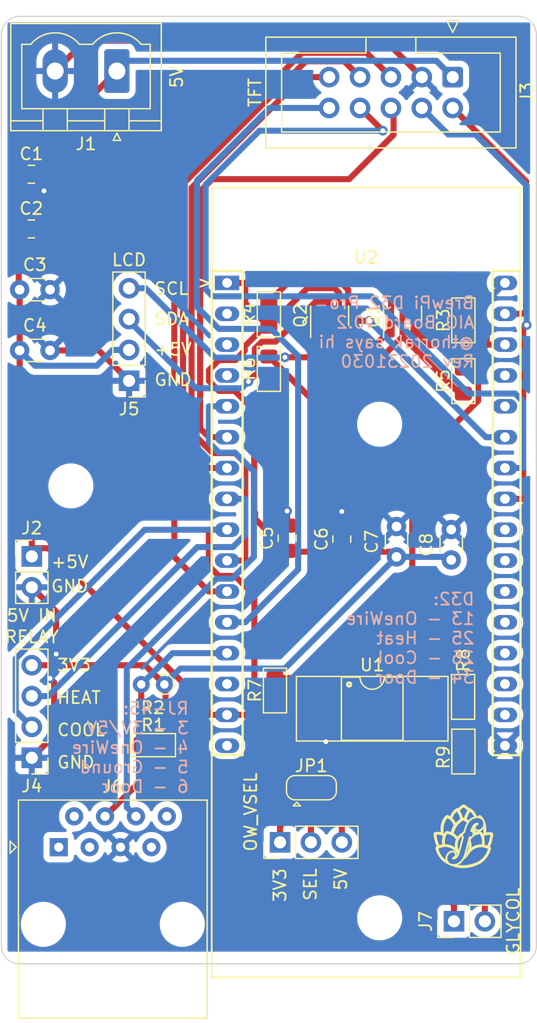
<source format=kicad_pcb>
(kicad_pcb (version 20221018) (generator pcbnew)
  (layers (0 "F.Cu" signal) (31 "B.Cu" signal) (34 "B.Paste" user) (35 "F.Paste" user) (36 "B.SilkS" user "B.Silkscreen") (37 "F.SilkS" user "F.Silkscreen") (38 "B.Mask" user) (39 "F.Mask" user) (44 "Edge.Cuts" user))
  (net 0 "")
  (net 1 "+5V")
  (net 2 "GND")
  (net 3 "+3V3")
  (net 4 "/MOSI")
  (net 5 "/SCK")
  (net 6 "/CS")
  (net 7 "/LED")
  (net 8 "/RESET")
  (net 9 "/MISO")
  (net 10 "/DC")
  (net 11 "/T_CS")
  (net 12 "/COOL")
  (net 13 "/HEAT")
  (net 14 "/5V_SDA")
  (net 15 "/5V_SCL")
  (net 19 "/1WIRE")
  (net 20 "/DOOR")
  (net 23 "Net-(J7-Pin_1)")
  (net 24 "Net-(J7-Pin_2)")
  (net 25 "Net-(J8-Pin_2)")
  (net 26 "/SCL")
  (net 27 "/SDA")
  (net 28 "Net-(R7-Pad2)")
  (net 29 "Net-(R8-Pad1)")
  (footprint "Connector_IDC:IDC-Header_2x05_P2.54mm_Vertical" (layer "F.Cu") (at 168.946 46.38 -90)
    (fp_text reference "J3")
    (fp_text value "TFT")
  )
  (footprint "Connector_PinHeader_2.54mm:PinHeader_1x02_P2.54mm_Vertical" (layer "F.Cu") (at 169.051 115.88 90)
    (fp_text reference "J7")
    (fp_text value "GLYCOL")
  )
  (footprint "PCM_Resistor_SMD_AKL:R_0805_2012Metric_Pad1.15x1.40mm_HandSolder" (layer "F.Cu") (at 144.301 101.38)
    (fp_text reference "R1")
    (fp_text value "2k2")
  )
  (footprint "Package_TO_SOT_SMD:SOT-23-3" (layer "F.Cu") (at 158.826 66.0175 90)
    (fp_text reference "Q2")
    (fp_text value "BSS123")
  )
  (footprint "PCM_Resistor_SMD_AKL:R_0805_2012Metric_Pad1.15x1.40mm_HandSolder" (layer "F.Cu") (at 169.801 97.405 90)
    (fp_text reference "R8")
    (fp_text value "8k2")
  )
  (footprint "Capacitor_SMD:C_0805_2012Metric_Pad1.18x1.45mm_HandSolder" (layer "F.Cu") (at 159.826 84.4175 90)
    (fp_text reference "C6")
    (fp_text value "0.1 uF")
  )
  (footprint "MountingHole:MountingHole_3.2mm_M3" (layer "F.Cu") (at 137.541 80.0354)
    (fp_text reference "H1" hide)
    (fp_text value "MountingHole")
  )
  (footprint "Connector_PinHeader_2.54mm:PinHeader_1x04_P2.54mm_Vertical" (layer "F.Cu") (at 142.326 71.38 180)
    (fp_text reference "J5")
    (fp_text value "LCD")
  )
  (footprint "Connector_PinHeader_2.54mm:PinHeader_1x04_P2.54mm_Vertical" (layer "F.Cu") (at 134.326 102.42 180)
    (fp_text reference "J4")
    (fp_text value "RELAY")
  )
  (footprint "Connector_Phoenix_MSTB:PhoenixContact_MSTBVA_2,5_2-G-5,08_1x02_P5.08mm_Vertical" (layer "F.Cu") (at 141.326 45.88 180)
    (fp_text reference "J1")
    (fp_text value "POWER")
  )
  (footprint "PCM_Resistor_THT_AKL:R_Axial_DIN0204_L3.6mm_D1.6mm_P1.90mm_Vertical" (layer "F.Cu") (at 145.231 96.38 180)
    (fp_text reference "R2")
    (fp_text value "2k2" hide)
  )
  (footprint "PCM_Resistor_SMD_AKL:R_0805_2012Metric_Pad1.15x1.40mm_HandSolder" (layer "F.Cu") (at 169.826 71.405 90)
    (fp_text reference "R5")
    (fp_text value "10k")
  )
  (footprint "PCM_Resistor_SMD_AKL:R_0805_2012Metric_Pad1.15x1.40mm_HandSolder" (layer "F.Cu") (at 169.826 101.905 90)
    (fp_text reference "R9")
    (fp_text value "27k")
  )
  (footprint "Capacitor_SMD:C_0805_2012Metric_Pad1.18x1.45mm_HandSolder" (layer "F.Cu") (at 134.2885 54.38)
    (fp_text reference "C1")
    (fp_text value "1.0 uF")
  )
  (footprint "PCM_Resistor_SMD_AKL:R_0805_2012Metric_Pad1.15x1.40mm_HandSolder" (layer "F.Cu") (at 153.826 70.405 90)
    (fp_text reference "R6")
    (fp_text value "10k")
  )
  (footprint "MountingHole:MountingHole_3.2mm_M3" (layer "F.Cu") (at 162.941 115.5954)
    (fp_text reference "H3" hide)
    (fp_text value "MountingHole")
  )
  (footprint "PCM_Package_DIP_AKL:DIP-4_W8.89mm_SMDSocket_LongPads" (layer "F.Cu") (at 162.326 98.38)
    (fp_text reference "U1")
    (fp_text value "EL817" hide)
  )
  (footprint "Capacitor_THT:C_Disc_D3.0mm_W1.6mm_P2.50mm" (layer "F.Cu") (at 133.326 63.88)
    (fp_text reference "C3")
    (fp_text value "1.0 uF")
  )
  (footprint "PCM_Resistor_SMD_AKL:R_0805_2012Metric_Pad1.15x1.40mm_HandSolder" (layer "F.Cu") (at 153.826 65.905 90)
    (fp_text reference "R4")
    (fp_text value "10K")
  )
  (footprint "Capacitor_THT:C_Disc_D3.0mm_W1.6mm_P2.50mm" (layer "F.Cu") (at 133.326 68.88)
    (fp_text reference "C4")
    (fp_text value "0.1 uF")
  )
  (footprint "PCM_Resistor_SMD_AKL:R_0805_2012Metric_Pad1.15x1.40mm_HandSolder" (layer "F.Cu") (at 154.326 96.88 90)
    (fp_text reference "R7")
    (fp_text value "100R")
  )
  (footprint "MountingHole:MountingHole_3.2mm_M3" (layer "F.Cu") (at 162.941 74.9554)
    (fp_text reference "H2" hide)
    (fp_text value "MountingHole")
  )
  (footprint "Capacitor_THT:C_Disc_D3.0mm_W1.6mm_P2.50mm" (layer "F.Cu") (at 168.826 86.13 90)
    (fp_text reference "C8")
    (fp_text value "0.1 uF")
  )
  (footprint "Capacitor_SMD:C_0805_2012Metric_Pad1.18x1.45mm_HandSolder" (layer "F.Cu") (at 134.2885 58.88)
    (fp_text reference "C2")
    (fp_text value "0.1 uF")
  )
  (footprint "MCU_Lolin_D32:Lolin_D32" (layer "F.Cu") (at 161.826 81.38)
    (fp_text reference "U2")
    (fp_text value "~")
  )
  (footprint "PCM_Resistor_SMD_AKL:R_0805_2012Metric_Pad1.15x1.40mm_HandSolder" (layer "F.Cu") (at 169.826 66.405 90)
    (fp_text reference "R3")
    (fp_text value "10K")
  )
  (footprint "Capacitor_SMD:C_0805_2012Metric_Pad1.18x1.45mm_HandSolder" (layer "F.Cu") (at 155.326 84.3425 90)
    (fp_text reference "C5")
    (fp_text value "1.0 uF")
  )
  (footprint "Package_TO_SOT_SMD:SOT-23-3" (layer "F.Cu") (at 164.826 66.0175 90)
    (fp_text reference "Q1")
    (fp_text value "BSS123")
  )
  (footprint "Connector_PinHeader_2.54mm:PinHeader_1x02_P2.54mm_Vertical" (layer "F.Cu") (at 134.326 85.84)
    (fp_text reference "J2")
    (fp_text value "5V IN")
  )
  (footprint "Connector_PinHeader_2.54mm:PinHeader_1x03_P2.54mm_Vertical" (layer "F.Cu") (at 154.746 109.38 90)
    (fp_text reference "J8" hide)
    (fp_text value "OW_VSEL")
  )
  (footprint "Jumper:SolderJumper-3_P1.3mm_Open_RoundedPad1.0x1.5mm" (layer "F.Cu") (at 157.326 104.88)
    (fp_text reference "JP1")
    (fp_text value "SolderJumper_3_Open")
  )
  (footprint "Connector_RJ:RJ45_Amphenol_54602-x08_Horizontal" (layer "F.Cu") (at 136.5435 109.78)
    (fp_text reference "J6")
    (fp_text value "RJ45")
  )
  (footprint "Capacitor_THT:C_Disc_D3.0mm_W1.6mm_P2.50mm" (layer "F.Cu") (at 164.326 85.88 90)
    (fp_text reference "C7")
    (fp_text value "1.0 uF")
  )
  (gr_poly (pts (xy 169.864372 106.258313) (xy 169.878151 106.260233) (xy 169.892017 106.263292) (xy 169.905993 106.26749) (xy 169.920104 106.272828) (xy 169.934371 106.279305) (xy 169.94882 106.286922) (xy 169.963474 106.295679) (xy 169.989137 106.312139) (xy 170.013973 106.328593) (xy 170.038002 106.345062) (xy 170.061247 106.361567) (xy 170.083729 106.378129) (xy 170.105471 106.394769) (xy 170.126492 106.411508) (xy 170.146817 106.428368) (xy 170.166465 106.445368) (xy 170.185459 106.462532) (xy 170.203821 106.479879) (xy 170.221571 106.49743) (xy 170.238733 106.515208) (xy 170.255327 106.533232) (xy 170.271376 106.551524) (xy 170.2869 106.570105) (xy 170.301981 106.528618) (xy 170.346431 106.549785) (xy 170.4023 106.578125) (xy 170.454955 106.609178) (xy 170.504548 106.642778) (xy 170.551233 106.678757) (xy 170.595162 106.716949) (xy 170.636489 106.757187) (xy 170.675366 106.799305) (xy 170.711947 106.843135) (xy 170.746383 106.888511) (xy 170.778829 106.935267) (xy 170.809437 106.983235) (xy 170.83836 107.032248) (xy 170.865751 107.082141) (xy 170.891763 107.132746) (xy 170.916549 107.183897) (xy 170.940262 107.235426) (xy 170.922678 107.236142) (xy 170.905114 107.237178) (xy 170.887575 107.238533) (xy 170.870065 107.240207) (xy 170.852589 107.2422) (xy 170.83515 107.24451) (xy 170.817754 107.247139) (xy 170.800404 107.250084) (xy 170.785766 107.252796) (xy 170.778533 107.254192) (xy 170.774954 107.254943) (xy 170.771405 107.255746) (xy 170.764706 107.257052) (xy 170.758025 107.258427) (xy 170.744729 107.261362) (xy 170.731542 107.264505) (xy 170.718489 107.267811) (xy 170.706285 107.271218) (xy 170.694359 107.274584) (xy 170.679605 107.241323) (xy 170.664464 107.209206) (xy 170.648915 107.178205) (xy 170.632939 107.148291) (xy 170.616518 107.119437) (xy 170.599633 107.091612) (xy 170.582265 107.06479) (xy 170.564395 107.03894) (xy 170.546005 107.014035) (xy 170.527074 106.990045) (xy 170.507585 106.966943) (xy 170.487517 106.9447) (xy 170.466854 106.923286) (xy 170.445575 106.902674) (xy 170.423661 106.882835) (xy 170.401095 106.863739) (xy 170.372903 106.895216) (xy 170.346129 106.927305) (xy 170.320765 106.960021) (xy 170.296807 106.993379) (xy 170.274246 107.027391) (xy 170.253077 107.062072) (xy 170.233293 107.097435) (xy 170.214887 107.133495) (xy 170.197854 107.170266) (xy 170.182187 107.207762) (xy 170.16788 107.245996) (xy 170.154925 107.284983) (xy 170.143317 107.324736) (xy 170.13305 107.365269) (xy 170.124115 107.406597) (xy 170.116509 107.448733) (xy 170.116072 107.451782) (xy 170.115745 107.454556) (xy 170.11554 107.457084) (xy 170.115488 107.458264) (xy 170.115471 107.459394) (xy 170.115491 107.460477) (xy 170.115551 107.461516) (xy 170.115651 107.462514) (xy 170.115793 107.463476) (xy 170.11598 107.464405) (xy 170.116212 107.465305) (xy 170.116491 107.466178) (xy 170.116819 107.467029) (xy 170.117199 107.467861) (xy 170.11763 107.468678) (xy 170.118116 107.469483) (xy 170.118657 107.470279) (xy 170.119255 107.471071) (xy 170.119913 107.471862) (xy 170.120632 107.472655) (xy 170.121412 107.473454) (xy 170.122257 107.474262) (xy 170.123168 107.475083) (xy 170.125194 107.476779) (xy 170.127503 107.47857) (xy 170.130108 107.480483) (xy 170.144886 107.491034) (xy 170.15956 107.501706) (xy 170.174129 107.512499) (xy 170.188594 107.523412) (xy 170.202955 107.534446) (xy 170.217212 107.545601) (xy 170.231365 107.556876) (xy 170.245413 107.568272) (xy 170.230857 107.585341) (xy 170.216604 107.602658) (xy 170.202657 107.620217) (xy 170.18902 107.638015) (xy 170.175694 107.656048) (xy 170.162684 107.674313) (xy 170.149993 107.692804) (xy 170.137622 107.711517) (xy 170.128696 107.725438) (xy 170.119948 107.739497) (xy 170.102591 107.768032) (xy 170.074976 107.744258) (xy 170.046902 107.721046) (xy 170.018376 107.698402) (xy 169.989407 107.676333) (xy 169.960005 107.654846) (xy 169.930177 107.633946) (xy 169.899933 107.613641) (xy 169.869282 107.593937) (xy 169.863541 107.590349) (xy 169.858313 107.587214) (xy 169.853553 107.584519) (xy 169.849217 107.582248) (xy 169.847194 107.581266) (xy 169.84526 107.580385) (xy 169.843409 107.579603) (xy 169.841636 107.578917) (xy 169.839935 107.578326) (xy 169.838301 107.577828) (xy 169.836728 107.57742) (xy 169.83521 107.577102) (xy 169.833742 107.576872) (xy 169.832318 107.576726) (xy 169.830933 107.576664) (xy 169.829581 107.576684) (xy 169.828255 107.576784) (xy 169.826952 107.576962) (xy 169.825665 107.577215) (xy 169.824388 107.577543) (xy 169.823116 107.577943) (xy 169.821843 107.578414) (xy 169.820565 107.578953) (xy 169.819274 107.579559) (xy 169.816634 107.580963) (xy 169.813878 107.582612) (xy 169.739557 107.630608) (xy 169.66886 107.680535) (xy 169.601766 107.732423) (xy 169.538254 107.786301) (xy 169.478305 107.842197) (xy 169.421896 107.900142) (xy 169.369007 107.960163) (xy 169.319617 108.02229) (xy 169.273705 108.086553) (xy 169.231251 108.152979) (xy 169.192233 108.221599) (xy 169.156631 108.292441) (xy 169.124424 108.365534) (xy 169.09559 108.440908) (xy 169.07011 108.518591) (xy 169.047962 108.598612) (xy 169.047021 108.602427) (xy 169.046178 108.606028) (xy 169.045431 108.609422) (xy 169.044777 108.612616) (xy 169.044214 108.615618) (xy 169.043738 108.618434) (xy 169.043347 108.621072) (xy 169.043038 108.623539) (xy 169.042808 108.625841) (xy 169.042654 108.627987) (xy 169.042574 108.629982) (xy 169.042564 108.631835) (xy 169.042622 108.633553) (xy 169.042744 108.635142) (xy 169.042929 108.636609) (xy 169.043173 108.637962) (xy 169.043474 108.639209) (xy 169.043828 108.640355) (xy 169.044233 108.641408) (xy 169.044686 108.642376) (xy 169.045184 108.643264) (xy 169.045724 108.644082) (xy 169.046304 108.644835) (xy 169.046921 108.64553) (xy 169.047571 108.646176) (xy 169.048252 108.646778) (xy 169.048961 108.647345) (xy 169.049696 108.647883) (xy 169.05123 108.648901) (xy 169.052831 108.649889) (xy 169.072641 108.662361) (xy 169.092208 108.675335) (xy 169.111537 108.688819) (xy 169.130632 108.702819) (xy 169.149501 108.717343) (xy 169.168146 108.732398) (xy 169.186573 108.747991) (xy 169.204788 108.764129) (xy 169.222795 108.78082) (xy 169.240599 108.79807) (xy 169.258205 108.815888) (xy 169.275619 108.834279) (xy 169.292846 108.853252) (xy 169.309889 108.872814) (xy 169.326755 108.892971) (xy 169.343449 108.913731) (xy 169.363695 108.888756) (xy 169.384063 108.864518) (xy 169.404573 108.841) (xy 169.425244 108.818182) (xy 169.446095 108.796045) (xy 169.467146 108.774571) (xy 169.488416 108.753741) (xy 169.509925 108.733536) (xy 169.531692 108.713938) (xy 169.553736 108.694928) (xy 169.576077 108.676486) (xy 169.598734 108.658595) (xy 169.621726 108.641235) (xy 169.645074 108.624387) (xy 169.668795 108.608034) (xy 169.692911 108.592156) (xy 169.696564 108.589756) (xy 169.700267 108.587436) (xy 169.704018 108.585195) (xy 169.707815 108.583036) (xy 169.711658 108.580958) (xy 169.715544 108.578963) (xy 169.719473 108.577051) (xy 169.723444 108.575222) (xy 169.719044 108.58112) (xy 169.714782 108.587114) (xy 169.710658 108.593202) (xy 169.706674 108.599381) (xy 169.702832 108.605649) (xy 169.699133 108.612004) (xy 169.695578 108.618443) (xy 169.69217 108.624964) (xy 169.685398 108.638834) (xy 169.679204 108.65295) (xy 169.673594 108.667295) (xy 169.668572 108.681849) (xy 169.664145 108.696596) (xy 169.660319 108.711516) (xy 169.6571 108.726591) (xy 169.654493 108.741804) (xy 169.653329 108.748948) (xy 169.652218 108.756885) (xy 169.651848 108.764399) (xy 169.651477 108.771596) (xy 169.651133 108.779918) (xy 169.650992 108.788237) (xy 169.651051 108.79655) (xy 169.651311 108.804853) (xy 169.65177 108.813142) (xy 169.65243 108.821414) (xy 169.653289 108.829666) (xy 169.654346 108.837893) (xy 169.655601 108.846093) (xy 169.657054 108.854261) (xy 169.658704 108.862394) (xy 169.66055 108.870488) (xy 169.662593 108.87854) (xy 169.664831 108.886546) (xy 169.667264 108.894502) (xy 169.669892 108.902406) (xy 169.632519 108.937434) (xy 169.597569 108.973413) (xy 169.565034 109.010355) (xy 169.534907 109.048276) (xy 169.507181 109.087187) (xy 169.481849 109.127105) (xy 169.458902 109.168041) (xy 169.438335 109.21001) (xy 169.42014 109.253026) (xy 169.40431 109.297103) (xy 169.390837 109.342254) (xy 169.379714 109.388493) (xy 169.370935 109.435834) (xy 169.364491 109.484291) (xy 169.360377 109.533877) (xy 169.358583 109.584607) (xy 169.358563 109.614384) (xy 169.359383 109.643912) (xy 169.360997 109.673171) (xy 169.363357 109.702144) (xy 169.366416 109.730809) (xy 169.370127 109.759147) (xy 169.374441 109.787141) (xy 169.379313 109.814768) (xy 169.390539 109.868852) (xy 169.403425 109.921242) (xy 169.417594 109.971784) (xy 169.432666 110.020323) (xy 169.403668 110.13076) (xy 169.4004 110.143169) (xy 169.399577 110.146234) (xy 169.398727 110.149275) (xy 169.397837 110.152285) (xy 169.396895 110.155261) (xy 169.397265 110.155261) (xy 169.396986 110.156098) (xy 169.396737 110.156909) (xy 169.396509 110.157701) (xy 169.396293 110.158482) (xy 169.395859 110.160046) (xy 169.395622 110.160844) (xy 169.39536 110.161663) (xy 169.395189 110.162482) (xy 169.394998 110.163297) (xy 169.394788 110.164106) (xy 169.394559 110.16491) (xy 169.394311 110.165709) (xy 169.394045 110.166501) (xy 169.393759 110.167287) (xy 169.393455 110.168067) (xy 169.390573 110.178201) (xy 169.387582 110.188301) (xy 169.384511 110.198271) (xy 169.38139 110.208019) (xy 169.379059 110.215664) (xy 169.376588 110.223259) (xy 169.375301 110.227029) (xy 169.373979 110.230775) (xy 169.372622 110.234494) (xy 169.37123 110.238181) (xy 169.364087 110.258554) (xy 169.360085 110.269514) (xy 169.356018 110.280321) (xy 169.351885 110.290967) (xy 169.347682 110.301443) (xy 169.343411 110.31174) (xy 169.339069 110.321851) (xy 169.334654 110.331765) (xy 169.330167 110.341475) (xy 169.325365 110.334196) (xy 169.320563 110.327022) (xy 169.310958 110.312847) (xy 169.282469 110.272634) (xy 169.253269 110.233983) (xy 169.223341 110.19688) (xy 169.192671 110.161312) (xy 169.161243 110.127266) (xy 169.12904 110.09473) (xy 169.096048 110.06369) (xy 169.06225 110.034135) (xy 169.027631 110.00605) (xy 168.992176 109.979423) (xy 168.955868 109.954242) (xy 168.918692 109.930492) (xy 168.880632 109.908163) (xy 168.841674 109.88724) (xy 168.8018 109.86771) (xy 168.760995 109.849561) (xy 168.702079 109.826524) (xy 168.642905 109.807022) (xy 168.58345 109.791058) (xy 168.523686 109.778634) (xy 168.463589 109.769753) (xy 168.403132 109.764416) (xy 168.342289 109.762626) (xy 168.281035 109.764385) (xy 168.219343 109.769696) (xy 168.157189 109.778561) (xy 168.094546 109.790981) (xy 168.031388 109.806959) (xy 167.96769 109.826498) (xy 167.903425 109.8496) (xy 167.838568 109.876266) (xy 167.773094 109.9065) (xy 167.793708 109.977542) (xy 167.816531 110.046635) (xy 167.841555 110.11377) (xy 167.868771 110.178935) (xy 167.898171 110.242121) (xy 167.929747 110.303317) (xy 167.96349 110.362513) (xy 167.999392 110.419699) (xy 168.037445 110.474865) (xy 168.07764 110.528) (xy 168.119969 110.579094) (xy 168.164423 110.628138) (xy 168.210994 110.67512) (xy 168.259674 110.72003) (xy 168.310454 110.762859) (xy 168.363327 110.803596) (xy 168.363675 110.806313) (xy 168.364073 110.809022) (xy 168.364522 110.811723) (xy 168.36502 110.814415) (xy 168.365567 110.817098) (xy 168.366165 110.81977) (xy 168.366811 110.822431) (xy 168.367507 110.82508) (xy 168.368237 110.828474) (xy 168.369027 110.831873) (xy 168.370735 110.8387) (xy 168.372523 110.845596) (xy 168.37428 110.852597) (xy 168.375182 110.85616) (xy 168.376166 110.859766) (xy 168.377211 110.863389) (xy 168.378295 110.867004) (xy 168.382588 110.880855) (xy 168.384576 110.887357) (xy 168.386623 110.893819) (xy 168.387694 110.897023) (xy 168.388809 110.900203) (xy 168.389979 110.903352) (xy 168.391214 110.906467) (xy 168.391371 110.906918) (xy 168.391528 110.907401) (xy 168.391862 110.908464) (xy 168.392049 110.909047) (xy 168.392256 110.909666) (xy 168.392487 110.910322) (xy 168.392748 110.911017) (xy 168.395369 110.917793) (xy 168.39804 110.924425) (xy 168.403332 110.937476) (xy 168.404637 110.940713) (xy 168.405972 110.943921) (xy 168.407338 110.947102) (xy 168.408736 110.950262) (xy 168.410166 110.953404) (xy 168.411629 110.956533) (xy 168.414656 110.96277) (xy 168.418154 110.970138) (xy 168.421745 110.977461) (xy 168.425426 110.984737) (xy 168.429199 110.991967) (xy 168.433062 110.999148) (xy 168.437015 111.006281) (xy 168.441057 111.013364) (xy 168.445189 111.020397) (xy 168.45247 111.032249) (xy 168.460005 111.043936) (xy 168.467791 111.055453) (xy 168.475825 111.066796) (xy 168.484104 111.077962) (xy 168.492625 111.088947) (xy 168.501386 111.099745) (xy 168.510382 111.110355) (xy 168.529043 111.130411) (xy 168.548819 111.149796) (xy 168.569721 111.168446) (xy 168.591763 111.186295) (xy 168.614957 111.203278) (xy 168.639314 111.219328) (xy 168.664847 111.234383) (xy 168.691569 111.248375) (xy 168.719491 111.261239) (xy 168.748626 111.272911) (xy 168.778986 111.283325) (xy 168.810583 111.292416) (xy 168.84343 111.300119) (xy 168.877539 111.306367) (xy 168.912922 111.311097) (xy 168.949591 111.314243) (xy 168.961747 111.315031) (xy 168.973979 111.315632) (xy 168.986359 111.316014) (xy 168.992628 111.316113) (xy 168.998962 111.316147) (xy 169.00346 111.316147) (xy 169.023922 111.315818) (xy 169.044366 111.315063) (xy 169.064785 111.313884) (xy 169.085173 111.312282) (xy 169.105524 111.310257) (xy 169.12583 111.307809) (xy 169.146086 111.30494) (xy 169.166284 111.301649) (xy 169.166655 111.301649) (xy 169.168291 111.301371) (xy 169.169783 111.301093) (xy 169.170474 111.300954) (xy 169.171127 111.300816) (xy 169.171741 111.300677) (xy 169.172317 111.300538) (xy 169.192834 111.296754) (xy 169.213148 111.292692) (xy 169.223246 111.290514) (xy 169.233314 111.288214) (xy 169.243358 111.285776) (xy 169.253385 111.283181) (xy 169.273366 111.277664) (xy 169.293218 111.271784) (xy 169.303093 111.268688) (xy 169.312931 111.265478) (xy 169.322733 111.262144) (xy 169.332495 111.25868) (xy 169.348319 111.252655) (xy 169.364073 111.24643) (xy 169.371903 111.243219) (xy 169.379689 111.239928) (xy 169.387423 111.236548) (xy 169.395096 111.233069) (xy 169.48045 111.245629) (xy 169.566326 111.255074) (xy 169.65272 111.261402) (xy 169.739623 111.264612) (xy 169.82703 111.264703) (xy 169.914934 111.261675) (xy 170.003328 111.255527) (xy 170.092207 111.246258) (xy 170.181563 111.233867) (xy 170.271389 111.218354) (xy 170.361681 111.199718) (xy 170.45243 111.177958) (xy 170.543631 111.153072) (xy 170.635277 111.125062) (xy 170.727361 111.093925) (xy 170.819877 111.059661) (xy 170.911049 111.021765) (xy 170.99854 110.979882) (xy 171.082336 110.934028) (xy 171.162426 110.884217) (xy 171.238794 110.830466) (xy 171.311427 110.772789) (xy 171.380313 110.711202) (xy 171.445438 110.64572) (xy 171.506788 110.576359) (xy 171.56435 110.503133) (xy 171.61811 110.426059) (xy 171.668056 110.345152) (xy 171.714173 110.260426) (xy 171.756448 110.171898) (xy 171.794869 110.079582) (xy 171.829421 109.983494) (xy 171.832233 109.974792) (xy 171.834576 109.967005) (xy 171.836419 109.960051) (xy 171.837144 109.956861) (xy 171.837732 109.953848) (xy 171.83818 109.951001) (xy 171.838483 109.948311) (xy 171.838638 109.945767) (xy 171.838641 109.943359) (xy 171.838488 109.941076) (xy 171.838175 109.938909) (xy 171.837698 109.936846) (xy 171.837054 109.934877) (xy 171.836238 109.932992) (xy 171.835247 109.931182) (xy 171.834077 109.929434) (xy 171.832724 109.927739) (xy 171.831184 109.926088) (xy 171.829453 109.924468) (xy 171.827527 109.92287) (xy 171.825403 109.921284) (xy 171.823076 109.919699) (xy 171.820542 109.918105) (xy 171.814842 109.914848) (xy 171.808269 109.911431) (xy 171.800793 109.90777) (xy 171.714994 109.869824) (xy 171.628246 109.838861) (xy 171.540839 109.81484) (xy 171.453063 109.797714) (xy 171.365207 109.787442) (xy 171.27756 109.783978) (xy 171.190412 109.787279) (xy 171.104053 109.7973) (xy 171.018771 109.813999) (xy 170.934856 109.83733) (xy 170.852598 109.86725) (xy 170.772287 109.903715) (xy 170.69421 109.946681) (xy 170.618659 109.996104) (xy 170.545922 110.05194) (xy 170.476289 110.114145) (xy 170.45872 110.131477) (xy 170.44161 110.149116) (xy 170.42492 110.167051) (xy 170.408614 110.185273) (xy 170.377004 110.222532) (xy 170.346485 110.260811) (xy 170.316759 110.300024) (xy 170.28753 110.340089) (xy 170.22938 110.422438) (xy 170.193139 110.473873) (xy 170.174931 110.499486) (xy 170.156619 110.52499) (xy 170.151966 110.531206) (xy 170.146263 110.538568) (xy 170.132185 110.556178) (xy 170.115349 110.576716) (xy 170.096718 110.599074) (xy 170.084531 110.613322) (xy 170.072024 110.627266) (xy 170.059203 110.640899) (xy 170.046072 110.654217) (xy 170.03264 110.667215) (xy 170.018911 110.679889) (xy 170.004891 110.692232) (xy 169.990587 110.704241) (xy 169.976005 110.71591) (xy 169.96115 110.727235) (xy 169.946028 110.73821) (xy 169.930647 110.74883) (xy 169.915011 110.759091) (xy 169.899126 110.768988) (xy 169.883 110.778515) (xy 169.866637 110.787669) (xy 169.896122 110.736151) (xy 169.924378 110.682212) (xy 169.951406 110.62586) (xy 169.977212 110.567106) (xy 170.001801 110.505958) (xy 170.025176 110.442425) (xy 170.047341 110.376517) (xy 170.068302 110.308244) (xy 170.107025 110.218845) (xy 170.125933 110.173643) (xy 170.14433 110.128123) (xy 170.162056 110.082297) (xy 170.178955 110.03618) (xy 170.194869 109.989784) (xy 170.209641 109.943122) (xy 170.222099 109.899511) (xy 170.232802 109.855493) (xy 170.241743 109.811119) (xy 170.248914 109.766442) (xy 170.254308 109.721516) (xy 170.257918 109.676394) (xy 170.259736 109.631129) (xy 170.259754 109.585773) (xy 170.313518 109.382149) (xy 170.401359 109.048774) (xy 170.403634 109.048404) (xy 170.446338 109.040731) (xy 170.458281 109.038538) (xy 170.470131 109.035941) (xy 170.481879 109.032944) (xy 170.493515 109.029548) (xy 170.505028 109.025758) (xy 170.516408 109.021576) (xy 170.527646 109.017005) (xy 170.538731 109.01205) (xy 170.522228 109.029468) (xy 170.506854 109.047142) (xy 170.492705 109.065141) (xy 170.479874 109.083535) (xy 170.468458 109.102392) (xy 170.45855 109.121784) (xy 170.450246 109.141778) (xy 170.44364 109.162446) (xy 170.438827 109.183855) (xy 170.435903 109.206077) (xy 170.435179 109.217514) (xy 170.434962 109.22918) (xy 170.435265 109.241083) (xy 170.436099 109.253233) (xy 170.437476 109.265639) (xy 170.439409 109.278308) (xy 170.444987 109.304472) (xy 170.452927 109.331795) (xy 170.463325 109.360348) (xy 170.472969 109.386737) (xy 170.481032 109.413321) (xy 170.487616 109.4401) (xy 170.492819 109.467074) (xy 170.496743 109.494244) (xy 170.499486 109.52161) (xy 170.50115 109.549174) (xy 170.501835 109.576935) (xy 170.50164 109.604895) (xy 170.500666 109.633054) (xy 170.496781 109.689972) (xy 170.490981 109.747693) (xy 170.484068 109.806223) (xy 170.533305 109.773539) (xy 170.582938 109.743112) (xy 170.632984 109.714938) (xy 170.683459 109.689012) (xy 170.734377 109.665331) (xy 170.785756 109.64389) (xy 170.837611 109.624685) (xy 170.889958 109.607713) (xy 170.942813 109.592969) (xy 170.996192 109.580448) (xy 171.05011 109.570148) (xy 171.104584 109.562063) (xy 171.15963 109.55619) (xy 171.215262 109.552525) (xy 171.271498 109.551063) (xy 171.328353 109.5518) (xy 171.336831 109.497028) (xy 171.343054 109.442951) (xy 171.347016 109.389548) (xy 171.348714 109.336798) (xy 171.348142 109.28468) (xy 171.345296 109.233172) (xy 171.340172 109.182255) (xy 171.332765 109.131906) (xy 171.32307 109.082106) (xy 171.311084 109.032833) (xy 171.2968 108.984067) (xy 171.280215 108.935786) (xy 171.261324 108.887969) (xy 171.257531 108.879494) (xy 171.51245 108.879494) (xy 171.526647 108.922965) (xy 171.53881 108.96642) (xy 171.549078 109.00979) (xy 171.557592 109.053011) (xy 171.564489 109.096014) (xy 171.569909 109.138734) (xy 171.573992 109.181103) (xy 171.576876 109.223055) (xy 171.578702 109.264524) (xy 171.579607 109.305442) (xy 171.579215 109.385361) (xy 171.576813 109.462278) (xy 171.573516 109.53566) (xy 171.571982 109.55524) (xy 171.571812 109.557599) (xy 171.571594 109.560119) (xy 171.571102 109.565426) (xy 171.570871 109.568106) (xy 171.570679 109.570732) (xy 171.570548 109.573252) (xy 171.5705 109.575612) (xy 171.570509 109.57642) (xy 171.570542 109.577227) (xy 171.5706 109.578033) (xy 171.57068 109.578836) (xy 171.570785 109.579636) (xy 171.570913 109.580433) (xy 171.571065 109.581226) (xy 171.571241 109.582015) (xy 171.572762 109.58259) (xy 171.574293 109.583135) (xy 171.575835 109.58365) (xy 171.577386 109.584135) (xy 171.578946 109.58459) (xy 171.580514 109.585014) (xy 171.582091 109.585409) (xy 171.583676 109.585773) (xy 171.604026 109.590645) (xy 171.624238 109.595838) (xy 171.644374 109.601327) (xy 171.664493 109.607085) (xy 171.704926 109.619304) (xy 171.746024 109.632287) (xy 171.78593 109.644708) (xy 171.811063 109.593488) (xy 171.834891 109.54197) (xy 171.857413 109.490147) (xy 171.878637 109.438001) (xy 171.898566 109.385512) (xy 171.917208 109.332661) (xy 171.934569 109.279428) (xy 171.950653 109.225794) (xy 171.965467 109.171739) (xy 171.979018 109.117245) (xy 171.99131 109.062291) (xy 172.002349 109.006859) (xy 172.012143 108.950929) (xy 172.020696 108.894482) (xy 172.028014 108.837498) (xy 172.034103 108.779958) (xy 171.9998 108.777363) (xy 171.965849 108.775915) (xy 171.932224 108.77562) (xy 171.898898 108.776482) (xy 171.865843 108.77851) (xy 171.833032 108.781709) (xy 171.80044 108.786085) (xy 171.768038 108.791645) (xy 171.7358 108.798396) (xy 171.703698 108.806342) (xy 171.671707 108.815491) (xy 171.639798 108.825849) (xy 171.607945 108.837422) (xy 171.57612 108.850216) (xy 171.544298 108.864238) (xy 171.51245 108.879494) (xy 171.257531 108.879494) (xy 171.240122 108.840596) (xy 171.216606 108.793645) (xy 171.19077 108.747096) (xy 171.186318 108.739618) (xy 171.182121 108.732994) (xy 171.178133 108.727185) (xy 171.176202 108.724573) (xy 171.174307 108.72215) (xy 171.172441 108.719911) (xy 171.170598 108.717851) (xy 171.168773 108.715966) (xy 171.16696 108.714249) (xy 171.165154 108.712697) (xy 171.163348 108.711304) (xy 171.161536 108.710065) (xy 171.159714 108.708976) (xy 171.157876 108.708032) (xy 171.156015 108.707228) (xy 171.154126 108.706558) (xy 171.152203 108.706018) (xy 171.150241 108.705603) (xy 171.148234 108.705309) (xy 171.146175 108.705129) (xy 171.14406 108.70506) (xy 171.141883 108.705096) (xy 171.139637 108.705232) (xy 171.134919 108.705787) (xy 171.129859 108.706684) (xy 171.124412 108.707885) (xy 171.08917 108.716451) (xy 171.055093 108.725333) (xy 171.022143 108.734549) (xy 170.990284 108.744116) (xy 170.959476 108.75405) (xy 170.929684 108.76437) (xy 170.900868 108.775093) (xy 170.872992 108.786235) (xy 170.846018 108.797814) (xy 170.819907 108.809848) (xy 170.794623 108.822354) (xy 170.770127 108.835349) (xy 170.746383 108.84885) (xy 170.723351 108.862875) (xy 170.700995 108.87744) (xy 170.679277 108.892564) (xy 170.685044 108.883794) (xy 170.69055 108.874876) (xy 170.695794 108.865815) (xy 170.700773 108.856618) (xy 170.705484 108.847291) (xy 170.709926 108.83784) (xy 170.714096 108.82827) (xy 170.717992 108.818587) (xy 170.721612 108.808798) (xy 170.724953 108.798908) (xy 170.728013 108.788923) (xy 170.73079 108.778849) (xy 170.733281 108.768692) (xy 170.735485 108.758459) (xy 170.737399 108.748154) (xy 170.73902 108.737783) (xy 170.741554 108.717079) (xy 170.742932 108.696545) (xy 170.743167 108.676218) (xy 170.74227 108.656137) (xy 170.740253 108.636341) (xy 170.737127 108.616867) (xy 170.732904 108.597754) (xy 170.727597 108.57904) (xy 170.721215 108.560763) (xy 170.713772 108.542962) (xy 170.70528 108.525674) (xy 170.695748 108.508938) (xy 170.68519 108.492792) (xy 170.673618 108.477274) (xy 170.661042 108.462423) (xy 170.647474 108.448276) (xy 170.645199 108.446054) (xy 170.637188 108.438704) (xy 170.628949 108.431625) (xy 170.620486 108.424824) (xy 170.611809 108.418304) (xy 170.602923 108.412072) (xy 170.593835 108.406131) (xy 170.584553 108.400488) (xy 170.575084 108.395148) (xy 170.574714 108.395148) (xy 170.576054 108.390623) (xy 170.57734 108.386099) (xy 170.578635 108.381575) (xy 170.579307 108.379312) (xy 170.580005 108.37705) (xy 170.580257 108.375945) (xy 170.580529 108.374845) (xy 170.580822 108.37375) (xy 170.581136 108.372662) (xy 170.581471 108.371579) (xy 170.581826 108.370503) (xy 170.582202 108.369434) (xy 170.582598 108.368372) (xy 170.584641 108.361319) (xy 170.586752 108.354336) (xy 170.590906 108.340855) (xy 170.592547 108.336117) (xy 170.594108 108.331482) (xy 170.595669 108.326918) (xy 170.596474 108.32465) (xy 170.597309 108.322387) (xy 170.598173 108.319847) (xy 170.599023 108.317307) (xy 170.600696 108.312227) (xy 170.607163 108.294072) (xy 170.613939 108.276035) (xy 170.621024 108.25812) (xy 170.628416 108.240332) (xy 170.636114 108.222673) (xy 170.644115 108.205149) (xy 170.652418 108.187762) (xy 170.661021 108.170516) (xy 170.665128 108.162668) (xy 170.66927 108.154961) (xy 170.673441 108.147394) (xy 170.677637 108.13997) (xy 170.681853 108.13269) (xy 170.686084 108.125555) (xy 170.690325 108.118567) (xy 170.69457 108.111726) (xy 170.694306 108.1135) (xy 170.694077 108.115279) (xy 170.693884 108.117061) (xy 170.693727 108.118847) (xy 170.693606 108.120636) (xy 170.693521 108.122427) (xy 170.693472 108.12422) (xy 170.693459 108.126014) (xy 170.692718 108.135107) (xy 170.692241 108.144213) (xy 170.69203 108.153325) (xy 170.692083 108.162437) (xy 170.692401 108.171544) (xy 170.692983 108.180639) (xy 170.69383 108.189718) (xy 170.694941 108.198774) (xy 170.695097 108.200617) (xy 170.695283 108.202457) (xy 170.695497 108.204294) (xy 170.695735 108.206129) (xy 170.696265 108.209802) (xy 170.696846 108.213485) (xy 170.698314 108.2211) (xy 170.699935 108.228685) (xy 170.701705 108.236211) (xy 170.702645 108.239942) (xy 170.703619 108.243647) (xy 170.70564 108.25091) (xy 170.707827 108.258122) (xy 170.710178 108.26528) (xy 170.712692 108.272382) (xy 170.715368 108.279423) (xy 170.718206 108.286402) (xy 170.721205 108.293316) (xy 170.724363 108.300162) (xy 170.72775 108.306916) (xy 170.731182 108.31355) (xy 170.734684 108.320105) (xy 170.73828 108.326621) (xy 170.741105 108.331392) (xy 170.744009 108.336113) (xy 170.746991 108.340782) (xy 170.750052 108.345398) (xy 170.753189 108.34996) (xy 170.756403 108.354467) (xy 170.759692 108.358918) (xy 170.763056 108.363312) (xy 170.766494 108.367649) (xy 170.770005 108.371927) (xy 170.773589 108.376146) (xy 170.777245 108.380304) (xy 170.780972 108.384401) (xy 170.784769 108.388435) (xy 170.788636 108.392406) (xy 170.792572 108.396312) (xy 170.797523 108.401138) (xy 170.802575 108.405854) (xy 170.807726 108.410459) (xy 170.812974 108.414952) (xy 170.818318 108.41933) (xy 170.823756 108.423593) (xy 170.829286 108.427739) (xy 170.834906 108.431766) (xy 170.838648 108.444305) (xy 170.842264 108.456914) (xy 170.849167 108.482335) (xy 170.855712 108.508003) (xy 170.861999 108.533895) (xy 170.873047 108.530993) (xy 170.884116 108.527938) (xy 170.906264 108.52148) (xy 170.928332 108.514734) (xy 170.950211 108.507913) (xy 170.973607 108.500558) (xy 170.99736 108.493202) (xy 171.002145 108.493729) (xy 171.006937 108.494186) (xy 171.011734 108.494575) (xy 171.016536 108.494894) (xy 171.021342 108.495144) (xy 171.026151 108.495324) (xy 171.030963 108.495436) (xy 171.035777 108.495478) (xy 171.039501 108.495472) (xy 171.043344 108.495432) (xy 171.045298 108.495387) (xy 171.047267 108.495322) (xy 171.049245 108.49523) (xy 171.051229 108.495107) (xy 171.055109 108.495019) (xy 171.058987 108.494861) (xy 171.06286 108.494634) (xy 171.066728 108.494337) (xy 171.07059 108.493972) (xy 171.074445 108.493537) (xy 171.078293 108.493034) (xy 171.082132 108.492462) (xy 171.084098 108.492288) (xy 171.086035 108.492054) (xy 171.087951 108.491774) (xy 171.089858 108.491463) (xy 171.093681 108.490802) (xy 171.095618 108.490481) (xy 171.097584 108.490186) (xy 171.099859 108.489816) (xy 171.105151 108.489075) (xy 171.107426 108.488281) (xy 171.118503 108.485908) (xy 171.129538 108.483356) (xy 171.140528 108.480625) (xy 171.151472 108.477715) (xy 171.162367 108.474629) (xy 171.173212 108.471365) (xy 171.184003 108.467925) (xy 171.194739 108.46431) (xy 171.210907 108.466217) (xy 171.226889 108.469146) (xy 171.242659 108.473166) (xy 171.258188 108.478345) (xy 171.273451 108.484752) (xy 171.288419 108.492454) (xy 171.303067 108.501521) (xy 171.317366 108.512021) (xy 171.331291 108.524022) (xy 171.344813 108.537593) (xy 171.357905 108.552802) (xy 171.370542 108.569717) (xy 171.382695 108.588408) (xy 171.394337 108.608942) (xy 171.405443 108.631389) (xy 171.415983 108.655815) (xy 171.424149 108.652651) (xy 171.43169 108.649669) (xy 171.438534 108.646872) (xy 171.444605 108.644266) (xy 171.447328 108.643035) (xy 171.44983 108.641853) (xy 171.452102 108.64072) (xy 171.454136 108.639637) (xy 171.45592 108.638605) (xy 171.457448 108.637623) (xy 171.458708 108.636692) (xy 171.459693 108.635812) (xy 171.460113 108.632863) (xy 171.460495 108.62991) (xy 171.460838 108.626951) (xy 171.461142 108.623989) (xy 171.461407 108.621023) (xy 171.461633 108.618053) (xy 171.46182 108.615081) (xy 171.461968 108.612106) (xy 171.465177 108.570105) (xy 171.467673 108.528064) (xy 171.469453 108.485993) (xy 171.470519 108.443901) (xy 171.470869 108.401797) (xy 171.470504 108.35969) (xy 171.469425 108.317589) (xy 171.467629 108.275504) (xy 171.470152 108.272512) (xy 171.47264 108.269489) (xy 171.475093 108.266434) (xy 171.477511 108.263346) (xy 171.479895 108.260223) (xy 171.482244 108.257064) (xy 171.484558 108.253867) (xy 171.486838 108.250632) (xy 171.491532 108.243954) (xy 171.496139 108.237217) (xy 171.500659 108.230421) (xy 171.50509 108.223568) (xy 171.509432 108.216659) (xy 171.513686 108.209694) (xy 171.517849 108.202673) (xy 171.521922 108.195599) (xy 171.52496 108.190511) (xy 171.527935 108.185413) (xy 171.530919 108.180315) (xy 171.532438 108.177769) (xy 171.533987 108.175226) (xy 171.533987 108.174856) (xy 171.534526 108.17388) (xy 171.535036 108.17293) (xy 171.53552 108.171999) (xy 171.535985 108.171079) (xy 171.536434 108.170161) (xy 171.536874 108.169237) (xy 171.537744 108.167342) (xy 171.540112 108.163095) (xy 171.542419 108.158849) (xy 171.546885 108.150362) (xy 171.551213 108.141885) (xy 171.555471 108.133422) (xy 171.555471 108.132999) (xy 171.560261 108.122553) (xy 171.564976 108.112097) (xy 171.569543 108.101641) (xy 171.571747 108.096416) (xy 171.573886 108.091195) (xy 171.577994 108.08073) (xy 171.57901 108.078065) (xy 171.579995 108.075389) (xy 171.580938 108.072709) (xy 171.581824 108.070028) (xy 171.583772 108.064741) (xy 171.585651 108.05944) (xy 171.589225 108.048822) (xy 171.592591 108.038223) (xy 171.595793 108.027695) (xy 171.600417 108.010983) (xy 171.604555 107.994171) (xy 171.608208 107.977268) (xy 171.611375 107.960285) (xy 171.614056 107.943233) (xy 171.616248 107.926121) (xy 171.617953 107.908961) (xy 171.61917 107.891763) (xy 171.619897 107.874537) (xy 171.620135 107.857293) (xy 171.619883 107.840044) (xy 171.619139 107.822798) (xy 171.617904 107.805566) (xy 171.616177 107.788359) (xy 171.613958 107.771188) (xy 171.611245 107.754062) (xy 171.611245 107.753692) (xy 171.608558 107.739835) (xy 171.605583 107.725944) (xy 171.602331 107.711983) (xy 171.59881 107.697918) (xy 171.592659 107.675867) (xy 171.585702 107.654082) (xy 171.577947 107.632584) (xy 171.569404 107.611396) (xy 171.560081 107.590539) (xy 171.549989 107.570035) (xy 171.539136 107.549905) (xy 171.527531 107.530172) (xy 171.508484 107.500342) (xy 171.4875 107.471319) (xy 171.464548 107.443254) (xy 171.439599 107.416299) (xy 171.412626 107.390606) (xy 171.383597 107.366326) (xy 171.352484 107.343611) (xy 171.319258 107.322613) (xy 171.283889 107.303483) (xy 171.246349 107.286373) (xy 171.206608 107.271436) (xy 171.164636 107.258821) (xy 171.120405 107.248682) (xy 171.073886 107.24117) (xy 171.025049 107.236436) (xy 170.973864 107.234632) (xy 170.966668 107.234633) (xy 170.978628 107.2278) (xy 170.9905 107.220818) (xy 171.002283 107.213687) (xy 171.013974 107.20641) (xy 171.025573 107.198985) (xy 171.037078 107.191415) (xy 171.048488 107.183701) (xy 171.059801 107.175842) (xy 171.067384 107.170491) (xy 171.074944 107.165531) (xy 171.082481 107.160962) (xy 171.089996 107.156784) (xy 171.09749 107.152997) (xy 171.104964 107.149602) (xy 171.112418 107.146598) (xy 171.119853 107.143986) (xy 171.12727 107.141766) (xy 171.134669 107.139938) (xy 171.142052 107.138503) (xy 171.149419 107.137459) (xy 171.156771 107.136808) (xy 171.164109 107.13655) (xy 171.171433 107.136685) (xy 171.178744 107.137213) (xy 171.186043 107.138134) (xy 171.193331 107.139448) (xy 171.200608 107.141156) (xy 171.207875 107.143257) (xy 171.215134 107.145752) (xy 171.222384 107.148641) (xy 171.229626 107.151924) (xy 171.236862 107.155601) (xy 171.244091 107.159673) (xy 171.251315 107.164139) (xy 171.258535 107.169) (xy 171.265751 107.174256) (xy 171.272964 107.179907) (xy 171.280175 107.185953) (xy 171.294592 107.199231) (xy 171.341572 107.247278) (xy 171.385683 107.296881) (xy 171.426936 107.348067) (xy 171.465343 107.400863) (xy 171.500915 107.455295) (xy 171.533664 107.511392) (xy 171.563602 107.569179) (xy 171.59074 107.628683) (xy 171.61509 107.689932) (xy 171.636664 107.752952) (xy 171.655473 107.81777) (xy 171.671529 107.884414) (xy 171.684843 107.952909) (xy 171.695428 108.023283) (xy 171.703294 108.095563) (xy 171.708453 108.169776) (xy 171.710646 108.221074) (xy 171.711982 108.271098) (xy 171.712282 108.320129) (xy 171.711364 108.368451) (xy 171.709046 108.416347) (xy 171.705149 108.464098) (xy 171.699491 108.511989) (xy 171.69189 108.560301) (xy 171.733551 108.555268) (xy 171.774309 108.550754) (xy 171.814334 108.546923) (xy 171.853796 108.543936) (xy 171.892863 108.541957) (xy 171.931705 108.541147) (xy 171.970491 108.541668) (xy 172.00939 108.543685) (xy 172.033966 108.545582) (xy 172.058557 108.547792) (xy 172.107763 108.552734) (xy 172.133745 108.555379) (xy 172.152936 108.557973) (xy 172.162028 108.559725) (xy 172.170782 108.561782) (xy 172.1792 108.564142) (xy 172.187281 108.566806) (xy 172.195024 108.569773) (xy 172.20243 108.573044) (xy 172.209497 108.576617) (xy 172.216226 108.580493) (xy 172.222617 108.584671) (xy 172.228668 108.589152) (xy 172.234381 108.593935) (xy 172.239754 108.59902) (xy 172.244787 108.604407) (xy 172.24948 108.610095) (xy 172.253833 108.616085) (xy 172.257845 108.622376) (xy 172.261517 108.628968) (xy 172.264847 108.63586) (xy 172.267836 108.643054) (xy 172.270484 108.650547) (xy 172.272789 108.658341) (xy 172.274752 108.666435) (xy 172.276373 108.674829) (xy 172.27765 108.683522) (xy 172.278585 108.692515) (xy 172.279176 108.701807) (xy 172.279327 108.721288) (xy 172.278101 108.741964) (xy 172.277784 108.741963) (xy 172.271993 108.801846) (xy 172.264977 108.861553) (xy 172.256739 108.921065) (xy 172.247286 108.980364) (xy 172.236622 109.039432) (xy 172.224751 109.09825) (xy 172.211678 109.1568) (xy 172.197408 109.215063) (xy 172.181945 109.273021) (xy 172.165295 109.330656) (xy 172.147462 109.387949) (xy 172.128451 109.444881) (xy 172.108266 109.501435) (xy 172.086912 109.557592) (xy 172.064395 109.613333) (xy 172.040717 109.66864) (xy 172.009814 109.737432) (xy 172.021461 109.744532) (xy 172.03212 109.751903) (xy 172.041823 109.759525) (xy 172.050608 109.767382) (xy 172.058508 109.775455) (xy 172.065559 109.783727) (xy 172.071796 109.792181) (xy 172.077254 109.800799) (xy 172.081969 109.809564) (xy 172.085975 109.818457) (xy 172.089308 109.827461) (xy 172.092002 109.836559) (xy 172.094094 109.845732) (xy 172.095617 109.854964) (xy 172.096607 109.864237) (xy 172.0971 109.873533) (xy 172.09713 109.882835) (xy 172.096732 109.892125) (xy 172.094796 109.910597) (xy 172.091571 109.928811) (xy 172.087338 109.946625) (xy 172.08238 109.963897) (xy 172.076976 109.980489) (xy 172.065958 110.011064) (xy 172.062646 110.020043) (xy 172.059463 110.028884) (xy 172.056419 110.037585) (xy 172.053523 110.046148) (xy 172.013453 110.157673) (xy 171.968721 110.26483) (xy 171.919341 110.367601) (xy 171.865332 110.465972) (xy 171.80671 110.559926) (xy 171.743491 110.649448) (xy 171.675691 110.734522) (xy 171.603328 110.815132) (xy 171.526417 110.891263) (xy 171.444976 110.962898) (xy 171.35902 111.030021) (xy 171.268567 111.092617) (xy 171.173632 111.150671) (xy 171.074232 111.204165) (xy 170.970384 111.253085) (xy 170.862105 111.297415) (xy 170.794586 111.322245) (xy 170.727207 111.345474) (xy 170.659966 111.367101) (xy 170.592865 111.387125) (xy 170.525902 111.405548) (xy 170.459078 111.422368) (xy 170.392393 111.437587) (xy 170.325847 111.451204) (xy 170.25944 111.463219) (xy 170.193172 111.473631) (xy 170.127043 111.482442) (xy 170.061052 111.489651) (xy 169.995201 111.495258) (xy 169.929488 111.499263) (xy 169.863914 111.501666) (xy 169.79848 111.502467) (xy 169.716759 111.501208) (xy 169.635292 111.497433) (xy 169.554084 111.491142) (xy 169.473141 111.482337) (xy 169.392467 111.471018) (xy 169.312069 111.457188) (xy 169.231953 111.440846) (xy 169.152123 111.421994) (xy 169.072584 111.400633) (xy 168.993344 111.376764) (xy 168.914406 111.350388) (xy 168.835778 111.321507) (xy 168.757463 111.290121) (xy 168.679468 111.256231) (xy 168.601798 111.219839) (xy 168.524458 111.180945) (xy 168.435665 111.131951) (xy 168.350508 111.079395) (xy 168.269 111.023294) (xy 168.191154 110.963664) (xy 168.116984 110.900523) (xy 168.046502 110.833887) (xy 167.979722 110.763773) (xy 167.916657 110.690196) (xy 167.85732 110.613174) (xy 167.801725 110.532723) (xy 167.749884 110.44886) (xy 167.701811 110.361602) (xy 167.657518 110.270964) (xy 167.61702 110.176964) (xy 167.580328 110.079618) (xy 167.547458 109.978943) (xy 167.539199 109.95095) (xy 167.535443 109.937084) (xy 167.532031 109.923324) (xy 167.529035 109.909683) (xy 167.526527 109.896177) (xy 167.524578 109.882819) (xy 167.523261 109.869624) (xy 167.522648 109.856605) (xy 167.522809 109.843778) (xy 167.523817 109.831155) (xy 167.525744 109.818752) (xy 167.52866 109.806582) (xy 167.530513 109.800589) (xy 167.532639 109.79466) (xy 167.53505 109.788796) (xy 167.537752 109.783) (xy 167.540756 109.777272) (xy 167.544071 109.771616) (xy 167.547553 109.766188) (xy 167.551292 109.760936) (xy 167.555288 109.755861) (xy 167.559542 109.750962) (xy 167.564053 109.746237) (xy 167.568822 109.741686) (xy 167.573849 109.737309) (xy 167.579135 109.733106) (xy 167.584679 109.729074) (xy 167.590482 109.725214) (xy 167.596544 109.721526) (xy 167.602865 109.718008) (xy 167.609446 109.714659) (xy 167.616287 109.711481) (xy 167.623387 109.70847) (xy 167.630748 109.705628) (xy 167.586577 109.604976) (xy 167.546423 109.50279) (xy 167.51032 109.399192) (xy 167.478303 109.294302) (xy 167.450405 109.188242) (xy 167.426662 109.081134) (xy 167.407108 108.973097) (xy 167.391777 108.864254) (xy 167.391377 108.86274) (xy 167.391007 108.86129) (xy 167.390341 108.858565) (xy 167.389184 108.85367) (xy 167.385105 108.828756) (xy 167.381529 108.805137) (xy 167.378498 108.782767) (xy 167.376054 108.7616) (xy 167.375234 108.752547) (xy 167.620218 108.752547) (xy 167.625813 108.811111) (xy 167.63258 108.868944) (xy 167.640523 108.926067) (xy 167.649648 108.9825) (xy 167.659959 109.038261) (xy 167.671461 109.093371) (xy 167.68416 109.147849) (xy 167.698058 109.201717) (xy 167.713163 109.254992) (xy 167.729478 109.307696) (xy 167.747007 109.359848) (xy 167.765757 109.411468) (xy 167.785732 109.462576) (xy 167.806936 109.513192) (xy 167.829374 109.563335) (xy 167.853051 109.613025) (xy 168.077789 109.5527) (xy 168.07014 109.503684) (xy 168.064627 109.455194) (xy 168.061115 109.407278) (xy 168.059471 109.359983) (xy 168.059539 109.324287) (xy 168.300607 109.324287) (xy 168.300837 109.379219) (xy 168.302821 109.435743) (xy 168.306547 109.493909) (xy 168.306766 109.496745) (xy 168.307009 109.499461) (xy 168.307283 109.502058) (xy 168.307593 109.504538) (xy 168.307946 109.506904) (xy 168.308347 109.509158) (xy 168.308803 109.511301) (xy 168.309319 109.513336) (xy 168.309901 109.515266) (xy 168.310556 109.517091) (xy 168.311289 109.518814) (xy 168.312106 109.520438) (xy 168.313013 109.521964) (xy 168.313503 109.522691) (xy 168.314017 109.523394) (xy 168.314557 109.524074) (xy 168.315123 109.524731) (xy 168.315716 109.525365) (xy 168.316337 109.525977) (xy 168.317666 109.527134) (xy 168.319118 109.528204) (xy 168.3207 109.52919) (xy 168.322421 109.530092) (xy 168.324288 109.530913) (xy 168.326309 109.531654) (xy 168.328491 109.532316) (xy 168.330843 109.532902) (xy 168.333371 109.533413) (xy 168.336083 109.533851) (xy 168.338988 109.534216) (xy 168.342092 109.534512) (xy 168.345404 109.534739) (xy 168.34893 109.534899) (xy 168.35268 109.534994) (xy 168.35666 109.535025) (xy 168.38279 109.535532) (xy 168.408899 109.536527) (xy 168.43498 109.538012) (xy 168.461026 109.539986) (xy 168.487031 109.542447) (xy 168.512988 109.545396) (xy 168.538889 109.548831) (xy 168.564728 109.552753) (xy 168.599439 109.558587) (xy 168.633927 109.565515) (xy 168.668263 109.57357) (xy 168.702518 109.582783) (xy 168.73676 109.593186) (xy 168.771061 109.604813) (xy 168.805491 109.617694) (xy 168.840119 109.631863) (xy 168.875017 109.647351) (xy 168.910254 109.664192) (xy 168.9459 109.682416) (xy 168.982027 109.702057) (xy 169.018703 109.723146) (xy 169.056 109.745717) (xy 169.093987 109.7698) (xy 169.132735 109.795429) (xy 169.127512 109.755004) (xy 169.12357 109.714739) (xy 169.120911 109.674638) (xy 169.119534 109.63471) (xy 169.11944 109.594962) (xy 169.12063 109.5554) (xy 169.123103 109.516031) (xy 169.126861 109.476864) (xy 169.131904 109.437904) (xy 169.138232 109.399159) (xy 169.145846 109.360636) (xy 169.154747 109.322341) (xy 169.164934 109.284283) (xy 169.176408 109.246468) (xy 169.18917 109.208902) (xy 169.20322 109.171594) (xy 169.205022 109.166407) (xy 169.206322 109.16141) (xy 169.206785 109.158968) (xy 169.207123 109.156555) (xy 169.207338 109.154166) (xy 169.207429 109.151794) (xy 169.207396 109.149434) (xy 169.207241 109.14708) (xy 169.206963 109.144725) (xy 169.206563 109.142363) (xy 169.205398 109.137597) (xy 169.203749 109.132733) (xy 169.201619 109.127724) (xy 169.199011 109.122521) (xy 169.195927 109.117076) (xy 169.192371 109.111341) (xy 169.188345 109.105269) (xy 169.183853 109.098811) (xy 169.173481 109.084546) (xy 169.164432 109.072481) (xy 169.137921 109.037823) (xy 169.109954 109.004773) (xy 169.080487 108.973305) (xy 169.049479 108.943395) (xy 169.016886 108.915017) (xy 168.982667 108.888145) (xy 168.946777 108.862755) (xy 168.909175 108.838821) (xy 168.869819 108.816317) (xy 168.828665 108.795219) (xy 168.78567 108.7755) (xy 168.740793 108.757136) (xy 168.69399 108.740102) (xy 168.645219 108.724371) (xy 168.594438 108.709919) (xy 168.541603 108.69672) (xy 168.534222 108.695143) (xy 168.527405 108.693959) (xy 168.524192 108.693521) (xy 168.5211 108.69319) (xy 168.518124 108.692968) (xy 168.515256 108.692858) (xy 168.51249 108.692864) (xy 168.509819 108.692986) (xy 168.507238 108.69323) (xy 168.50474 108.693596) (xy 168.502318 108.694089) (xy 168.499966 108.69471) (xy 168.497678 108.695462) (xy 168.495447 108.696349) (xy 168.493266 108.697373) (xy 168.491129 108.698537) (xy 168.489029 108.699843) (xy 168.486961 108.701295) (xy 168.484918 108.702895) (xy 168.482893 108.704646) (xy 168.48088 108.70655) (xy 168.478872 108.708611) (xy 168.476863 108.710831) (xy 168.474847 108.713213) (xy 168.470765 108.718474) (xy 168.466576 108.724417) (xy 168.462228 108.731063) (xy 168.438654 108.770086) (xy 168.416977 108.810019) (xy 168.397187 108.850913) (xy 168.379272 108.892822) (xy 168.363222 108.935798) (xy 168.349025 108.979892) (xy 168.33667 109.025158) (xy 168.326146 109.071648) (xy 168.317443 109.119413) (xy 168.310548 109.168508) (xy 168.305451 109.218983) (xy 168.302141 109.270892) (xy 168.300607 109.324287) (xy 168.059539 109.324287) (xy 168.05956 109.313357) (xy 168.061248 109.267449) (xy 168.064401 109.222306) (xy 168.068885 109.177977) (xy 168.074566 109.134509) (xy 168.08131 109.09195) (xy 168.088982 109.050349) (xy 168.097449 109.009752) (xy 168.116229 108.931768) (xy 168.136579 108.85838) (xy 168.105258 108.842546) (xy 168.073942 108.827961) (xy 168.042602 108.814622) (xy 168.011212 108.802523) (xy 167.979742 108.791661) (xy 167.948163 108.782031) (xy 167.916449 108.773629) (xy 167.88457 108.766451) (xy 167.852498 108.760491) (xy 167.820205 108.755746) (xy 167.787662 108.752212) (xy 167.754842 108.749884) (xy 167.721716 108.748758) (xy 167.688255 108.748829) (xy 167.654432 108.750094) (xy 167.620218 108.752547) (xy 167.375234 108.752547) (xy 167.37424 108.741587) (xy 167.373099 108.722682) (xy 167.372673 108.704838) (xy 167.373005 108.688008) (xy 167.374136 108.672145) (xy 167.37611 108.657201) (xy 167.378968 108.64313) (xy 167.380743 108.636408) (xy 167.382755 108.629885) (xy 167.385009 108.623557) (xy 167.38751 108.617418) (xy 167.390265 108.611462) (xy 167.393279 108.605683) (xy 167.396556 108.600075) (xy 167.400102 108.594632) (xy 167.403922 108.589349) (xy 167.408022 108.584219) (xy 167.416918 108.574609) (xy 167.426663 108.565965) (xy 167.437299 108.558237) (xy 167.448865 108.551376) (xy 167.461399 108.54533) (xy 167.474942 108.540049) (xy 167.489532 108.535482) (xy 167.50521 108.53158) (xy 167.522015 108.528292) (xy 167.539986 108.525567) (xy 167.559162 108.523356) (xy 167.579584 108.521607) (xy 167.62432 108.519296) (xy 167.674511 108.518232) (xy 167.716558 108.518153) (xy 167.75659 108.518761) (xy 167.794806 108.520073) (xy 167.831402 108.522108) (xy 167.866577 108.524882) (xy 167.900528 108.528412) (xy 167.933454 108.532716) (xy 167.965552 108.537811) (xy 167.965979 108.533861) (xy 167.96629 108.529906) (xy 167.966493 108.525944) (xy 167.966593 108.521971) (xy 167.966598 108.517983) (xy 167.966513 108.513978) (xy 167.966101 108.505902) (xy 167.965409 108.497717) (xy 167.964488 108.489397) (xy 167.96339 108.480916) (xy 167.962166 108.472247) (xy 167.958726 108.443619) (xy 167.95624 108.41106) (xy 168.187372 108.41106) (xy 168.189172 108.505793) (xy 168.194205 108.604063) (xy 168.194567 108.607424) (xy 168.194905 108.609186) (xy 168.195429 108.611003) (xy 168.1962 108.612875) (xy 168.197282 108.614802) (xy 168.198735 108.616786) (xy 168.200621 108.618826) (xy 168.203002 108.620924) (xy 168.20594 108.623079) (xy 168.209495 108.625291) (xy 168.213731 108.627563) (xy 168.218709 108.629893) (xy 168.224489 108.632283) (xy 168.231135 108.634732) (xy 168.238708 108.637242) (xy 168.238942 108.637276) (xy 168.239175 108.637314) (xy 168.239407 108.637355) (xy 168.239639 108.637399) (xy 168.239871 108.637447) (xy 168.240101 108.637499) (xy 168.240331 108.637554) (xy 168.24056 108.637612) (xy 168.241143 108.63692) (xy 168.241758 108.636142) (xy 168.243068 108.634365) (xy 168.244458 108.632361) (xy 168.245898 108.63021) (xy 168.248798 108.625787) (xy 168.250194 108.623676) (xy 168.251514 108.621737) (xy 168.252939 108.619214) (xy 168.254396 108.616726) (xy 168.25588 108.614273) (xy 168.257387 108.611855) (xy 168.258915 108.609471) (xy 168.260458 108.607122) (xy 168.262014 108.604808) (xy 168.263579 108.602528) (xy 168.284421 108.574532) (xy 168.304052 108.549703) (xy 168.322777 108.527931) (xy 168.340902 108.509106) (xy 168.349836 108.500764) (xy 168.358735 108.493117) (xy 168.367637 108.486152) (xy 168.376581 108.479854) (xy 168.385605 108.47421) (xy 168.394747 108.469205) (xy 168.404045 108.464827) (xy 168.413538 108.461062) (xy 168.423264 108.457895) (xy 168.433261 108.455313) (xy 168.443568 108.453301) (xy 168.454223 108.451847) (xy 168.465264 108.450937) (xy 168.476729 108.450555) (xy 168.501086 108.451326) (xy 168.527601 108.454049) (xy 168.556578 108.458615) (xy 168.588325 108.464912) (xy 168.623148 108.472829) (xy 168.641536 108.477155) (xy 168.659858 108.481741) (xy 168.678111 108.486587) (xy 168.696293 108.491692) (xy 168.714399 108.497055) (xy 168.732429 108.502676) (xy 168.750378 108.508553) (xy 168.768245 108.514686) (xy 168.7698 108.515316) (xy 168.771368 108.51591) (xy 168.772948 108.516467) (xy 168.77454 108.516988) (xy 168.776141 108.517473) (xy 168.777753 108.51792) (xy 168.779374 108.518331) (xy 168.781004 108.518705) (xy 168.782642 108.519042) (xy 168.784287 108.519342) (xy 168.785939 108.519604) (xy 168.787598 108.519828) (xy 168.789262 108.520015) (xy 168.79093 108.520164) (xy 168.792603 108.520275) (xy 168.79428 108.520348) (xy 168.79572 108.517065) (xy 168.797072 108.513746) (xy 168.798337 108.510395) (xy 168.799514 108.507012) (xy 168.800602 108.503599) (xy 168.801601 108.500159) (xy 168.80251 108.496693) (xy 168.803329 108.493202) (xy 168.81092 108.461422) (xy 168.818858 108.430514) (xy 168.827156 108.400451) (xy 168.835825 108.371207) (xy 168.844878 108.342753) (xy 168.854327 108.315061) (xy 168.864184 108.288105) (xy 168.874462 108.261857) (xy 168.885173 108.236289) (xy 168.896329 108.211374) (xy 168.907942 108.187084) (xy 168.920025 108.163392) (xy 168.93259 108.14027) (xy 168.945648 108.11769) (xy 168.959213 108.095626) (xy 168.973297 108.074049) (xy 168.980383 108.062909) (xy 168.98662 108.051791) (xy 168.992012 108.040669) (xy 168.996563 108.029513) (xy 169.000277 108.018294) (xy 169.003157 108.006985) (xy 169.005206 107.995556) (xy 169.00643 107.983979) (xy 169.00683 107.972225) (xy 169.006411 107.960266) (xy 169.005176 107.948073) (xy 169.00313 107.935617) (xy 169.000275 107.92287) (xy 168.996615 107.909804) (xy 168.992155 107.896389) (xy 168.986897 107.882597) (xy 168.967477 107.838579) (xy 168.94607 107.796659) (xy 168.922825 107.756755) (xy 168.897893 107.718783) (xy 168.871423 107.682659) (xy 168.843566 107.648302) (xy 168.814472 107.615626) (xy 168.784292 107.58455) (xy 168.753175 107.554991) (xy 168.721273 107.526864) (xy 168.688734 107.500087) (xy 168.65571 107.474577) (xy 168.62235 107.450251) (xy 168.588804 107.427024) (xy 168.530223 107.38903) (xy 168.929746 107.38903) (xy 168.92978 107.390575) (xy 168.93 107.392251) (xy 168.930441 107.39407) (xy 168.931138 107.396046) (xy 168.932127 107.39819) (xy 168.933442 107.400517) (xy 168.935119 107.40304) (xy 168.937193 107.40577) (xy 168.939699 107.408722) (xy 168.942674 107.411909) (xy 168.946151 107.415343) (xy 168.965751 107.434582) (xy 168.984859 107.45427) (xy 169.003469 107.474398) (xy 169.021572 107.494956) (xy 169.039162 107.515933) (xy 169.056232 107.537321) (xy 169.072775 107.559108) (xy 169.088785 107.581286) (xy 169.104254 107.603844) (xy 169.119176 107.626773) (xy 169.133543 107.650063) (xy 169.147348 107.673703) (xy 169.160585 107.697685) (xy 169.173247 107.721998) (xy 169.185327 107.746632) (xy 169.196817 107.771578) (xy 169.218837 107.750074) (xy 169.22976 107.739334) (xy 169.240579 107.728609) (xy 169.310427 107.660735) (xy 169.345405 107.627918) (xy 169.380815 107.596106) (xy 169.416951 107.565495) (xy 169.435384 107.5507) (xy 169.45411 107.536279) (xy 169.473166 107.522255) (xy 169.492588 107.508653) (xy 169.512413 107.495497) (xy 169.532679 107.482811) (xy 169.534572 107.481622) (xy 169.536431 107.480359) (xy 169.538236 107.478995) (xy 169.539972 107.477506) (xy 169.541619 107.475866) (xy 169.54316 107.474049) (xy 169.544578 107.472029) (xy 169.545855 107.469781) (xy 169.546974 107.467278) (xy 169.547915 107.464495) (xy 169.548663 107.461407) (xy 169.549199 107.457987) (xy 169.549506 107.45421) (xy 169.549565 107.45005) (xy 169.549359 107.445481) (xy 169.548872 107.440478) (xy 169.542717 107.39888) (xy 169.535123 107.358036) (xy 169.526082 107.31793) (xy 169.515588 107.27855) (xy 169.503633 107.23988) (xy 169.49021 107.201907) (xy 169.475313 107.164615) (xy 169.458933 107.127992) (xy 169.441065 107.092022) (xy 169.421701 107.056692) (xy 169.400833 107.021986) (xy 169.378456 106.987892) (xy 169.354562 106.954394) (xy 169.329143 106.921478) (xy 169.302193 106.88913) (xy 169.273705 106.857336) (xy 169.245971 106.881228) (xy 169.21924 106.906086) (xy 169.193479 106.931957) (xy 169.168652 106.958892) (xy 169.144726 106.986938) (xy 169.121666 107.016145) (xy 169.099437 107.046562) (xy 169.078006 107.078237) (xy 169.057337 107.111219) (xy 169.037397 107.145558) (xy 169.018151 107.181301) (xy 168.999564 107.218498) (xy 168.981602 107.257197) (xy 168.964231 107.297448) (xy 168.947416 107.339299) (xy 168.931123 107.382799) (xy 168.930403 107.385044) (xy 168.930093 107.386277) (xy 168.929862 107.387601) (xy 168.929746 107.38903) (xy 168.530223 107.38903) (xy 168.521759 107.38354) (xy 168.474526 107.442379) (xy 168.431028 107.502939) (xy 168.39123 107.565348) (xy 168.355096 107.629737) (xy 168.32259 107.696235) (xy 168.293676 107.764972) (xy 168.268318 107.836078) (xy 168.24648 107.909684) (xy 168.228127 107.985917) (xy 168.213223 108.064909) (xy 168.201731 108.14679) (xy 168.193616 108.231689) (xy 168.188841 108.319736) (xy 168.187372 108.41106) (xy 167.95624 108.41106) (xy 167.952544 108.362665) (xy 167.949542 108.283333) (xy 167.949727 108.205593) (xy 167.953109 108.129416) (xy 167.959694 108.05477) (xy 167.969492 107.981624) (xy 167.98251 107.909949) (xy 167.998757 107.839714) (xy 168.018242 107.770889) (xy 168.040971 107.703443) (xy 168.066954 107.637345) (xy 168.096199 107.572565) (xy 168.128713 107.509073) (xy 168.164505 107.446839) (xy 168.203584 107.385831) (xy 168.245958 107.326019) (xy 168.246703 107.32476) (xy 168.247464 107.323511) (xy 168.248241 107.322271) (xy 168.249034 107.321042) (xy 168.249842 107.319823) (xy 168.250666 107.318615) (xy 168.251506 107.317417) (xy 168.252361 107.31623) (xy 168.26999 107.293317) (xy 168.286912 107.271976) (xy 168.303199 107.252194) (xy 168.318924 107.233958) (xy 168.334161 107.217256) (xy 168.348983 107.202074) (xy 168.363462 107.188399) (xy 168.377674 107.176219) (xy 168.39169 107.16552) (xy 168.398647 107.160722) (xy 168.405584 107.15629) (xy 168.412508 107.152221) (xy 168.419429 107.148515) (xy 168.426356 107.145169) (xy 168.433298 107.142183) (xy 168.440265 107.139554) (xy 168.447265 107.13728) (xy 168.454309 107.135361) (xy 168.461404 107.133795) (xy 168.46856 107.132579) (xy 168.475786 107.131713) (xy 168.483091 107.131194) (xy 168.490486 107.131021) (xy 168.502129 107.131435) (xy 168.514045 107.132673) (xy 168.526264 107.134728) (xy 168.538822 107.137596) (xy 168.55175 107.141269) (xy 168.565082 107.145741) (xy 168.578851 107.151008) (xy 168.593091 107.157063) (xy 168.607834 107.1639) (xy 168.623114 107.171513) (xy 168.638964 107.179895) (xy 168.655417 107.189042) (xy 168.690264 107.209604) (xy 168.727923 107.233151) (xy 168.774602 107.132925) (xy 168.799515 107.083283) (xy 168.825747 107.034182) (xy 168.853501 106.985796) (xy 168.882977 106.938294) (xy 168.91438 106.89185) (xy 168.94791 106.846634) (xy 168.983771 106.802819) (xy 168.984033 106.802531) (xy 169.541365 106.802531) (xy 169.541402 106.803729) (xy 169.541525 106.804876) (xy 169.54173 106.80598) (xy 169.542013 106.807047) (xy 169.542371 106.808082) (xy 169.542799 106.809093) (xy 169.543294 106.810086) (xy 169.54385 106.811066) (xy 169.544466 106.812041) (xy 169.545856 106.813998) (xy 169.56498 106.840352) (xy 169.583356 106.867277) (xy 169.601006 106.89482) (xy 169.617952 106.923028) (xy 169.634218 106.95195) (xy 169.649826 106.981631) (xy 169.664799 107.01212) (xy 169.679159 107.043464) (xy 169.69293 107.07571) (xy 169.706134 107.108906) (xy 169.718793 107.143099) (xy 169.730931 107.178336) (xy 169.742569 107.214665) (xy 169.753732 107.252133) (xy 169.77472 107.330676) (xy 169.781828 107.328631) (xy 169.788999 107.326844) (xy 169.796224 107.325318) (xy 169.803498 107.324053) (xy 169.810812 107.323051) (xy 169.81816 107.322311) (xy 169.825534 107.321836) (xy 169.832928 107.321627) (xy 169.837123 107.32168) (xy 169.841312 107.321837) (xy 169.845491 107.322098) (xy 169.849659 107.322464) (xy 169.853815 107.322932) (xy 169.857955 107.323504) (xy 169.862079 107.324178) (xy 169.866184 107.324955) (xy 169.870268 107.325833) (xy 169.87433 107.326814) (xy 169.878367 107.327895) (xy 169.882378 107.329076) (xy 169.886361 107.330359) (xy 169.890314 107.331741) (xy 169.894235 107.333223) (xy 169.898122 107.334804) (xy 169.907474 107.296545) (xy 169.91758 107.259061) (xy 169.928454 107.222319) (xy 169.940108 107.186288) (xy 169.952554 107.150938) (xy 169.965805 107.116236) (xy 169.979874 107.082153) (xy 169.994774 107.048657) (xy 170.010517 107.015716) (xy 170.027116 106.983299) (xy 170.044584 106.951376) (xy 170.062934 106.919915) (xy 170.082177 106.888885) (xy 170.102328 106.858255) (xy 170.123398 106.827994) (xy 170.145401 106.79807) (xy 170.145668 106.797778) (xy 170.145928 106.79748) (xy 170.14618 106.797176) (xy 170.146426 106.796867) (xy 170.146665 106.796552) (xy 170.146896 106.796233) (xy 170.147119 106.795908) (xy 170.147336 106.795578) (xy 170.147544 106.795244) (xy 170.147746 106.794905) (xy 170.147939 106.794561) (xy 170.148125 106.794213) (xy 170.148302 106.79386) (xy 170.148472 106.793504) (xy 170.148634 106.793143) (xy 170.148788 106.792778) (xy 170.148735 106.792151) (xy 170.148576 106.791403) (xy 170.148313 106.790536) (xy 170.147948 106.789549) (xy 170.14748 106.788446) (xy 170.146912 106.787228) (xy 170.14548 106.78445) (xy 170.143661 106.781229) (xy 170.141465 106.777575) (xy 170.138902 106.773501) (xy 170.135982 106.769019) (xy 170.12384 106.751306) (xy 170.111162 106.733924) (xy 170.097944 106.716866) (xy 170.08418 106.700125) (xy 170.069863 106.683696) (xy 170.05499 106.667573) (xy 170.039553 106.651748) (xy 170.023547 106.636218) (xy 170.006967 106.620974) (xy 169.989808 106.606011) (xy 169.972063 106.591323) (xy 169.953727 106.576904) (xy 169.934795 106.562747) (xy 169.91526 106.548847) (xy 169.895118 106.535197) (xy 169.874362 106.521792) (xy 169.871105 106.519782) (xy 169.867961 106.518007) (xy 169.8649 106.51648) (xy 169.86189 106.515214) (xy 169.8589 106.514223) (xy 169.855901 106.51352) (xy 169.854388 106.51328) (xy 169.852861 106.513117) (xy 169.851316 106.513032) (xy 169.849749 106.513028) (xy 169.848157 106.513105) (xy 169.846535 106.513265) (xy 169.84488 106.513511) (xy 169.843188 106.513843) (xy 169.839677 106.514773) (xy 169.835972 106.516069) (xy 169.832041 106.517745) (xy 169.827854 106.519813) (xy 169.82338 106.522287) (xy 169.818588 106.525179) (xy 169.800433 106.536592) (xy 169.782575 106.548425) (xy 169.765021 106.560672) (xy 169.747778 106.573327) (xy 169.730852 106.586383) (xy 169.71425 106.599835) (xy 169.697979 106.613676) (xy 169.682046 106.627899) (xy 169.666457 106.6425) (xy 169.651219 106.657471) (xy 169.63634 106.672806) (xy 169.621825 106.6885) (xy 169.607683 106.704545) (xy 169.593918 106.720936) (xy 169.580539 106.737667) (xy 169.567551 106.754731) (xy 169.562337 106.761943) (xy 169.557786 106.768453) (xy 169.555748 106.77146) (xy 169.553865 106.774311) (xy 169.552131 106.777011) (xy 169.550544 106.779566) (xy 169.549098 106.781984) (xy 169.54779 106.78427) (xy 169.546616 106.786431) (xy 169.545571 106.788473) (xy 169.544653 106.790402) (xy 169.543857 106.792225) (xy 169.543179 106.793947) (xy 169.542614 106.795576) (xy 169.54216 106.797117) (xy 169.541812 106.798577) (xy 169.541566 106.799962) (xy 169.541419 106.801278) (xy 169.541365 106.802531) (xy 168.984033 106.802531) (xy 169.022165 106.760575) (xy 169.063294 106.720075) (xy 169.10736 106.681489) (xy 169.154566 106.644991) (xy 169.179409 106.627578) (xy 169.205113 106.610751) (xy 169.231704 106.594531) (xy 169.259205 106.578941) (xy 169.287644 106.564) (xy 169.317044 106.549732) (xy 169.363822 106.527877) (xy 169.379274 106.577249) (xy 169.380143 106.579878) (xy 169.381102 106.582473) (xy 169.38215 106.585032) (xy 169.383287 106.587552) (xy 169.384511 106.590031) (xy 169.38582 106.592467) (xy 169.387215 106.594856) (xy 169.388693 106.597198) (xy 169.389064 106.596087) (xy 169.408372 106.570932) (xy 169.428368 106.546759) (xy 169.448979 106.523535) (xy 169.470135 106.501225) (xy 169.491764 106.479794) (xy 169.513793 106.459209) (xy 169.536151 106.439434) (xy 169.558767 106.420437) (xy 169.58157 106.402181) (xy 169.604486 106.384634) (xy 169.627445 106.36776) (xy 169.650376 106.351525) (xy 169.695864 106.320836) (xy 169.740377 106.292292) (xy 169.754436 106.283962) (xy 169.768369 106.27677) (xy 169.7822 106.270716) (xy 169.795953 106.265802) (xy 169.809652 106.262026) (xy 169.823319 106.259389) (xy 169.836979 106.257891) (xy 169.850656 106.257533)) (fill solid) (layer "F.SilkS"))
  (gr_poly (pts (xy 170.99917 107.235158) (xy 171.024467 107.236436) (xy 171.049177 107.238446) (xy 171.073304 107.241169) (xy 171.096852 107.244588) (xy 171.119824 107.248682) (xy 171.142223 107.253432) (xy 171.164055 107.258821) (xy 171.185321 107.264828) (xy 171.206026 107.271435) (xy 171.226174 107.278623) (xy 171.245767 107.286373) (xy 171.264811 107.294666) (xy 171.283308 107.303483) (xy 171.301262 107.312805) (xy 171.318676 107.322613) (xy 171.335555 107.332888) (xy 171.351902 107.343611) (xy 171.367721 107.354763) (xy 171.383015 107.366326) (xy 171.397788 107.37828) (xy 171.412044 107.390606) (xy 171.425786 107.403286) (xy 171.439018 107.416299) (xy 171.463966 107.443254) (xy 171.486918 107.471319) (xy 171.507903 107.500342) (xy 171.52695 107.530172) (xy 171.538554 107.549906) (xy 171.549407 107.570035) (xy 171.5595 107.59054) (xy 171.568822 107.611396) (xy 171.577365 107.632585) (xy 171.58512 107.654082) (xy 171.592078 107.675867) (xy 171.598228 107.697918) (xy 171.601749 107.711938) (xy 171.605001 107.725904) (xy 171.607976 107.73982) (xy 171.610663 107.753692) (xy 171.610663 107.754062) (xy 171.613366 107.771165) (xy 171.615577 107.788313) (xy 171.617297 107.805497) (xy 171.618525 107.822705) (xy 171.619264 107.839928) (xy 171.619513 107.857154) (xy 171.619274 107.874373) (xy 171.618546 107.891576) (xy 171.61733 107.90875) (xy 171.615627 107.925887) (xy 171.613438 107.942975) (xy 171.610762 107.960005) (xy 171.607601 107.976965) (xy 171.603956 107.993845) (xy 171.599826 108.010635) (xy 171.595212 108.027324) (xy 171.59201 108.037912) (xy 171.588644 108.04853) (xy 171.586885 108.053835) (xy 171.585069 108.059128) (xy 171.58319 108.064405) (xy 171.581242 108.069657) (xy 171.580356 108.072355) (xy 171.579414 108.075048) (xy 171.578428 108.077731) (xy 171.577412 108.080399) (xy 171.573305 108.090824) (xy 171.571166 108.096045) (xy 171.568961 108.10127) (xy 171.564395 108.111726) (xy 171.55968 108.122182) (xy 171.55489 108.132628) (xy 171.55489 108.133051) (xy 171.550632 108.141514) (xy 171.546304 108.149991) (xy 171.541838 108.158478) (xy 171.539531 108.162724) (xy 171.537163 108.166971) (xy 171.536293 108.168867) (xy 171.535853 108.16979) (xy 171.535403 108.170708) (xy 171.534939 108.171629) (xy 171.534454 108.172559) (xy 171.533945 108.173509) (xy 171.533406 108.174485) (xy 171.533406 108.174856) (xy 171.531856 108.177398) (xy 171.530337 108.179944) (xy 171.527353 108.185042) (xy 171.524379 108.19014) (xy 171.52134 108.195228) (xy 171.517267 108.202303) (xy 171.513104 108.209323) (xy 171.508851 108.216288) (xy 171.504509 108.223198) (xy 171.500077 108.230051) (xy 171.495558 108.236846) (xy 171.490951 108.243584) (xy 171.486257 108.250262) (xy 171.483977 108.253497) (xy 171.481663 108.256693) (xy 171.479314 108.259852) (xy 171.47693 108.262975) (xy 171.474512 108.266064) (xy 171.472058 108.269118) (xy 171.46957 108.272141) (xy 171.467048 108.275133) (xy 171.46204 108.28148) (xy 171.456926 108.287741) (xy 171.451707 108.293912) (xy 171.446385 108.299994) (xy 171.440959 108.305984) (xy 171.435433 108.311881) (xy 171.429806 108.317685) (xy 171.424079 108.323393) (xy 171.40959 108.337238) (xy 171.394648 108.350567) (xy 171.379268 108.36337) (xy 171.363464 108.375636) (xy 171.347249 108.387354) (xy 171.330639 108.398515) (xy 171.313646 108.409106) (xy 171.296286 108.419119) (xy 171.289216 108.423068) (xy 171.282111 108.426937) (xy 171.278534 108.428824) (xy 171.274936 108.430668) (xy 171.271312 108.432462) (xy 171.267658 108.4342) (xy 171.265636 108.435217) (xy 171.263597 108.436198) (xy 171.261543 108.437145) (xy 171.259472 108.438056) (xy 171.257386 108.438932) (xy 171.255286 108.439772) (xy 171.253171 108.440576) (xy 171.251042 108.441344) (xy 171.244236 108.444422) (xy 171.237352 108.447427) (xy 171.230393 108.450358) (xy 171.22336 108.453217) (xy 171.216255 108.456004) (xy 171.20908 108.45872) (xy 171.201837 108.461364) (xy 171.194527 108.463939) (xy 171.183828 108.467625) (xy 171.173073 108.471136) (xy 171.162263 108.474471) (xy 171.151402 108.47763) (xy 171.140491 108.480613) (xy 171.129531 108.483417) (xy 171.118527 108.486044) (xy 171.107479 108.488492) (xy 171.105203 108.489286) (xy 171.099912 108.490027) (xy 171.097636 108.490398) (xy 171.095685 108.490693) (xy 171.093756 108.491014) (xy 171.08993 108.491674) (xy 171.088018 108.491986) (xy 171.086095 108.492265) (xy 171.084153 108.492499) (xy 171.082184 108.492673) (xy 171.078345 108.493245) (xy 171.074498 108.493749) (xy 171.070642 108.494183) (xy 171.06678 108.494549) (xy 171.062912 108.494845) (xy 171.059039 108.495072) (xy 171.055162 108.49523) (xy 171.051281 108.495319) (xy 171.049315 108.495441) (xy 171.047349 108.495533) (xy 171.045388 108.495599) (xy 171.043436 108.495643) (xy 171.039583 108.495684) (xy 171.03583 108.495689) (xy 171.025081 108.495454) (xy 171.014361 108.494898) (xy 171.003676 108.494022) (xy 170.993035 108.492829) (xy 170.982443 108.491319) (xy 170.971908 108.489496) (xy 170.961437 108.487359) (xy 170.951036 108.484913) (xy 170.940713 108.482157) (xy 170.930474 108.479094) (xy 170.920327 108.475725) (xy 170.910278 108.472053) (xy 170.900335 108.468078) (xy 170.890504 108.463804) (xy 170.880792 108.459231) (xy 170.871207 108.454361) (xy 170.866509 108.451833) (xy 170.86186 108.449219) (xy 170.857262 108.44652) (xy 170.852715 108.443736) (xy 170.848221 108.440868) (xy 170.84378 108.437916) (xy 170.839394 108.434882) (xy 170.835065 108.431766) (xy 170.829445 108.427739) (xy 170.823915 108.423593) (xy 170.818477 108.41933) (xy 170.813133 108.414952) (xy 170.807885 108.410459) (xy 170.802734 108.405854) (xy 170.797682 108.401138) (xy 170.792731 108.396312) (xy 170.784928 108.388435) (xy 170.777404 108.380304) (xy 170.770164 108.371928) (xy 170.763215 108.363313) (xy 170.756562 108.354467) (xy 170.750211 108.345398) (xy 170.744168 108.336113) (xy 170.738439 108.326621) (xy 170.734843 108.320075) (xy 170.731341 108.31351) (xy 170.727909 108.306886) (xy 170.724521 108.300162) (xy 170.721364 108.293316) (xy 170.718365 108.286402) (xy 170.715527 108.279423) (xy 170.712851 108.272381) (xy 170.710337 108.26528) (xy 170.707986 108.258122) (xy 170.705799 108.25091) (xy 170.703778 108.243647) (xy 170.702803 108.239942) (xy 170.701864 108.236211) (xy 170.700094 108.228685) (xy 170.698472 108.2211) (xy 170.697005 108.213485) (xy 170.696424 108.209802) (xy 170.695894 108.206129) (xy 170.695656 108.204293) (xy 170.695442 108.202456) (xy 170.695256 108.200617) (xy 170.6951 108.198774) (xy 170.693989 108.189718) (xy 170.693142 108.180639) (xy 170.69256 108.171543) (xy 170.692242 108.162437) (xy 170.692189 108.153324) (xy 170.6924 108.144213) (xy 170.692876 108.135107) (xy 170.693618 108.126013) (xy 170.693631 108.124219) (xy 170.69368 108.122427) (xy 170.693765 108.120636) (xy 170.693886 108.118847) (xy 170.694043 108.117061) (xy 170.694236 108.115279) (xy 170.694465 108.1135) (xy 170.694729 108.111726) (xy 170.686243 108.125548) (xy 170.682012 108.132676) (xy 170.677796 108.13995) (xy 170.6736 108.147371) (xy 170.669428 108.154938) (xy 170.665287 108.162653) (xy 170.66118 108.170517) (xy 170.652577 108.187762) (xy 170.644274 108.205149) (xy 170.636273 108.222674) (xy 170.628575 108.240332) (xy 170.621183 108.258121) (xy 170.614098 108.276035) (xy 170.607321 108.294072) (xy 170.600855 108.312227) (xy 170.599181 108.317307) (xy 170.598332 108.319847) (xy 170.597468 108.322387) (xy 170.596633 108.32465) (xy 170.595828 108.326917) (xy 170.594267 108.331482) (xy 170.592706 108.336116) (xy 170.591065 108.340855) (xy 170.586911 108.354335) (xy 170.584799 108.361319) (xy 170.582757 108.368372) (xy 170.582361 108.369434) (xy 170.581985 108.370503) (xy 170.58163 108.371579) (xy 170.581295 108.372661) (xy 170.580981 108.37375) (xy 170.580688 108.374844) (xy 170.580416 108.375945) (xy 170.580164 108.37705) (xy 170.579466 108.379312) (xy 170.578794 108.381574) (xy 170.577499 108.386099) (xy 170.576213 108.390623) (xy 170.574873 108.395148) (xy 170.575243 108.395148) (xy 170.580003 108.397795) (xy 170.584717 108.400519) (xy 170.594003 108.406194) (xy 170.603093 108.412167) (xy 170.61198 108.418432) (xy 170.620657 108.424985) (xy 170.629117 108.431821) (xy 170.637353 108.438933) (xy 170.641385 108.442592) (xy 170.645358 108.446318) (xy 170.647634 108.44854) (xy 170.661201 108.462687) (xy 170.673777 108.477538) (xy 170.68535 108.493056) (xy 170.695908 108.509202) (xy 170.705439 108.525938) (xy 170.713932 108.543226) (xy 170.721375 108.561027) (xy 170.727756 108.579304) (xy 170.733064 108.598018) (xy 170.737286 108.617131) (xy 170.740412 108.636605) (xy 170.742429 108.656401) (xy 170.743326 108.676482) (xy 170.743091 108.696809) (xy 170.741713 108.717343) (xy 170.739179 108.738048) (xy 170.737542 108.748403) (xy 170.735613 108.758693) (xy 170.733395 108.768911) (xy 170.73089 108.779052) (xy 170.7281 108.78911) (xy 170.725028 108.799078) (xy 170.721676 108.808952) (xy 170.718046 108.818725) (xy 170.71414 108.82839) (xy 170.709962 108.837943) (xy 170.705512 108.847378) (xy 170.700793 108.856688) (xy 170.695808 108.865867) (xy 170.690559 108.874911) (xy 170.685048 108.883812) (xy 170.679277 108.892565) (xy 170.672518 108.902146) (xy 170.665452 108.911474) (xy 170.658089 108.920544) (xy 170.650434 108.929347) (xy 170.642497 108.937879) (xy 170.634285 108.946133) (xy 170.625805 108.954101) (xy 170.617064 108.961779) (xy 170.608071 108.969159) (xy 170.598833 108.976234) (xy 170.589357 108.983) (xy 170.579651 108.989448) (xy 170.569722 108.995573) (xy 170.559579 109.001368) (xy 170.549228 109.006828) (xy 170.538678 109.011944) (xy 170.527605 109.016946) (xy 170.516378 109.021563) (xy 170.505007 109.025791) (xy 170.493501 109.029628) (xy 170.481871 109.03307) (xy 170.470128 109.036114) (xy 170.45828 109.038757) (xy 170.446338 109.040995) (xy 170.40337 109.048509) (xy 170.401094 109.04888) (xy 170.313253 109.382255) (xy 170.259754 109.585773) (xy 170.113122 110.144044) (xy 170.088992 110.234002) (xy 170.078786 110.271262) (xy 170.073596 110.289701) (xy 170.068302 110.308085) (xy 170.047341 110.376313) (xy 170.025176 110.442199) (xy 170.001801 110.505729) (xy 169.977212 110.566887) (xy 169.951406 110.625659) (xy 169.924378 110.682031) (xy 169.896122 110.735986) (xy 169.866637 110.78751) (xy 169.844977 110.822951) (xy 169.822702 110.857179) (xy 169.799813 110.890193) (xy 169.776311 110.921992) (xy 169.752198 110.952573) (xy 169.727475 110.981934) (xy 169.702142 111.010075) (xy 169.676203 111.036992) (xy 169.649656 111.062685) (xy 169.622505 111.087151) (xy 169.594749 111.110389) (xy 169.566391 111.132397) (xy 169.537431 111.153173) (xy 169.507871 111.172715) (xy 169.477711 111.191022) (xy 169.446954 111.208091) (xy 169.434211 111.214745) (xy 169.421409 111.221155) (xy 169.408468 111.227357) (xy 169.395308 111.233386) (xy 169.387667 111.236865) (xy 169.379953 111.240245) (xy 169.372175 111.243536) (xy 169.364345 111.246747) (xy 169.348568 111.252971) (xy 169.332708 111.258997) (xy 169.313061 111.265847) (xy 169.303226 111.269103) (xy 169.29337 111.27224) (xy 169.283488 111.275253) (xy 169.273571 111.278137) (xy 169.263609 111.280887) (xy 169.253597 111.283498) (xy 169.233504 111.288375) (xy 169.213341 111.292871) (xy 169.193039 111.297019) (xy 169.172529 111.300854) (xy 169.171953 111.300993) (xy 169.171339 111.301132) (xy 169.169995 111.30141) (xy 169.168503 111.301688) (xy 169.166866 111.301966) (xy 169.166496 111.301966) (xy 169.146296 111.305237) (xy 169.126039 111.308086) (xy 169.105732 111.310514) (xy 169.085382 111.31252) (xy 169.064994 111.314102) (xy 169.044575 111.315261) (xy 169.024132 111.315996) (xy 169.003672 111.316306) (xy 168.999174 111.316306) (xy 168.992839 111.316272) (xy 168.98657 111.316172) (xy 168.97419 111.31579) (xy 168.961959 111.31519) (xy 168.949802 111.314402) (xy 168.913124 111.311259) (xy 168.877733 111.306537) (xy 168.843618 111.3003) (xy 168.810766 111.292612) (xy 168.779164 111.283538) (xy 168.748801 111.27314) (xy 168.719664 111.261484) (xy 168.691741 111.248633) (xy 168.66502 111.234652) (xy 168.639488 111.219604) (xy 168.615134 111.203554) (xy 168.591945 111.186566) (xy 168.569909 111.168704) (xy 168.549013 111.150031) (xy 168.529245 111.130613) (xy 168.510594 111.110514) (xy 168.501597 111.099904) (xy 168.492837 111.089106) (xy 168.484316 111.078121) (xy 168.476037 111.066955) (xy 168.468003 111.055612) (xy 168.460217 111.044094) (xy 168.452682 111.032408) (xy 168.445401 111.020555) (xy 168.441269 111.013523) (xy 168.437227 111.00644) (xy 168.433274 110.999307) (xy 168.429411 110.992126) (xy 168.425638 110.984896) (xy 168.421956 110.97762) (xy 168.418366 110.970297) (xy 168.414868 110.962929) (xy 168.413352 110.959815) (xy 168.411893 110.9567) (xy 168.409087 110.950441) (xy 168.403544 110.937635) (xy 168.400759 110.93109) (xy 168.398093 110.924525) (xy 168.395507 110.9179) (xy 168.39296 110.911176) (xy 168.392699 110.910482) (xy 168.392467 110.909825) (xy 168.392261 110.909206) (xy 168.392074 110.908623) (xy 168.39174 110.90756) (xy 168.391583 110.907077) (xy 168.391426 110.906626) (xy 168.390222 110.903541) (xy 168.389096 110.900466) (xy 168.388027 110.897378) (xy 168.386994 110.894256) (xy 168.3828 110.881014) (xy 168.380602 110.873897) (xy 168.378507 110.866746) (xy 168.374492 110.852756) (xy 168.373518 110.849347) (xy 168.372578 110.845912) (xy 168.371675 110.842459) (xy 168.370808 110.838998) (xy 168.369187 110.832084) (xy 168.367719 110.825239) (xy 168.367023 110.82259) (xy 168.366376 110.819929) (xy 168.365779 110.817257) (xy 168.365231 110.814575) (xy 168.364733 110.811883) (xy 168.364285 110.809182) (xy 168.363887 110.806472) (xy 168.363539 110.803756) (xy 168.363295 110.802916) (xy 168.363069 110.802072) (xy 168.362859 110.801224) (xy 168.362665 110.800371) (xy 168.362488 110.799515) (xy 168.362327 110.798656) (xy 168.362184 110.797794) (xy 168.362057 110.796928) (xy 168.3603 110.786503) (xy 168.358735 110.77605) (xy 168.357362 110.765572) (xy 168.35618 110.755071) (xy 168.355191 110.744551) (xy 168.354394 110.734013) (xy 168.35379 110.723461) (xy 168.353378 110.712898) (xy 168.353039 110.69029) (xy 168.353143 110.685854) (xy 168.50387 110.685854) (xy 168.50399 110.707191) (xy 168.505124 110.728515) (xy 168.507272 110.749821) (xy 168.510435 110.771106) (xy 168.513451 110.787294) (xy 168.516998 110.803359) (xy 168.521072 110.81929) (xy 168.525671 110.835073) (xy 168.530789 110.850694) (xy 168.536423 110.866143) (xy 168.542569 110.881404) (xy 168.549223 110.896466) (xy 168.552981 110.904366) (xy 168.554918 110.90831) (xy 168.556903 110.912242) (xy 168.558939 110.916156) (xy 168.561033 110.920048) (xy 168.56319 110.923911) (xy 168.565416 110.92774) (xy 168.56589 110.928756) (xy 168.566379 110.929766) (xy 168.566881 110.930769) (xy 168.567397 110.931766) (xy 168.567927 110.932755) (xy 168.56847 110.933736) (xy 168.569026 110.934711) (xy 168.569596 110.935677) (xy 168.575027 110.944934) (xy 168.580688 110.954046) (xy 168.586577 110.963008) (xy 168.592692 110.971815) (xy 168.599028 110.980465) (xy 168.605583 110.988952) (xy 168.612354 110.997272) (xy 168.619338 111.005421) (xy 168.621372 111.007897) (xy 168.623446 111.01034) (xy 168.625559 111.012748) (xy 168.62771 111.015122) (xy 168.6299 111.01746) (xy 168.632128 111.019763) (xy 168.634393 111.022029) (xy 168.636694 111.024259) (xy 168.645077 111.032716) (xy 168.653688 111.040932) (xy 168.66252 111.048901) (xy 168.671569 111.05662) (xy 168.680829 111.064084) (xy 168.690296 111.071288) (xy 168.699963 111.078229) (xy 168.709825 111.084902) (xy 168.712055 111.086435) (xy 168.714267 111.087907) (xy 168.716474 111.089332) (xy 168.718689 111.090723) (xy 168.72319 111.09346) (xy 168.72787 111.096226) (xy 168.734146 111.099915) (xy 168.740491 111.103481) (xy 168.746902 111.106925) (xy 168.753378 111.110244) (xy 168.759916 111.113438) (xy 168.766514 111.116506) (xy 168.773172 111.119447) (xy 168.779887 111.122261) (xy 168.781871 111.123203) (xy 168.783856 111.124094) (xy 168.78584 111.124944) (xy 168.787824 111.125767) (xy 168.791793 111.127381) (xy 168.795762 111.129035) (xy 168.801886 111.131357) (xy 168.80804 111.133595) (xy 168.814224 111.135747) (xy 168.820437 111.137815) (xy 168.826677 111.139797) (xy 168.832945 111.141693) (xy 168.839238 111.143503) (xy 168.845556 111.145227) (xy 168.84783 111.145926) (xy 168.850114 111.146586) (xy 168.852409 111.147207) (xy 168.854714 111.147789) (xy 168.857029 111.148332) (xy 168.859352 111.148836) (xy 168.861684 111.1493) (xy 168.864024 111.149725) (xy 168.870966 111.151394) (xy 168.877932 111.152951) (xy 168.884922 111.154397) (xy 168.891933 111.15573) (xy 168.898965 111.156951) (xy 168.906015 111.15806) (xy 168.913084 111.159055) (xy 168.920169 111.159938) (xy 168.922012 111.160199) (xy 168.923851 111.16043) (xy 168.925688 111.160635) (xy 168.927524 111.160818) (xy 168.931197 111.161136) (xy 168.93488 111.16142) (xy 168.937459 111.161793) (xy 168.940042 111.162128) (xy 168.942631 111.162424) (xy 168.945223 111.162682) (xy 168.947819 111.162901) (xy 168.950418 111.163081) (xy 168.953019 111.163222) (xy 168.955623 111.163325) (xy 168.957777 111.163585) (xy 168.959934 111.163811) (xy 168.962094 111.164002) (xy 168.964257 111.164158) (xy 168.966422 111.16428) (xy 168.968589 111.164367) (xy 168.970757 111.164419) (xy 168.972927 111.164436) (xy 168.980399 111.164739) (xy 168.988054 111.164992) (xy 168.995779 111.165165) (xy 169.003459 111.16523) (xy 169.011736 111.165165) (xy 169.020142 111.164992) (xy 169.037379 111.164436) (xy 169.063414 111.162954) (xy 169.082623 111.161049) (xy 169.083051 111.161063) (xy 169.083479 111.161059) (xy 169.083906 111.161039) (xy 169.084331 111.161001) (xy 169.084755 111.160946) (xy 169.085176 111.160874) (xy 169.085595 111.160785) (xy 169.08601 111.160679) (xy 169.086063 111.160679) (xy 169.097056 111.159514) (xy 169.102657 111.158833) (xy 169.105471 111.15845) (xy 169.108288 111.158033) (xy 169.108711 111.158033) (xy 169.118043 111.156843) (xy 169.12741 111.155499) (xy 169.136847 111.154007) (xy 169.146388 111.152371) (xy 169.15954 111.150004) (xy 169.172643 111.147397) (xy 169.185694 111.144551) (xy 169.198689 111.141466) (xy 169.211626 111.138144) (xy 169.224501 111.134584) (xy 169.23731 111.130789) (xy 169.250051 111.126759) (xy 169.256159 111.124882) (xy 169.262218 111.122943) (xy 169.268232 111.120946) (xy 169.274201 111.118894) (xy 169.286016 111.114637) (xy 169.297677 111.110196) (xy 169.308212 111.106034) (xy 169.318687 111.101725) (xy 169.329099 111.097271) (xy 169.339448 111.092671) (xy 169.349731 111.087928) (xy 169.359947 111.08304) (xy 169.370095 111.07801) (xy 169.380173 111.072837) (xy 169.390915 111.067201) (xy 169.396187 111.064383) (xy 169.40134 111.061565) (xy 169.41564 111.05326) (xy 169.429755 111.044655) (xy 169.44368 111.035753) (xy 169.457411 111.026558) (xy 169.470942 111.017071) (xy 169.48427 111.007297) (xy 169.497389 110.997239) (xy 169.510295 110.9869) (xy 169.512818 110.984933) (xy 169.515311 110.982956) (xy 169.517778 110.980968) (xy 169.520224 110.978963) (xy 169.522651 110.976938) (xy 169.525066 110.97489) (xy 169.527472 110.972814) (xy 169.529874 110.970708) (xy 169.53184 110.969019) (xy 169.533771 110.967326) (xy 169.537554 110.963934) (xy 169.544955 110.957161) (xy 169.547914 110.954586) (xy 169.550871 110.951945) (xy 169.553823 110.949251) (xy 169.556762 110.946512) (xy 169.559685 110.943738) (xy 169.562584 110.940939) (xy 169.568292 110.935306) (xy 169.582262 110.921707) (xy 169.586566 110.917339) (xy 169.59094 110.912797) (xy 169.595314 110.908186) (xy 169.599619 110.90361) (xy 169.605813 110.896817) (xy 169.611988 110.88999) (xy 169.618103 110.883094) (xy 169.621126 110.879608) (xy 169.624119 110.876093) (xy 169.628857 110.870728) (xy 169.633492 110.865324) (xy 169.638057 110.859841) (xy 169.642587 110.854238) (xy 169.650436 110.844563) (xy 169.658188 110.834748) (xy 169.665848 110.8248) (xy 169.673418 110.814723) (xy 169.6809 110.804521) (xy 169.688299 110.794201) (xy 169.695618 110.783766) (xy 169.702859 110.773223) (xy 169.712814 110.758168) (xy 169.722491 110.743431) (xy 169.734979 110.723204) (xy 169.747183 110.702665) (xy 169.7592 110.681779) (xy 169.771122 110.66051) (xy 169.778451 110.646335) (xy 169.78212 110.639161) (xy 169.78578 110.631883) (xy 169.792277 110.619074) (xy 169.798705 110.606132) (xy 169.804993 110.593061) (xy 169.811074 110.579865) (xy 169.815226 110.571031) (xy 169.819289 110.562092) (xy 169.827266 110.544041) (xy 169.835131 110.525943) (xy 169.838972 110.516894) (xy 169.842719 110.507844) (xy 169.856604 110.472675) (xy 169.869899 110.437286) (xy 169.882601 110.401686) (xy 169.894706 110.365882) (xy 169.906214 110.329881) (xy 169.91712 110.293691) (xy 169.927424 110.257319) (xy 169.937121 110.220773) (xy 169.957071 110.14452) (xy 170.191227 109.253827) (xy 170.275894 108.931934) (xy 170.279704 108.916853) (xy 170.281926 108.916483) (xy 170.314259 108.910715) (xy 170.420568 108.892247) (xy 170.423767 108.891686) (xy 170.426954 108.89107) (xy 170.43013 108.890398) (xy 170.433294 108.889671) (xy 170.436444 108.888889) (xy 170.439581 108.888052) (xy 170.442703 108.88716) (xy 170.445809 108.886215) (xy 170.459961 108.881438) (xy 170.473562 108.87574) (xy 170.486583 108.869149) (xy 170.498996 108.861693) (xy 170.51077 108.8534) (xy 170.521878 108.844299) (xy 170.532288 108.834418) (xy 170.541973 108.823786) (xy 170.550902 108.812431) (xy 170.559046 108.800381) (xy 170.566377 108.787665) (xy 170.572864 108.774311) (xy 170.578479 108.760347) (xy 170.583192 108.745802) (xy 170.586974 108.730704) (xy 170.589796 108.715082) (xy 170.590142 108.71274) (xy 170.590455 108.710393) (xy 170.590736 108.708043) (xy 170.590984 108.705688) (xy 170.591199 108.703331) (xy 170.591381 108.700971) (xy 170.591531 108.698609) (xy 170.591648 108.696244) (xy 170.591909 108.693471) (xy 170.592095 108.690694) (xy 170.592207 108.687913) (xy 170.592244 108.685131) (xy 170.592207 108.682349) (xy 170.592095 108.679569) (xy 170.591909 108.676792) (xy 170.591648 108.674019) (xy 170.591735 108.672978) (xy 170.591783 108.671936) (xy 170.591794 108.670893) (xy 170.591766 108.669851) (xy 170.591701 108.668811) (xy 170.591597 108.667774) (xy 170.591456 108.66674) (xy 170.591277 108.665711) (xy 170.591122 108.663327) (xy 170.590936 108.660978) (xy 170.590724 108.658664) (xy 170.59049 108.656384) (xy 170.589975 108.651929) (xy 170.589426 108.647613) (xy 170.589367 108.647227) (xy 170.589296 108.646842) (xy 170.589214 108.64646) (xy 170.589121 108.646081) (xy 170.589015 108.645705) (xy 170.588899 108.645332) (xy 170.588771 108.644963) (xy 170.588631 108.644597) (xy 170.588196 108.642354) (xy 170.587726 108.64015) (xy 170.587228 108.637983) (xy 170.586707 108.635852) (xy 170.585618 108.631693) (xy 170.584504 108.627664) (xy 170.583954 108.625587) (xy 170.583358 108.623524) (xy 170.582717 108.621476) (xy 170.582031 108.619442) (xy 170.5813 108.617424) (xy 170.580525 108.615422) (xy 170.579705 108.613438) (xy 170.578841 108.611471) (xy 170.578141 108.60968) (xy 170.577412 108.607901) (xy 170.576654 108.606135) (xy 170.575868 108.604381) (xy 170.575053 108.602641) (xy 170.57421 108.600914) (xy 170.573338 108.5992) (xy 170.572439 108.597501) (xy 170.570868 108.594541) (xy 170.569232 108.591618) (xy 170.567532 108.588732) (xy 170.565769 108.585886) (xy 170.563944 108.583078) (xy 170.562056 108.580312) (xy 170.560108 108.577588) (xy 170.558098 108.574906) (xy 170.557363 108.573819) (xy 170.556609 108.572745) (xy 170.555836 108.571685) (xy 170.555044 108.570638) (xy 170.554234 108.569606) (xy 170.553406 108.568589) (xy 170.552559 108.567586) (xy 170.551695 108.566598) (xy 170.55053 108.565222) (xy 170.549348 108.56386) (xy 170.548149 108.562514) (xy 170.546934 108.561183) (xy 170.545701 108.559867) (xy 170.544452 108.558567) (xy 170.543187 108.557283) (xy 170.541906 108.556014) (xy 170.541053 108.555178) (xy 170.540166 108.554338) (xy 170.539249 108.553494) (xy 170.538308 108.552647) (xy 170.53637 108.550947) (xy 170.534392 108.549241) (xy 170.52848 108.544375) (xy 170.522376 108.539801) (xy 170.51609 108.535521) (xy 170.509633 108.531541) (xy 170.503015 108.527863) (xy 170.496249 108.524493) (xy 170.489344 108.521433) (xy 170.482313 108.518688) (xy 170.475164 108.516263) (xy 170.467911 108.51416) (xy 170.460563 108.512384) (xy 170.453132 108.510939) (xy 170.445628 108.509829) (xy 170.438062 108.509058) (xy 170.430446 108.508629) (xy 170.42279 108.508548) (xy 170.418436 108.508636) (xy 170.414087 108.508806) (xy 170.409741 108.50906) (xy 170.405402 108.509396) (xy 170.401071 108.509814) (xy 170.396747 108.510315) (xy 170.392433 108.510899) (xy 170.38813 108.511564) (xy 170.38776 108.511564) (xy 170.416758 108.402821) (xy 170.42242 108.381337) (xy 170.43028 108.352435) (xy 170.438546 108.324035) (xy 170.44723 108.2962) (xy 170.451731 108.282514) (xy 170.45634 108.268995) (xy 170.459472 108.26001) (xy 170.462623 108.251129) (xy 170.465835 108.242317) (xy 170.469145 108.23354) (xy 170.479729 108.206447) (xy 170.481015 108.203053) (xy 170.482332 108.199694) (xy 170.48504 108.193059) (xy 170.487817 108.186504) (xy 170.490629 108.179989) (xy 170.493344 108.1735) (xy 170.496124 108.167049) (xy 170.501841 108.154258) (xy 170.507707 108.141606) (xy 170.513648 108.129083) (xy 170.515076 108.126015) (xy 170.516538 108.122991) (xy 170.519542 108.117018) (xy 170.522615 108.111045) (xy 170.525713 108.104953) (xy 170.528817 108.098875) (xy 170.531931 108.092961) (xy 170.538149 108.081246) (xy 170.544441 108.069733) (xy 170.550862 108.058393) (xy 170.554124 108.052799) (xy 170.557422 108.047261) (xy 170.560757 108.041784) (xy 170.56413 108.036373) (xy 170.57773 108.014889) (xy 170.587393 108.000042) (xy 170.597427 107.985455) (xy 170.607829 107.971134) (xy 170.618591 107.957086) (xy 170.62971 107.943318) (xy 170.64118 107.929837) (xy 170.652994 107.91665) (xy 170.665148 107.903764) (xy 170.666993 107.90178) (xy 170.668872 107.899802) (xy 170.670782 107.897833) (xy 170.672715 107.895879) (xy 170.674669 107.893945) (xy 170.676638 107.892036) (xy 170.678617 107.890157) (xy 170.6806 107.888312) (xy 170.682181 107.886625) (xy 170.683785 107.884977) (xy 170.685403 107.883368) (xy 170.687029 107.881797) (xy 170.688655 107.880262) (xy 170.690274 107.878765) (xy 170.693459 107.875877) (xy 170.701229 107.868844) (xy 170.70916 107.862009) (xy 170.717246 107.855374) (xy 170.725485 107.848941) (xy 170.733872 107.842713) (xy 170.742403 107.836692) (xy 170.751075 107.830881) (xy 170.759884 107.825281) (xy 170.768825 107.819896) (xy 170.777895 107.814728) (xy 170.787089 107.809778) (xy 170.796405 107.805051) (xy 170.805838 107.800547) (xy 170.815384 107.79627) (xy 170.825039 107.792222) (xy 170.834799 107.788405) (xy 170.839359 107.786767) (xy 170.84394 107.785192) (xy 170.848542 107.78368) (xy 170.853164 107.782232) (xy 170.857806 107.780848) (xy 170.862466 107.779528) (xy 170.867145 107.778272) (xy 170.871841 107.777081) (xy 170.874242 107.776542) (xy 170.876643 107.776033) (xy 170.881446 107.775084) (xy 170.89105 107.773324) (xy 170.895545 107.772509) (xy 170.900049 107.771752) (xy 170.904562 107.771055) (xy 170.909084 107.770417) (xy 170.913614 107.769838) (xy 170.918151 107.769318) (xy 170.922695 107.768857) (xy 170.927245 107.768456) (xy 170.931329 107.767977) (xy 170.93542 107.767567) (xy 170.939516 107.767226) (xy 170.943617 107.766953) (xy 170.947723 107.766749) (xy 170.951831 107.766614) (xy 170.955941 107.766548) (xy 170.960053 107.766551) (xy 170.968243 107.766674) (xy 170.976142 107.767044) (xy 170.983752 107.767659) (xy 170.991073 107.76852) (xy 170.998105 107.769626) (xy 171.004849 107.770976) (xy 171.011306 107.772571) (xy 171.017474 107.774409) (xy 171.023356 107.77649) (xy 171.028951 107.778813) (xy 171.034259 107.781379) (xy 171.039282 107.784187) (xy 171.044019 107.787236) (xy 171.048471 107.790525) (xy 171.052638 107.794055) (xy 171.05652 107.797824) (xy 171.058831 107.800309) (xy 171.061037 107.802875) (xy 171.063136 107.805519) (xy 171.065126 107.808238) (xy 171.067006 107.811029) (xy 171.068773 107.813888) (xy 171.070427 107.816811) (xy 171.071965 107.819795) (xy 171.073387 107.822837) (xy 171.074689 107.825932) (xy 171.07587 107.829079) (xy 171.07693 107.832272) (xy 171.077865 107.83551) (xy 171.078674 107.838787) (xy 171.079356 107.842102) (xy 171.07991 107.845449) (xy 171.080279 107.848272) (xy 171.080568 107.851099) (xy 171.080774 107.85393) (xy 171.080899 107.856763) (xy 171.080943 107.859597) (xy 171.080906 107.862428) (xy 171.080787 107.865256) (xy 171.080588 107.868079) (xy 171.080308 107.870895) (xy 171.079947 107.873703) (xy 171.079506 107.8765) (xy 171.078985 107.879285) (xy 171.078383 107.882057) (xy 171.077702 107.884812) (xy 171.07694 107.887551) (xy 171.076099 107.89027) (xy 171.075465 107.892363) (xy 171.074783 107.89444) (xy 171.074053 107.8965) (xy 171.073276 107.898542) (xy 171.072451 107.900565) (xy 171.071579 107.902569) (xy 171.070661 107.904553) (xy 171.069697 107.906515) (xy 171.068766 107.908614) (xy 171.067792 107.91069) (xy 171.066774 107.912744) (xy 171.065712 107.914774) (xy 171.064608 107.916779) (xy 171.063461 107.91876) (xy 171.062272 107.920715) (xy 171.061041 107.922644) (xy 171.059769 107.924546) (xy 171.058456 107.92642) (xy 171.057103 107.928266) (xy 171.05571 107.930083) (xy 171.054277 107.93187) (xy 171.052805 107.933627) (xy 171.051295 107.935354) (xy 171.049747 107.937048) (xy 171.048081 107.938734) (xy 171.046391 107.940396) (xy 171.044678 107.942035) (xy 171.042942 107.943648) (xy 171.041184 107.945237) (xy 171.039404 107.946801) (xy 171.037601 107.94834) (xy 171.035777 107.949854) (xy 171.033743 107.951397) (xy 171.031674 107.952887) (xy 171.029571 107.954325) (xy 171.027434 107.955708) (xy 171.025266 107.957038) (xy 171.023066 107.958314) (xy 171.020836 107.959534) (xy 171.018577 107.960698) (xy 171.016289 107.961807) (xy 171.013975 107.962859) (xy 171.011635 107.963854) (xy 171.00927 107.964791) (xy 171.006881 107.965669) (xy 171.004469 107.96649) (xy 171.002036 107.967251) (xy 170.999581 107.967952) (xy 170.992348 107.969582) (xy 170.985195 107.97147) (xy 170.978128 107.973612) (xy 170.971156 107.976004) (xy 170.964283 107.978643) (xy 170.957516 107.981525) (xy 170.950861 107.984647) (xy 170.944325 107.988006) (xy 170.937915 107.991598) (xy 170.931636 107.99542) (xy 170.925495 107.999468) (xy 170.919498 108.00374) (xy 170.913652 108.00823) (xy 170.907963 108.012937) (xy 170.902438 108.017856) (xy 170.897082 108.022985) (xy 170.89289 108.027323) (xy 170.888839 108.031788) (xy 170.884933 108.036376) (xy 170.881174 108.041082) (xy 170.877564 108.045905) (xy 170.874107 108.05084) (xy 170.870805 108.055883) (xy 170.86766 108.061032) (xy 170.865765 108.064715) (xy 170.863923 108.068387) (xy 170.862072 108.07206) (xy 170.861123 108.0739) (xy 170.860146 108.075743) (xy 170.857224 108.082311) (xy 170.854563 108.08897) (xy 170.852166 108.095711) (xy 170.850034 108.102527) (xy 170.848166 108.109409) (xy 170.846566 108.116351) (xy 170.845232 108.123344) (xy 170.844167 108.13038) (xy 170.843372 108.137451) (xy 170.842847 108.144551) (xy 170.842593 108.15167) (xy 170.842612 108.158801) (xy 170.842905 108.165937) (xy 170.843473 108.173069) (xy 170.844316 108.18019) (xy 170.845436 108.187291) (xy 170.846296 108.191614) (xy 170.847248 108.195916) (xy 170.84829 108.200195) (xy 170.849423 108.204451) (xy 170.850647 108.208682) (xy 170.85196 108.212887) (xy 170.853363 108.217063) (xy 170.854855 108.221211) (xy 170.855131 108.221988) (xy 170.855423 108.222759) (xy 170.85573 108.223523) (xy 170.856054 108.224281) (xy 170.856393 108.225033) (xy 170.856747 108.225777) (xy 170.857116 108.226514) (xy 170.857501 108.227244) (xy 170.858454 108.229776) (xy 170.859458 108.232288) (xy 170.860514 108.234778) (xy 170.861621 108.237246) (xy 170.862778 108.23969) (xy 170.863986 108.24211) (xy 170.865243 108.244506) (xy 170.866549 108.246875) (xy 170.868212 108.249837) (xy 170.869929 108.252766) (xy 170.8717 108.25566) (xy 170.873524 108.258519) (xy 170.8754 108.261342) (xy 170.877328 108.26413) (xy 170.879309 108.26688) (xy 170.88134 108.269592) (xy 170.883421 108.272266) (xy 170.885552 108.2749) (xy 170.887733 108.277495) (xy 170.889963 108.280049) (xy 170.89224 108.282561) (xy 170.894566 108.285032) (xy 170.896938 108.287459) (xy 170.899358 108.289844) (xy 170.906343 108.296311) (xy 170.913607 108.302401) (xy 170.921134 108.308106) (xy 170.928908 108.313421) (xy 170.936914 108.318339) (xy 170.945135 108.322853) (xy 170.953557 108.326959) (xy 170.962163 108.330649) (xy 170.970938 108.333917) (xy 170.979866 108.336757) (xy 170.988932 108.339162) (xy 170.99812 108.341127) (xy 171.007414 108.342645) (xy 171.016799 108.343709) (xy 171.026258 108.344314) (xy 171.035777 108.344454) (xy 171.03677 108.344438) (xy 171.037767 108.344396) (xy 171.039792 108.344269) (xy 171.041887 108.344141) (xy 171.042971 108.344099) (xy 171.044085 108.344083) (xy 171.046448 108.344014) (xy 171.048809 108.343912) (xy 171.051168 108.343776) (xy 171.053525 108.343608) (xy 171.055879 108.343406) (xy 171.058231 108.343171) (xy 171.060579 108.342903) (xy 171.062923 108.342601) (xy 171.071602 108.341437) (xy 171.074248 108.341067) (xy 171.07647 108.340697) (xy 171.086188 108.338587) (xy 171.095867 108.336312) (xy 171.105504 108.333872) (xy 171.115097 108.331267) (xy 171.124644 108.328498) (xy 171.134143 108.325565) (xy 171.143591 108.32247) (xy 171.152988 108.319212) (xy 171.163089 108.31552) (xy 171.17309 108.311593) (xy 171.182987 108.307434) (xy 171.192777 108.303045) (xy 171.202454 108.298429) (xy 171.212016 108.293587) (xy 171.221458 108.288522) (xy 171.230777 108.283237) (xy 171.239968 108.277733) (xy 171.249028 108.272012) (xy 171.257953 108.266078) (xy 171.266738 108.259932) (xy 171.275381 108.253576) (xy 171.283877 108.247014) (xy 171.292223 108.240246) (xy 171.300413 108.233276) (xy 171.304687 108.229274) (xy 171.309045 108.225153) (xy 171.313414 108.220953) (xy 171.317717 108.216713) (xy 171.328279 108.205783) (xy 171.338451 108.194507) (xy 171.348226 108.182897) (xy 171.357594 108.170962) (xy 171.366549 108.158713) (xy 171.375081 108.146162) (xy 171.383184 108.133318) (xy 171.390848 108.120193) (xy 171.395581 108.112009) (xy 171.400174 108.103815) (xy 171.404629 108.095621) (xy 171.408945 108.087437) (xy 171.411131 108.083389) (xy 171.413259 108.079311) (xy 171.41533 108.075204) (xy 171.417344 108.071069) (xy 171.419301 108.066906) (xy 171.421199 108.062716) (xy 171.423039 108.0585) (xy 171.42482 108.054259) (xy 171.426507 108.050569) (xy 171.428155 108.04685) (xy 171.431336 108.039363) (xy 171.434368 108.031875) (xy 171.437256 108.024467) (xy 171.437441 108.023838) (xy 171.437641 108.023215) (xy 171.437857 108.022597) (xy 171.438088 108.021985) (xy 171.438334 108.021379) (xy 171.438594 108.020779) (xy 171.43887 108.020185) (xy 171.439161 108.019598) (xy 171.441909 108.011727) (xy 171.444518 108.003935) (xy 171.446989 107.996143) (xy 171.448172 107.992222) (xy 171.449321 107.988271) (xy 171.45124 107.981704) (xy 171.453051 107.975142) (xy 171.454782 107.968529) (xy 171.456464 107.961813) (xy 171.45705 107.959179) (xy 171.457622 107.956455) (xy 171.458739 107.950859) (xy 171.459419 107.9479) (xy 171.460038 107.944937) (xy 171.461154 107.938999) (xy 171.4622 107.933052) (xy 171.46329 107.9271) (xy 171.464333 107.919821) (xy 171.465242 107.912647) (xy 171.466021 107.905542) (xy 171.466677 107.898472) (xy 171.467169 107.893133) (xy 171.467557 107.887869) (xy 171.467875 107.882614) (xy 171.468159 107.877305) (xy 171.468504 107.86986) (xy 171.468705 107.862412) (xy 171.468762 107.854963) (xy 171.468675 107.847515) (xy 171.468444 107.84007) (xy 171.468069 107.83263) (xy 171.467551 107.825197) (xy 171.466889 107.817774) (xy 171.46653 107.812981) (xy 171.466099 107.808196) (xy 171.465593 107.803418) (xy 171.465015 107.798648) (xy 171.464363 107.793888) (xy 171.463637 107.789139) (xy 171.462839 107.7844) (xy 171.461968 107.779674) (xy 171.458697 107.762705) (xy 171.454833 107.74573) (xy 171.450368 107.728782) (xy 171.445293 107.71189) (xy 171.439601 107.695086) (xy 171.433284 107.678401) (xy 171.426333 107.661865) (xy 171.418742 107.64551) (xy 171.410501 107.629366) (xy 171.401602 107.613465) (xy 171.392039 107.597837) (xy 171.381802 107.582513) (xy 171.370884 107.567524) (xy 171.359277 107.552902) (xy 171.346973 107.538676) (xy 171.333964 107.524878) (xy 171.325347 107.516258) (xy 171.316489 107.507896) (xy 171.307395 107.499799) (xy 171.298073 107.491971) (xy 171.288527 107.484416) (xy 171.278764 107.477139) (xy 171.26879 107.470147) (xy 171.258611 107.463442) (xy 171.25655 107.462021) (xy 171.254471 107.460628) (xy 171.252373 107.459263) (xy 171.250258 107.457925) (xy 171.248125 107.456616) (xy 171.245975 107.455335) (xy 171.243808 107.454083) (xy 171.241624 107.452859) (xy 171.238913 107.451296) (xy 171.236144 107.449746) (xy 171.230485 107.446687) (xy 171.224747 107.443698) (xy 171.219029 107.440794) (xy 171.213364 107.437951) (xy 171.207685 107.435158) (xy 171.204822 107.43379) (xy 171.201936 107.432445) (xy 171.199018 107.431127) (xy 171.196063 107.42984) (xy 171.190105 107.427306) (xy 171.184117 107.424806) (xy 171.17807 107.422376) (xy 171.175014 107.421198) (xy 171.171933 107.42005) (xy 171.167792 107.418379) (xy 171.16359 107.416774) (xy 171.159336 107.415224) (xy 171.155039 107.41372) (xy 171.146349 107.410816) (xy 171.13759 107.407985) (xy 171.129223 107.405656) (xy 171.12082 107.403466) (xy 171.112383 107.401415) (xy 171.103914 107.399505) (xy 171.095415 107.397736) (xy 171.086887 107.396107) (xy 171.078331 107.39462) (xy 171.069751 107.393275) (xy 171.0629 107.392167) (xy 171.055946 107.391118) (xy 171.052441 107.390641) (xy 171.048922 107.390209) (xy 171.045395 107.389831) (xy 171.041864 107.389518) (xy 171.037618 107.388959) (xy 171.033377 107.388426) (xy 171.029146 107.387962) (xy 171.027036 107.38777) (xy 171.02493 107.387613) (xy 171.018693 107.387121) (xy 171.012422 107.386733) (xy 171.006081 107.386415) (xy 170.999636 107.386131) (xy 170.984389 107.385622) (xy 170.976753 107.385454) (xy 170.969103 107.38539) (xy 170.96078 107.38546) (xy 170.952364 107.385659) (xy 170.943863 107.385973) (xy 170.935283 107.386389) (xy 170.917913 107.387466) (xy 170.900311 107.388777) (xy 170.891402 107.389542) (xy 170.882381 107.390448) (xy 170.873252 107.391488) (xy 170.864024 107.39266) (xy 170.854701 107.393957) (xy 170.84529 107.395377) (xy 170.826228 107.398566) (xy 170.821688 107.399297) (xy 170.817127 107.400092) (xy 170.807991 107.401841) (xy 170.798925 107.403738) (xy 170.790033 107.40571) (xy 170.787075 107.4063) (xy 170.784152 107.406917) (xy 170.778384 107.408217) (xy 170.772687 107.409587) (xy 170.767014 107.411002) (xy 170.765048 107.411437) (xy 170.763082 107.411907) (xy 170.76112 107.412405) (xy 170.759169 107.412927) (xy 170.755316 107.414016) (xy 170.751563 107.415129) (xy 170.739921 107.418516) (xy 170.733729 107.420236) (xy 170.730738 107.421091) (xy 170.727855 107.421956) (xy 170.727835 107.421953) (xy 170.727815 107.421952) (xy 170.727795 107.421952) (xy 170.727775 107.421953) (xy 170.727755 107.421955) (xy 170.727736 107.421958) (xy 170.727716 107.421962) (xy 170.727697 107.421967) (xy 170.727678 107.421973) (xy 170.72766 107.42198) (xy 170.727642 107.421988) (xy 170.727624 107.421998) (xy 170.727607 107.422008) (xy 170.72759 107.422019) (xy 170.727574 107.422031) (xy 170.727558 107.422043) (xy 170.727544 107.422057) (xy 170.72753 107.422072) (xy 170.727516 107.422087) (xy 170.727504 107.422102) (xy 170.727493 107.422119) (xy 170.727482 107.422136) (xy 170.727473 107.422153) (xy 170.727464 107.422171) (xy 170.727457 107.422189) (xy 170.72745 107.422208) (xy 170.727444 107.422227) (xy 170.72744 107.422246) (xy 170.727436 107.422266) (xy 170.727434 107.422286) (xy 170.727432 107.422306) (xy 170.727432 107.422326) (xy 170.713145 107.426824) (xy 170.706416 107.429092) (xy 170.699757 107.431395) (xy 170.693098 107.433767) (xy 170.686369 107.436243) (xy 170.675122 107.440565) (xy 170.663985 107.44506) (xy 170.652927 107.449764) (xy 170.647419 107.452205) (xy 170.641919 107.454711) (xy 170.641879 107.454712) (xy 170.64184 107.454715) (xy 170.641801 107.45472) (xy 170.641762 107.454728) (xy 170.641724 107.454737) (xy 170.641686 107.454748) (xy 170.641648 107.45476) (xy 170.64161 107.454775) (xy 170.641573 107.454791) (xy 170.641536 107.454808) (xy 170.641462 107.454848) (xy 170.641389 107.454893) (xy 170.641317 107.454943) (xy 170.641245 107.454997) (xy 170.641174 107.455055) (xy 170.641103 107.455116) (xy 170.641033 107.45518) (xy 170.640894 107.455314) (xy 170.640755 107.455452) (xy 170.635969 107.457486) (xy 170.631214 107.459612) (xy 170.626485 107.461815) (xy 170.621778 107.464084) (xy 170.61241 107.468765) (xy 170.603078 107.47355) (xy 170.601789 107.474138) (xy 170.600517 107.474762) (xy 170.599263 107.47542) (xy 170.598028 107.476112) (xy 170.596812 107.476838) (xy 170.595617 107.477596) (xy 170.594442 107.478388) (xy 170.593289 107.479212) (xy 170.589616 107.481077) (xy 170.585968 107.482989) (xy 170.582344 107.484946) (xy 170.578745 107.486948) (xy 170.575172 107.488995) (xy 170.571624 107.491087) (xy 170.568103 107.493223) (xy 170.564608 107.495404) (xy 170.562769 107.496399) (xy 170.560945 107.497421) (xy 170.559135 107.498468) (xy 170.557341 107.49954) (xy 170.555562 107.500638) (xy 170.553799 107.501761) (xy 170.552051 107.502909) (xy 170.55032 107.504083) (xy 170.54995 107.504083) (xy 170.540849 107.509877) (xy 170.531713 107.51587) (xy 170.522647 107.522001) (xy 170.513755 107.528213) (xy 170.513721 107.528214) (xy 170.513689 107.528217) (xy 170.51366 107.528222) (xy 170.513632 107.528229) (xy 170.513605 107.528238) (xy 170.51358 107.528249) (xy 170.513556 107.528262) (xy 170.513534 107.528276) (xy 170.513512 107.528292) (xy 170.513492 107.52831) (xy 170.513452 107.528349) (xy 170.513415 107.528394) (xy 170.513378 107.528444) (xy 170.5133 107.528556) (xy 170.513258 107.528617) (xy 170.513211 107.528681) (xy 170.513159 107.528747) (xy 170.513101 107.528815) (xy 170.513035 107.528884) (xy 170.512999 107.528919) (xy 170.512961 107.528953) (xy 170.503084 107.536096) (xy 170.493243 107.543386) (xy 170.48347 107.550816) (xy 170.473802 107.558375) (xy 170.473769 107.558376) (xy 170.473737 107.558379) (xy 170.473707 107.558385) (xy 170.473679 107.558392) (xy 170.473653 107.558401) (xy 170.473628 107.558412) (xy 170.473604 107.558424) (xy 170.473582 107.558439) (xy 170.47356 107.558455) (xy 170.473539 107.558472) (xy 170.4735 107.558512) (xy 170.473462 107.558557) (xy 170.473425 107.558607) (xy 170.473348 107.558719) (xy 170.473306 107.55878) (xy 170.473259 107.558844) (xy 170.473207 107.55891) (xy 170.473149 107.558978) (xy 170.473083 107.559047) (xy 170.473047 107.559081) (xy 170.473009 107.559116) (xy 170.464553 107.565979) (xy 170.460331 107.569475) (xy 170.456121 107.57302) (xy 170.451929 107.57662) (xy 170.44776 107.580279) (xy 170.443619 107.584003) (xy 170.439512 107.587797) (xy 170.439016 107.588153) (xy 170.43852 107.588526) (xy 170.437528 107.589317) (xy 170.436536 107.590154) (xy 170.435543 107.591025) (xy 170.433559 107.592812) (xy 170.432567 107.593702) (xy 170.431575 107.59457) (xy 170.427223 107.598663) (xy 170.422922 107.602772) (xy 170.414383 107.611093) (xy 170.405775 107.619633) (xy 170.396914 107.62849) (xy 170.392407 107.633032) (xy 170.387935 107.637614) (xy 170.383497 107.642239) (xy 170.379095 107.646911) (xy 170.374726 107.651636) (xy 170.370393 107.656417) (xy 170.366095 107.661259) (xy 170.361831 107.666166) (xy 170.360719 107.66733) (xy 170.35171 107.677645) (xy 170.342849 107.688085) (xy 170.334138 107.698649) (xy 170.325579 107.709335) (xy 170.317172 107.720142) (xy 170.308919 107.731067) (xy 170.300821 107.742109) (xy 170.29288 107.753267) (xy 170.287775 107.760337) (xy 170.28272 107.767442) (xy 170.277744 107.774617) (xy 170.275295 107.778241) (xy 170.272877 107.781895) (xy 170.262792 107.796992) (xy 170.252875 107.812342) (xy 170.243156 107.82792) (xy 170.233666 107.843702) (xy 170.228922 107.851695) (xy 170.224247 107.859782) (xy 170.214828 107.87614) (xy 170.214828 107.87651) (xy 170.210304 107.884762) (xy 170.205779 107.893166) (xy 170.201255 107.901722) (xy 170.19673 107.91043) (xy 170.194519 107.914398) (xy 170.192364 107.9184) (xy 170.190257 107.92243) (xy 170.188191 107.926483) (xy 170.184147 107.934637) (xy 170.180167 107.942815) (xy 170.168382 107.96729) (xy 170.156805 107.992213) (xy 170.145506 108.017571) (xy 170.134553 108.043357) (xy 170.128979 108.056469) (xy 170.123534 108.069597) (xy 170.118227 108.082833) (xy 170.113069 108.096273) (xy 170.107152 108.111321) (xy 170.101414 108.126515) (xy 170.095855 108.141854) (xy 170.090474 108.157339) (xy 170.085741 108.170646) (xy 170.081147 108.184022) (xy 170.076692 108.197537) (xy 170.072377 108.211261) (xy 170.070677 108.216121) (xy 170.069016 108.221051) (xy 170.067435 108.22598) (xy 170.065973 108.23084) (xy 170.057527 108.257524) (xy 170.05339 108.271039) (xy 170.049357 108.284762) (xy 170.039244 108.320177) (xy 170.034274 108.337998) (xy 170.029408 108.355988) (xy 170.003743 108.450603) (xy 169.967601 108.585541) (xy 169.967178 108.585541) (xy 169.96154 108.587245) (xy 169.955926 108.588974) (xy 169.950383 108.590772) (xy 169.947651 108.591711) (xy 169.944953 108.592684) (xy 169.942291 108.593693) (xy 169.939659 108.594732) (xy 169.937053 108.595798) (xy 169.934469 108.596885) (xy 169.929348 108.599106) (xy 169.924262 108.601363) (xy 169.921354 108.602721) (xy 169.918466 108.604123) (xy 169.915601 108.605568) (xy 169.912757 108.607055) (xy 169.909936 108.608585) (xy 169.907138 108.610158) (xy 169.904364 108.611772) (xy 169.901614 108.613428) (xy 169.901259 108.613631) (xy 169.900911 108.613844) (xy 169.900569 108.614068) (xy 169.900234 108.614301) (xy 169.899906 108.614545) (xy 169.899586 108.614798) (xy 169.899273 108.615061) (xy 169.898968 108.615333) (xy 169.89629 108.617036) (xy 169.893642 108.618781) (xy 169.891022 108.620567) (xy 169.888431 108.622393) (xy 169.885871 108.62426) (xy 169.883341 108.626166) (xy 169.880841 108.628113) (xy 169.878373 108.630098) (xy 169.875937 108.632122) (xy 169.873533 108.634185) (xy 169.871161 108.636286) (xy 169.868823 108.638424) (xy 169.866518 108.6406) (xy 169.864247 108.642813) (xy 169.862011 108.645062) (xy 169.85981 108.647347) (xy 169.857672 108.649645) (xy 169.855517 108.652007) (xy 169.853362 108.654424) (xy 169.851224 108.656886) (xy 169.849121 108.659382) (xy 169.84707 108.661903) (xy 169.845088 108.664439) (xy 169.843194 108.66698) (xy 169.841367 108.669537) (xy 169.839576 108.672129) (xy 169.837814 108.674756) (xy 169.836076 108.677417) (xy 169.834359 108.680114) (xy 169.832657 108.682845) (xy 169.829277 108.688411) (xy 169.829276 108.688834) (xy 169.827798 108.691441) (xy 169.826363 108.694071) (xy 169.824973 108.696724) (xy 169.823627 108.6994) (xy 169.822326 108.702098) (xy 169.82107 108.704817) (xy 169.819859 108.707558) (xy 169.818693 108.710318) (xy 169.818397 108.711154) (xy 169.818071 108.711995) (xy 169.81737 108.713685) (xy 169.817015 108.714535) (xy 169.816669 108.715386) (xy 169.816344 108.716239) (xy 169.816048 108.717092) (xy 169.814355 108.721686) (xy 169.812707 108.726418) (xy 169.811908 108.728837) (xy 169.811129 108.73129) (xy 169.810373 108.733778) (xy 169.809644 108.7363) (xy 169.809484 108.736754) (xy 169.809342 108.737214) (xy 169.80922 108.737679) (xy 169.809117 108.738148) (xy 169.809034 108.738621) (xy 169.808971 108.739098) (xy 169.808927 108.739577) (xy 169.808904 108.740058) (xy 169.808037 108.74312) (xy 169.807229 108.746197) (xy 169.806479 108.749288) (xy 169.805787 108.752393) (xy 169.805155 108.75551) (xy 169.804581 108.758639) (xy 169.804067 108.761779) (xy 169.803612 108.764929) (xy 169.8025 108.772125) (xy 169.80213 108.779269) (xy 169.801926 108.783941) (xy 169.801834 108.788614) (xy 169.801853 108.793287) (xy 169.801983 108.797957) (xy 169.802224 108.802623) (xy 169.802575 108.807283) (xy 169.803038 108.811934) (xy 169.803612 108.816575) (xy 169.803953 108.819098) (xy 169.804331 108.821616) (xy 169.804745 108.824127) (xy 169.805197 108.826632) (xy 169.805685 108.82913) (xy 169.80621 108.83162) (xy 169.806771 108.834103) (xy 169.807369 108.836578) (xy 169.807428 108.836813) (xy 169.807484 108.837049) (xy 169.807536 108.837286) (xy 169.807585 108.837524) (xy 169.807629 108.837763) (xy 169.80767 108.838002) (xy 169.807707 108.838242) (xy 169.80774 108.838483) (xy 169.808332 108.840588) (xy 169.808953 108.842693) (xy 169.8096 108.844793) (xy 169.810266 108.846883) (xy 169.811639 108.851014) (xy 169.813031 108.855046) (xy 169.813619 108.856722) (xy 169.814228 108.858389) (xy 169.814858 108.860049) (xy 169.815509 108.861701) (xy 169.816182 108.863344) (xy 169.816875 108.864979) (xy 169.817588 108.866605) (xy 169.818323 108.868222) (xy 169.818387 108.868423) (xy 169.818455 108.868623) (xy 169.818526 108.868821) (xy 169.818602 108.869018) (xy 169.818682 108.869214) (xy 169.818765 108.869407) (xy 169.818852 108.869599) (xy 169.818943 108.869789) (xy 169.819038 108.869977) (xy 169.819137 108.870164) (xy 169.819239 108.870348) (xy 169.819345 108.87053) (xy 169.819454 108.87071) (xy 169.819568 108.870888) (xy 169.819684 108.871064) (xy 169.819805 108.871238) (xy 169.820674 108.873064) (xy 169.821569 108.874851) (xy 169.822482 108.876601) (xy 169.823403 108.878316) (xy 169.827001 108.884838) (xy 169.828682 108.887594) (xy 169.830416 108.890315) (xy 169.8322 108.893001) (xy 169.834036 108.895651) (xy 169.835922 108.898264) (xy 169.837857 108.900839) (xy 169.839841 108.903375) (xy 169.841874 108.905873) (xy 169.843954 108.908331) (xy 169.846082 108.910749) (xy 169.848257 108.913125) (xy 169.850477 108.91546) (xy 169.852744 108.917752) (xy 169.855055 108.920001) (xy 169.85741 108.922206) (xy 169.85981 108.924366) (xy 169.861467 108.925938) (xy 169.863163 108.927466) (xy 169.864897 108.92895) (xy 169.866667 108.93039) (xy 169.868473 108.931784) (xy 169.870314 108.933133) (xy 169.872189 108.934435) (xy 169.874097 108.935691) (xy 169.690529 109.634508) (xy 169.584273 110.039321) (xy 169.54993 110.16939) (xy 169.549217 110.172332) (xy 169.548474 110.175248) (xy 169.546933 110.181012) (xy 169.545383 110.186706) (xy 169.543897 110.192356) (xy 169.539245 110.209177) (xy 169.534385 110.225766) (xy 169.529386 110.242146) (xy 169.524318 110.258343) (xy 169.523207 110.2621) (xy 169.51802 110.277632) (xy 169.51267 110.293049) (xy 169.507111 110.308259) (xy 169.50424 110.315756) (xy 169.501299 110.323166) (xy 169.500427 110.325748) (xy 169.499523 110.32832) (xy 169.498585 110.330879) (xy 169.497616 110.333426) (xy 169.496614 110.335961) (xy 169.495579 110.338482) (xy 169.494513 110.340991) (xy 169.493415 110.343486) (xy 169.490838 110.350151) (xy 169.488242 110.356642) (xy 169.485586 110.363064) (xy 169.482831 110.369521) (xy 169.479641 110.377143) (xy 169.476356 110.384741) (xy 169.473001 110.392269) (xy 169.469602 110.399683) (xy 169.458782 110.422633) (xy 169.453305 110.433916) (xy 169.447767 110.445052) (xy 169.442158 110.456027) (xy 169.436466 110.466827) (xy 169.430677 110.477436) (xy 169.424782 110.487842) (xy 169.419329 110.497408) (xy 169.413782 110.506819) (xy 169.408165 110.516082) (xy 169.402504 110.525201) (xy 169.394534 110.53727) (xy 169.38645 110.549166) (xy 169.378297 110.560853) (xy 169.370119 110.572297) (xy 169.370119 110.572668) (xy 169.357376 110.589117) (xy 169.350987 110.597163) (xy 169.344573 110.605079) (xy 169.338125 110.612857) (xy 169.331632 110.620486) (xy 169.325084 110.62796) (xy 169.318472 110.635268) (xy 169.318472 110.635639) (xy 169.313948 110.640405) (xy 169.309424 110.645101) (xy 169.304899 110.649725) (xy 169.300375 110.654279) (xy 169.29585 110.658761) (xy 169.291326 110.663172) (xy 169.286802 110.667512) (xy 169.282277 110.671781) (xy 169.272441 110.680459) (xy 169.267402 110.684833) (xy 169.262328 110.689138) (xy 169.262272 110.689144) (xy 169.262216 110.689153) (xy 169.262162 110.689165) (xy 169.262108 110.689178) (xy 169.262054 110.689194) (xy 169.262002 110.689212) (xy 169.26195 110.689233) (xy 169.261899 110.689255) (xy 169.261849 110.68928) (xy 169.261801 110.689306) (xy 169.261753 110.689335) (xy 169.261707 110.689366) (xy 169.261661 110.689399) (xy 169.261617 110.689433) (xy 169.261575 110.68947) (xy 169.261534 110.689508) (xy 169.257321 110.69299) (xy 169.253129 110.696376) (xy 169.248952 110.699675) (xy 169.244779 110.702896) (xy 169.240605 110.706048) (xy 169.236419 110.709138) (xy 169.232215 110.712177) (xy 169.227985 110.715173) (xy 169.221731 110.719476) (xy 169.215397 110.723651) (xy 169.202497 110.731612) (xy 169.189301 110.739048) (xy 169.175826 110.745953) (xy 169.162087 110.752317) (xy 169.148102 110.758133) (xy 169.133885 110.763393) (xy 169.126695 110.765812) (xy 169.119453 110.768089) (xy 169.110034 110.770894) (xy 169.107701 110.771558) (xy 169.105359 110.772197) (xy 169.103 110.772806) (xy 169.100614 110.773381) (xy 169.09587 110.774437) (xy 169.091195 110.775399) (xy 169.08652 110.776291) (xy 169.081776 110.777139) (xy 169.077236 110.777967) (xy 169.072686 110.778735) (xy 169.068127 110.779442) (xy 169.063559 110.780088) (xy 169.058983 110.780672) (xy 169.054399 110.781196) (xy 169.049808 110.781658) (xy 169.045211 110.782059) (xy 169.040998 110.782442) (xy 169.036816 110.78276) (xy 169.032673 110.783017) (xy 169.028575 110.783217) (xy 169.024529 110.783365) (xy 169.020542 110.783466) (xy 169.012773 110.783541) (xy 169.008511 110.783604) (xy 169.004254 110.783567) (xy 169.000002 110.783428) (xy 168.995757 110.783189) (xy 168.991522 110.78285) (xy 168.987297 110.782411) (xy 168.983086 110.781872) (xy 168.978888 110.781234) (xy 168.974708 110.780497) (xy 168.970545 110.779661) (xy 168.966402 110.778726) (xy 168.96228 110.777694) (xy 168.958182 110.776563) (xy 168.954109 110.775335) (xy 168.950063 110.77401) (xy 168.946045 110.772588) (xy 168.943964 110.771738) (xy 168.941908 110.770835) (xy 168.939878 110.76988) (xy 168.937876 110.768874) (xy 168.935901 110.767817) (xy 168.933956 110.766709) (xy 168.93204 110.765552) (xy 168.930156 110.764346) (xy 168.928303 110.763092) (xy 168.926483 110.761789) (xy 168.924697 110.76044) (xy 168.922946 110.759044) (xy 168.92123 110.757602) (xy 168.919551 110.756115) (xy 168.917909 110.754584) (xy 168.916306 110.753008) (xy 168.914781 110.751427) (xy 168.913303 110.749807) (xy 168.911872 110.748149) (xy 168.910488 110.746453) (xy 168.909153 110.744721) (xy 168.907866 110.742955) (xy 168.906629 110.741154) (xy 168.905443 110.73932) (xy 168.904307 110.737454) (xy 168.903223 110.735557) (xy 168.902191 110.73363) (xy 168.901212 110.731675) (xy 168.900286 110.729692) (xy 168.899415 110.727682) (xy 168.898599 110.725646) (xy 168.897838 110.723586) (xy 168.897011 110.721339) (xy 168.896244 110.719072) (xy 168.895537 110.716786) (xy 168.89489 110.714482) (xy 168.894305 110.712163) (xy 168.89378 110.709828) (xy 168.893318 110.70748) (xy 168.892917 110.705119) (xy 168.892472 110.701179) (xy 168.89217 110.697234) (xy 168.892012 110.693289) (xy 168.891996 110.689348) (xy 168.892123 110.685413) (xy 168.89239 110.681489) (xy 168.892799 110.67758) (xy 168.893347 110.673689) (xy 168.894035 110.669821) (xy 168.894862 110.665978) (xy 168.895827 110.662165) (xy 168.89693 110.658386) (xy 168.89817 110.654645) (xy 168.899546 110.650944) (xy 168.901059 110.647289) (xy 168.902706 110.643683) (xy 168.903715 110.641732) (xy 168.904754 110.639802) (xy 168.90582 110.637887) (xy 168.906907 110.635977) (xy 168.911385 110.628231) (xy 168.911385 110.627702) (xy 168.913441 110.624972) (xy 168.915553 110.622286) (xy 168.917722 110.619647) (xy 168.919945 110.617055) (xy 168.922223 110.61451) (xy 168.924555 110.612013) (xy 168.92694 110.609567) (xy 168.929376 110.60717) (xy 168.931753 110.605091) (xy 168.934185 110.603084) (xy 168.93667 110.60115) (xy 168.939208 110.59929) (xy 168.941795 110.597505) (xy 168.944431 110.595797) (xy 168.947114 110.594165) (xy 168.949842 110.592611) (xy 168.952614 110.591135) (xy 168.955427 110.58974) (xy 168.95828 110.588425) (xy 168.961171 110.587192) (xy 168.964099 110.586041) (xy 168.967062 110.584973) (xy 168.970058 110.58399) (xy 168.973086 110.583093) (xy 168.977392 110.582214) (xy 168.98167 110.581219) (xy 168.985919 110.580111) (xy 168.990135 110.578889) (xy 168.994317 110.577554) (xy 168.998463 110.576107) (xy 169.002569 110.574549) (xy 169.006635 110.57288) (xy 169.011448 110.570921) (xy 169.016203 110.56884) (xy 169.020897 110.566638) (xy 169.025529 110.564317) (xy 169.030095 110.561878) (xy 169.034595 110.559323) (xy 169.039026 110.556653) (xy 169.043385 110.553869) (xy 169.047671 110.550974) (xy 169.051881 110.547968) (xy 169.056013 110.544852) (xy 169.060064 110.541629) (xy 169.064034 110.5383) (xy 169.067919 110.534866) (xy 169.071717 110.531329) (xy 169.075426 110.527689) (xy 169.083212 110.519374) (xy 169.09043 110.510659) (xy 169.097069 110.501572) (xy 169.103122 110.492144) (xy 169.10858 110.482402) (xy 169.113432 110.472377) (xy 169.117671 110.462097) (xy 169.121287 110.451591) (xy 169.12427 110.440888) (xy 169.126613 110.430018) (xy 169.128306 110.419009) (xy 169.12934 110.407891) (xy 169.129705 110.396693) (xy 169.129394 110.385443) (xy 169.128396 110.374172) (xy 169.126703 110.362907) (xy 169.125344 110.355619) (xy 169.123699 110.348413) (xy 169.121771 110.341295) (xy 169.119564 110.334275) (xy 169.117083 110.327358) (xy 169.114331 110.320554) (xy 169.111312 110.31387) (xy 169.108032 110.307314) (xy 169.104493 110.300894) (xy 169.100699 110.294617) (xy 169.096656 110.288491) (xy 169.092367 110.282525) (xy 169.087836 110.276726) (xy 169.083068 110.271101) (xy 169.078065 110.265659) (xy 169.072834 110.260407) (xy 169.069345 110.257019) (xy 169.065772 110.253731) (xy 169.062115 110.250543) (xy 169.058377 110.247458) (xy 169.054561 110.244476) (xy 169.050667 110.241599) (xy 169.0467 110.238829) (xy 169.04266 110.236166) (xy 169.038551 110.233613) (xy 169.034373 110.231171) (xy 169.03013 110.228841) (xy 169.025824 110.226624) (xy 169.021457 110.224522) (xy 169.017031 110.222537) (xy 169.012548 110.220669) (xy 169.008011 110.218921) (xy 169.006992 110.21849) (xy 169.005968 110.218075) (xy 169.004937 110.217674) (xy 169.003901 110.21729) (xy 169.00286 110.21692) (xy 169.001812 110.216566) (xy 169.00076 110.216227) (xy 168.999703 110.215904) (xy 168.993703 110.21395) (xy 168.987655 110.212196) (xy 168.981563 110.210641) (xy 168.975431 110.209286) (xy 168.969265 110.208132) (xy 168.96307 110.207179) (xy 168.956851 110.206426) (xy 168.950612 110.205875) (xy 168.944358 110.205526) (xy 168.938095 110.205378) (xy 168.931827 110.205434) (xy 168.925559 110.205692) (xy 168.919297 110.206153) (xy 168.913044 110.206818) (xy 168.906807 110.207687) (xy 168.90059 110.20876) (xy 168.898314 110.209131) (xy 168.897944 110.209131) (xy 168.895668 110.209501) (xy 168.877432 110.213572) (xy 168.859612 110.218143) (xy 168.842211 110.223212) (xy 168.82523 110.228777) (xy 168.80867 110.234836) (xy 168.792534 110.241387) (xy 168.776823 110.248427) (xy 168.761538 110.255956) (xy 168.746681 110.263969) (xy 168.732253 110.272467) (xy 168.718256 110.281445) (xy 168.704692 110.290903) (xy 168.691562 110.300838) (xy 168.678868 110.311248) (xy 168.66661 110.322131) (xy 168.654792 110.333485) (xy 168.650523 110.337711) (xy 168.646315 110.341996) (xy 168.64217 110.346342) (xy 168.638089 110.350746) (xy 168.634071 110.355209) (xy 168.630118 110.359729) (xy 168.62623 110.364306) (xy 168.622407 110.368939) (xy 168.622407 110.36931) (xy 168.616704 110.376503) (xy 168.61116 110.383813) (xy 168.605774 110.391239) (xy 168.600549 110.398777) (xy 168.595486 110.406425) (xy 168.590588 110.414181) (xy 168.585855 110.422042) (xy 168.581291 110.430005) (xy 168.581291 110.430375) (xy 168.569292 110.45153) (xy 168.5583 110.472724) (xy 168.548315 110.493952) (xy 168.539338 110.515211) (xy 168.531369 110.536495) (xy 168.524409 110.557802) (xy 168.518458 110.579126) (xy 168.513518 110.600463) (xy 168.509588 110.621808) (xy 168.50667 110.643158) (xy 168.504764 110.664508) (xy 168.50387 110.685854) (xy 168.353143 110.685854) (xy 168.353567 110.667695) (xy 168.354961 110.645116) (xy 168.357218 110.622558) (xy 168.360338 110.600026) (xy 168.364317 110.577525) (xy 168.369155 110.555058) (xy 168.374849 110.532631) (xy 168.381398 110.510247) (xy 168.3888 110.487913) (xy 168.397052 110.465631) (xy 168.406153 110.443407) (xy 168.416101 110.421246) (xy 168.426895 110.399151) (xy 168.438531 110.377128) (xy 168.45101 110.355181) (xy 168.456031 110.346425) (xy 168.461199 110.33776) (xy 168.46651 110.329188) (xy 168.471963 110.32071) (xy 168.477558 110.312328) (xy 168.483294 110.304044) (xy 168.489167 110.295859) (xy 168.495179 110.287776) (xy 168.501326 110.279796) (xy 168.507608 110.27192) (xy 168.514024 110.264151) (xy 168.520572 110.25649) (xy 168.527251 110.24894) (xy 168.534059 110.2415) (xy 168.540995 110.234175) (xy 168.548059 110.226964) (xy 168.555603 110.219615) (xy 168.563276 110.212409) (xy 168.571075 110.205348) (xy 168.578998 110.198433) (xy 168.587044 110.191665) (xy 168.595209 110.185047) (xy 168.603492 110.178581) (xy 168.611891 110.172266) (xy 168.620404 110.166106) (xy 168.629028 110.160101) (xy 168.637761 110.154254) (xy 168.646602 110.148565) (xy 168.655548 110.143036) (xy 168.664597 110.137669) (xy 168.673747 110.132466) (xy 168.682996 110.127428) (xy 168.689244 110.124084) (xy 168.695561 110.120803) (xy 168.701942 110.117586) (xy 168.708383 110.114436) (xy 168.714879 110.111356) (xy 168.721424 110.108348) (xy 168.728014 110.105414) (xy 168.734643 110.102557) (xy 168.738454 110.1009) (xy 168.74227 110.099297) (xy 168.749936 110.0962) (xy 168.765546 110.090121) (xy 168.777482 110.085951) (xy 168.789557 110.081959) (xy 168.795647 110.080042) (xy 168.801771 110.078185) (xy 168.80793 110.076393) (xy 168.814124 110.07467) (xy 168.823778 110.071927) (xy 168.828661 110.070619) (xy 168.833571 110.069358) (xy 168.838501 110.06815) (xy 168.843443 110.066998) (xy 168.84839 110.065906) (xy 168.853335 110.06488) (xy 168.854735 110.064486) (xy 168.85614 110.064109) (xy 168.857549 110.063751) (xy 168.858963 110.063411) (xy 168.860381 110.063089) (xy 168.861804 110.062786) (xy 168.86323 110.062501) (xy 168.864659 110.062234) (xy 168.867305 110.061864) (xy 168.869528 110.06107) (xy 168.869951 110.06107) (xy 168.872597 110.0607) (xy 168.874819 110.060329) (xy 168.882489 110.059112) (xy 168.89018 110.058054) (xy 168.897889 110.057154) (xy 168.905614 110.056412) (xy 168.913353 110.05583) (xy 168.921103 110.055406) (xy 168.928861 110.055142) (xy 168.936626 110.055037) (xy 168.949551 110.055263) (xy 168.962446 110.055967) (xy 168.975297 110.057147) (xy 168.988091 110.058801) (xy 169.000816 110.060927) (xy 169.013457 110.063524) (xy 169.026002 110.066588) (xy 169.038438 110.070119) (xy 169.046588 110.072677) (xy 169.050655 110.07399) (xy 169.054703 110.075344) (xy 169.058718 110.076753) (xy 169.062689 110.07823) (xy 169.066604 110.079788) (xy 169.070452 110.081443) (xy 169.078017 110.084859) (xy 169.085487 110.088335) (xy 169.089195 110.090121) (xy 169.092888 110.09195) (xy 169.09657 110.093835) (xy 169.100244 110.095783) (xy 169.100615 110.095783) (xy 169.106035 110.098797) (xy 169.111399 110.101902) (xy 169.116706 110.105099) (xy 169.121955 110.108386) (xy 169.127144 110.111762) (xy 169.132273 110.115227) (xy 169.137341 110.11878) (xy 169.142345 110.12242) (xy 169.147286 110.126147) (xy 169.152162 110.129958) (xy 169.156972 110.133854) (xy 169.161714 110.137834) (xy 169.166388 110.141897) (xy 169.170993 110.146042) (xy 169.175527 110.150268) (xy 169.17999 110.154574) (xy 169.18915 110.164011) (xy 169.197915 110.173771) (xy 169.206276 110.183839) (xy 169.214228 110.194204) (xy 169.221763 110.204852) (xy 169.228876 110.21577) (xy 169.235558 110.226946) (xy 169.241804 110.238366) (xy 169.247606 110.250018) (xy 169.252958 110.261889) (xy 169.257854 110.273965) (xy 169.262285 110.286234) (xy 169.266246 110.298682) (xy 169.26973 110.311298) (xy 169.27273 110.324067) (xy 169.27524 110.336978) (xy 169.275888 110.340771) (xy 169.276485 110.344571) (xy 169.277031 110.348379) (xy 169.277526 110.352194) (xy 169.277971 110.356015) (xy 169.278364 110.359842) (xy 169.278706 110.363674) (xy 169.278997 110.367511) (xy 169.279623 110.376422) (xy 169.280017 110.385341) (xy 169.280179 110.394265) (xy 169.280109 110.403188) (xy 169.279808 110.412107) (xy 169.279275 110.421017) (xy 169.278511 110.429912) (xy 169.277515 110.438789) (xy 169.277454 110.438894) (xy 169.277397 110.439001) (xy 169.277344 110.439111) (xy 169.277296 110.439222) (xy 169.277253 110.439334) (xy 169.277214 110.439448) (xy 169.27718 110.439564) (xy 169.277151 110.43968) (xy 169.277127 110.439798) (xy 169.277107 110.439917) (xy 169.277092 110.440037) (xy 169.277082 110.440157) (xy 169.277077 110.440277) (xy 169.277077 110.440398) (xy 169.277082 110.440519) (xy 169.277092 110.440641) (xy 169.284464 110.428652) (xy 169.291631 110.416543) (xy 169.298593 110.404318) (xy 169.305349 110.391978) (xy 169.311896 110.379527) (xy 169.318233 110.366966) (xy 169.324359 110.354299) (xy 169.330273 110.341529) (xy 169.33476 110.331819) (xy 169.339175 110.321905) (xy 169.343517 110.311795) (xy 169.347788 110.301497) (xy 169.351991 110.291021) (xy 169.356125 110.280375) (xy 169.360191 110.269568) (xy 169.364193 110.258608) (xy 169.371336 110.238235) (xy 169.372728 110.234548) (xy 169.374085 110.230829) (xy 169.376694 110.223313) (xy 169.379165 110.215718) (xy 169.381496 110.208073) (xy 169.384617 110.19834) (xy 169.387688 110.188395) (xy 169.390679 110.1783) (xy 169.393562 110.168121) (xy 169.393866 110.167341) (xy 169.394151 110.166555) (xy 169.394418 110.165763) (xy 169.394665 110.164964) (xy 169.394894 110.16416) (xy 169.395104 110.163351) (xy 169.395295 110.162537) (xy 169.395466 110.161718) (xy 169.395728 110.160898) (xy 169.395965 110.160099) (xy 169.396399 110.158536) (xy 169.396615 110.157754) (xy 169.396843 110.156962) (xy 169.397092 110.156152) (xy 169.397371 110.155315) (xy 169.397001 110.155315) (xy 169.397943 110.152339) (xy 169.398833 110.149328) (xy 169.400507 110.143223) (xy 169.403774 110.130814) (xy 169.43272 110.020483) (xy 169.437641 110.001274) (xy 169.472301 109.869723) (xy 169.5267 109.664089) (xy 169.569298 109.502005) (xy 169.707251 108.976966) (xy 169.704295 108.972581) (xy 169.701425 108.968141) (xy 169.698644 108.963646) (xy 169.695951 108.959098) (xy 169.693348 108.954498) (xy 169.690836 108.949848) (xy 169.688414 108.945148) (xy 169.686084 108.940401) (xy 169.683827 108.935744) (xy 169.681634 108.931058) (xy 169.679506 108.926343) (xy 169.677442 108.921599) (xy 169.675443 108.916828) (xy 169.673509 108.912029) (xy 169.671642 108.907205) (xy 169.66984 108.902354) (xy 169.667212 108.89445) (xy 169.664779 108.886494) (xy 169.662541 108.878488) (xy 169.660498 108.870436) (xy 169.658651 108.862342) (xy 169.657002 108.854209) (xy 169.655549 108.846041) (xy 169.654293 108.837841) (xy 169.653236 108.829614) (xy 169.652377 108.821362) (xy 169.651718 108.81309) (xy 169.651258 108.8048) (xy 169.650998 108.796497) (xy 169.650939 108.788185) (xy 169.651081 108.779866) (xy 169.651424 108.771544) (xy 169.651795 108.764347) (xy 169.652165 108.756833) (xy 169.653277 108.748896) (xy 169.654441 108.741752) (xy 169.655667 108.734129) (xy 169.657047 108.726539) (xy 169.658581 108.718983) (xy 169.660267 108.711463) (xy 169.662104 108.703982) (xy 169.664093 108.696543) (xy 169.666231 108.689147) (xy 169.668519 108.681797) (xy 169.670956 108.674494) (xy 169.673541 108.667242) (xy 169.676273 108.660042) (xy 169.679152 108.652898) (xy 169.682176 108.64581) (xy 169.685346 108.638781) (xy 169.68866 108.631814) (xy 169.692117 108.624911) (xy 169.695526 108.618391) (xy 169.69908 108.611952) (xy 169.702779 108.605597) (xy 169.706621 108.599329) (xy 169.710605 108.593149) (xy 169.714729 108.587061) (xy 169.718991 108.581068) (xy 169.723391 108.57517) (xy 169.729355 108.567376) (xy 169.735524 108.55976) (xy 169.741892 108.552324) (xy 169.748457 108.545074) (xy 169.755213 108.538011) (xy 169.762156 108.531141) (xy 169.769282 108.524465) (xy 169.776588 108.517989) (xy 169.784068 108.511716) (xy 169.791719 108.505649) (xy 169.799536 108.499792) (xy 169.807516 108.494148) (xy 169.815653 108.488722) (xy 169.823944 108.483516) (xy 169.832385 108.478535) (xy 169.840972 108.473782) (xy 169.864731 108.385569) (xy 169.883199 108.316778) (xy 169.905426 108.237766) (xy 169.929138 108.161729) (xy 169.954334 108.088667) (xy 169.981016 108.018579) (xy 170.009182 107.951467) (xy 170.038834 107.887329) (xy 170.06997 107.826167) (xy 170.086095 107.796701) (xy 170.102591 107.767979) (xy 170.119948 107.739444) (xy 170.128696 107.725384) (xy 170.137623 107.711464) (xy 170.149993 107.69275) (xy 170.162685 107.674259) (xy 170.175695 107.655995) (xy 170.18902 107.637961) (xy 170.202658 107.620163) (xy 170.216604 107.602604) (xy 170.230858 107.585288) (xy 170.245414 107.568219) (xy 170.256181 107.55615) (xy 170.267017 107.544254) (xy 170.272483 107.538382) (xy 170.277992 107.532567) (xy 170.283553 107.526812) (xy 170.289176 107.521123) (xy 170.31134 107.499181) (xy 170.333927 107.478111) (xy 170.356936 107.457911) (xy 170.380368 107.438583) (xy 170.404221 107.420126) (xy 170.428496 107.402539) (xy 170.453194 107.385824) (xy 170.478313 107.36998) (xy 170.503855 107.355007) (xy 170.529818 107.340905) (xy 170.556204 107.327674) (xy 170.583012 107.315314) (xy 170.610242 107.303825) (xy 170.637894 107.293207) (xy 170.665968 107.28346) (xy 170.694465 107.274584) (xy 170.706371 107.271217) (xy 170.718595 107.267811) (xy 170.731737 107.264504) (xy 170.744954 107.261362) (xy 170.75822 107.258427) (xy 170.771511 107.255746) (xy 170.77506 107.254943) (xy 170.778639 107.254192) (xy 170.785872 107.252796) (xy 170.80051 107.250084) (xy 170.817827 107.247143) (xy 170.835191 107.244517) (xy 170.852597 107.242209) (xy 170.87004 107.240217) (xy 170.887517 107.238542) (xy 170.905023 107.237185) (xy 170.922553 107.236146) (xy 170.940104 107.235426) (xy 170.953115 107.23489) (xy 170.959608 107.234704) (xy 170.966086 107.234632) (xy 170.973283 107.234632)) (fill solid) (layer "F.SilkS"))
  (gr_poly (pts (xy 170.736475 107.419441) (xy 170.733358 107.420337) (xy 170.7318 107.420808) (xy 170.730241 107.421302) (xy 170.728679 107.421824) (xy 170.727114 107.422381) (xy 170.727114 107.42236) (xy 170.727116 107.42234) (xy 170.727118 107.42232) (xy 170.727122 107.422301) (xy 170.727127 107.422282) (xy 170.727132 107.422262) (xy 170.727139 107.422244) (xy 170.727147 107.422225) (xy 170.727155 107.422208) (xy 170.727165 107.42219) (xy 170.727175 107.422173) (xy 170.727186 107.422157) (xy 170.727199 107.422141) (xy 170.727212 107.422126) (xy 170.727226 107.422112) (xy 170.727241 107.422098) (xy 170.727256 107.422085) (xy 170.727272 107.422073) (xy 170.727289 107.422062) (xy 170.727306 107.422052) (xy 170.727324 107.422043) (xy 170.727342 107.422035) (xy 170.727361 107.422028) (xy 170.727379 107.422022) (xy 170.727399 107.422016) (xy 170.727418 107.422012) (xy 170.727438 107.422009) (xy 170.727457 107.422007) (xy 170.727477 107.422006) (xy 170.727497 107.422007) (xy 170.727517 107.422008) (xy 170.727537 107.42201) (xy 170.73042 107.421145) (xy 170.733411 107.42029) (xy 170.739602 107.418571)) (fill solid) (layer "F.SilkS"))
  (gr_poly (pts (xy 170.736475 107.419441) (xy 170.733358 107.420337) (xy 170.7318 107.420808) (xy 170.730241 107.421302) (xy 170.728679 107.421824) (xy 170.727114 107.422381) (xy 170.727114 107.42236) (xy 170.727116 107.42234) (xy 170.727118 107.42232) (xy 170.727122 107.422301) (xy 170.727127 107.422282) (xy 170.727132 107.422262) (xy 170.727139 107.422244) (xy 170.727147 107.422225) (xy 170.727155 107.422208) (xy 170.727165 107.42219) (xy 170.727175 107.422173) (xy 170.727186 107.422157) (xy 170.727199 107.422141) (xy 170.727212 107.422126) (xy 170.727226 107.422112) (xy 170.727241 107.422098) (xy 170.727256 107.422085) (xy 170.727272 107.422073) (xy 170.727289 107.422062) (xy 170.727306 107.422052) (xy 170.727324 107.422043) (xy 170.727342 107.422035) (xy 170.727361 107.422028) (xy 170.727379 107.422022) (xy 170.727399 107.422016) (xy 170.727418 107.422012) (xy 170.727438 107.422009) (xy 170.727457 107.422007) (xy 170.727477 107.422006) (xy 170.727497 107.422007) (xy 170.727517 107.422008) (xy 170.727537 107.42201) (xy 170.73042 107.421145) (xy 170.733411 107.42029) (xy 170.739602 107.418571)) (fill solid) (layer "F.SilkS"))
  (gr_poly (pts (xy 170.736475 107.419441) (xy 170.733358 107.420337) (xy 170.7318 107.420808) (xy 170.730241 107.421302) (xy 170.728679 107.421824) (xy 170.727114 107.422381) (xy 170.727114 107.42236) (xy 170.727116 107.42234) (xy 170.727118 107.42232) (xy 170.727122 107.422301) (xy 170.727127 107.422282) (xy 170.727132 107.422262) (xy 170.727139 107.422244) (xy 170.727147 107.422225) (xy 170.727155 107.422208) (xy 170.727165 107.42219) (xy 170.727175 107.422173) (xy 170.727186 107.422157) (xy 170.727199 107.422141) (xy 170.727212 107.422126) (xy 170.727226 107.422112) (xy 170.727241 107.422098) (xy 170.727256 107.422085) (xy 170.727272 107.422073) (xy 170.727289 107.422062) (xy 170.727306 107.422052) (xy 170.727324 107.422043) (xy 170.727342 107.422035) (xy 170.727361 107.422028) (xy 170.727379 107.422022) (xy 170.727399 107.422016) (xy 170.727418 107.422012) (xy 170.727438 107.422009) (xy 170.727457 107.422007) (xy 170.727477 107.422006) (xy 170.727497 107.422007) (xy 170.727517 107.422008) (xy 170.727537 107.42201) (xy 170.73042 107.421145) (xy 170.733411 107.42029) (xy 170.739602 107.418571)) (fill solid) (layer "F.SilkS"))
  (gr_arc (start 133.326 119.38) (mid 132.26534 118.94066) (end 131.826 117.88) (stroke (width 0.1)) (layer "Edge.Cuts"))
  (gr_arc (start 131.826 42.88) (mid 132.26534 41.81934) (end 133.326 41.38) (stroke (width 0.1)) (layer "Edge.Cuts"))
  (gr_arc (start 175.826 117.88) (mid 175.38666 118.94066) (end 174.326 119.38) (stroke (width 0.1)) (layer "Edge.Cuts"))
  (gr_arc (start 174.326 41.38) (mid 175.38666 41.81934) (end 175.826 42.88) (stroke (width 0.1)) (layer "Edge.Cuts"))
  (gr_line (start 174.326 41.38) (end 133.326 41.38) (stroke (width 0.1)) (layer "Edge.Cuts"))
  (gr_line (start 131.826 42.88) (end 131.826 117.88) (stroke (width 0.1)) (layer "Edge.Cuts"))
  (gr_line (start 133.326 119.38) (end 174.326 119.38) (stroke (width 0.1)) (layer "Edge.Cuts"))
  (gr_line (start 175.826 117.88) (end 175.826 42.88) (stroke (width 0.1)) (layer "Edge.Cuts"))
  (gr_text "D32:\n13 - OneWire\n25 - Heat\n26 - Cool\n34 - Door" (at 170.826 96.38) (layer "B.SilkS") (effects (font (size 1 1)) (justify left bottom mirror)))
  (gr_text "RJ-45:\n3 - 3V/5V\n4 - OneWire\n5 - Ground\n6 - Door" (at 147.326 105.38) (layer "B.SilkS") (effects (font (size 1 1)) (justify left bottom mirror)))
  (gr_text "BrewPi D32 Pro\nAIO Board v0.2\n@thorrak says hi\nRev 20231030" (at 170.826 70.38) (layer "B.SilkS") (effects (font (size 1 1)) (justify left bottom mirror)))
  (gr_text "GND" (at 144.326 71.88) (layer "F.SilkS") (effects (font (size 1 1)) (justify left bottom)))
  (gr_text "5V" (at 146.826 47.38 90) (layer "F.SilkS") (effects (font (size 1 1)) (justify left bottom)))
  (gr_text "3V3" (at 155.326 114.38 90) (layer "F.SilkS") (effects (font (size 1 1)) (justify left bottom)))
  (gr_text "SDA" (at 144.326 66.88) (layer "F.SilkS") (effects (font (size 1 1)) (justify left bottom)))
  (gr_text "+5V" (at 144.326 69.38) (layer "F.SilkS") (effects (font (size 1 1)) (justify left bottom)))
  (gr_text "SCL" (at 144.326 64.38) (layer "F.SilkS") (effects (font (size 1 1)) (justify left bottom)))
  (gr_text "GND" (at 135.826 88.88) (layer "F.SilkS") (effects (font (size 1 1)) (justify left bottom)))
  (gr_text "5V" (at 160.326 113.427619 90) (layer "F.SilkS") (effects (font (size 1 1)) (justify left bottom)))
  (gr_text "COOL" (at 136.326 100.713332) (layer "F.SilkS") (effects (font (size 1 1)) (justify left bottom)))
  (gr_text "GND" (at 136.326 103.38) (layer "F.SilkS") (effects (font (size 1 1)) (justify left bottom)))
  (gr_text "HEAT" (at 136.326 98.046666) (layer "F.SilkS") (effects (font (size 1 1)) (justify left bottom)))
  (gr_text "SEL" (at 157.826 114.284762 90) (layer "F.SilkS") (effects (font (size 1 1)) (justify left bottom)))
  (gr_text "+5V" (at 135.826 86.88) (layer "F.SilkS") (effects (font (size 1 1)) (justify left bottom)))
  (gr_text "3V3" (at 136.326 95.38) (layer "F.SilkS") (effects (font (size 1 1)) (justify left bottom)))
  (segment (start 159.826 109.38) (end 159.826 108.03) (width 0.5) (layer "F.Cu") (net 1))
  (segment (start 171.037 71.5912) (end 171.037 73.0296) (width 0.5) (layer "F.Cu") (net 1))
  (segment (start 133.326 68.88) (end 133.326 83.49) (width 0.5) (layer "F.Cu") (net 1))
  (segment (start 134.326 84.49) (end 134.326 85.165) (width 0.5) (layer "F.Cu") (net 1))
  (segment (start 133.326 83.49) (end 134.326 84.49) (width 0.5) (layer "F.Cu") (net 1))
  (segment (start 133.251 63.805) (end 133.326 63.88) (width 0.5) (layer "F.Cu") (net 1))
  (segment (start 134.326 85.84) (end 134.326 85.165) (width 0.5) (layer "F.Cu") (net 1))
  (segment (start 171.037 73.0296) (end 166.721 77.3462) (width 0.5) (layer "F.Cu") (net 1))
  (segment (start 169.826 70.38) (end 171.037 71.5912) (width 0.5) (layer "F.Cu") (net 1))
  (segment (start 133.326 68.88) (end 133.326 63.88) (width 0.5) (layer "F.Cu") (net 1))
  (segment (start 135.682 85.165) (end 148.888 98.371) (width 0.5) (layer "F.Cu") (net 1))
  (segment (start 152.646 99.6425) (end 154.133411 99.6425) (width 0.5) (layer "F.Cu") (net 1))
  (segment (start 159.826 108.03) (end 158.626 106.83) (width 0.5) (layer "F.Cu") (net 1))
  (segment (start 161.792 77.3462) (end 165.62 77.3462) (width 0.5) (layer "F.Cu") (net 1))
  (segment (start 165.62 95.086) (end 159.366 101.34) (width 0.5) (layer "F.Cu") (net 1))
  (segment (start 154.133411 99.6425) (end 158.626 104.135089) (width 0.5) (layer "F.Cu") (net 1))
  (segment (start 133.251 54.38) (end 133.251 58.88) (width 0.5) (layer "F.Cu") (net 1))
  (segment (start 133.251 53.955) (end 133.251 54.38) (width 0.5) (layer "F.Cu") (net 1))
  (segment (start 153.826 69.38) (end 161.792 77.3462) (width 0.5) (layer "F.Cu") (net 1))
  (segment (start 166.721 77.3462) (end 165.62 77.3462) (width 0.5) (layer "F.Cu") (net 1))
  (segment (start 134.326 85.165) (end 135.682 85.165) (width 0.5) (layer "F.Cu") (net 1))
  (segment (start 158.626 104.135089) (end 158.626 104.88) (width 0.5) (layer "F.Cu") (net 1))
  (segment (start 165.62 77.3462) (end 165.62 95.086) (width 0.5) (layer "F.Cu") (net 1))
  (segment (start 148.888 98.371) (end 148.888 98.884) (width 0.5) (layer "F.Cu") (net 1))
  (segment (start 151.888 98.884) (end 152.646 99.6425) (width 0.5) (layer "F.Cu") (net 1))
  (segment (start 148.888 98.884) (end 151.888 98.884) (width 0.5) (layer "F.Cu") (net 1))
  (segment (start 141.326 45.88) (end 133.251 53.955) (width 0.5) (layer "F.Cu") (net 1))
  (segment (start 158.626 106.83) (end 158.626 104.88) (width 0.5) (layer "F.Cu") (net 1))
  (segment (start 159.366 104.14) (end 158.626 104.88) (width 0.5) (layer "F.Cu") (net 1))
  (segment (start 159.366 101.34) (end 159.366 104.14) (width 0.5) (layer "F.Cu") (net 1))
  (segment (start 133.251 58.88) (end 133.251 63.805) (width 0.5) (layer "F.Cu") (net 1))
  (segment (start 142.172 45.0342) (end 167.6 45.0342) (width 0.5) (layer "B.Cu") (net 1))
  (segment (start 167.6 45.0342) (end 168.946 46.38) (width 0.5) (layer "B.Cu") (net 1))
  (segment (start 142.326 68.84) (end 140.976 68.84) (width 0.5) (layer "B.Cu") (net 1))
  (segment (start 139.676 70.1403) (end 134.586 70.1403) (width 0.5) (layer "B.Cu") (net 1))
  (segment (start 134.586 70.1403) (end 133.326 68.88) (width 0.5) (layer "B.Cu") (net 1))
  (segment (start 140.976 68.84) (end 139.676 70.1403) (width 0.5) (layer "B.Cu") (net 1))
  (segment (start 141.326 45.88) (end 142.172 45.0342) (width 0.5) (layer "B.Cu") (net 1))
  (segment (start 135.826 68.88) (end 139.826 68.88) (width 0.5) (layer "F.Cu") (net 2))
  (segment (start 159.826 82.1427) (end 159.826 83.38) (width 0.5) (layer "F.Cu") (net 2))
  (segment (start 166.406 46.38) (end 163.656 43.63) (width 0.5) (layer "F.Cu") (net 2))
  (segment (start 155.326 82.1045) (end 155.326 83.305) (width 0.5) (layer "F.Cu") (net 2))
  (segment (start 139.826 68.88) (end 142.326 71.38) (width 0.5) (layer "F.Cu") (net 2))
  (segment (start 135.826 95.88) (end 136.165753 96.219753) (width 0.5) (layer "F.Cu") (net 2))
  (segment (start 138.746 43.38) (end 136.246 45.88) (width 0.5) (layer "F.Cu") (net 2))
  (segment (start 158.516 99.65) (end 158.516 101.098) (width 0.5) (layer "F.Cu") (net 2))
  (segment (start 163.656 43.63) (end 163.576 43.63) (width 0.5) (layer "F.Cu") (net 2))
  (segment (start 136.165753 100.580247) (end 134.326 102.42) (width 0.5) (layer "F.Cu") (net 2))
  (segment (start 136.165753 96.219753) (end 136.165753 100.580247) (width 0.5) (layer "F.Cu") (net 2))
  (segment (start 135.326 54.38) (end 135.326 55.7432) (width 0.5) (layer "F.Cu") (net 2))
  (segment (start 163.576 43.63) (end 163.326 43.38) (width 0.5) (layer "F.Cu") (net 2))
  (segment (start 135.326 55.7432) (end 135.326 58.88) (width 0.5) (layer "F.Cu") (net 2))
  (segment (start 163.326 43.38) (end 138.746 43.38) (width 0.5) (layer "F.Cu") (net 2))
  (segment (start 134.326 88.38) (end 136.326 90.38) (width 0.5) (layer "F.Cu") (net 2))
  (segment (start 136.326 90.38) (end 136.326 93.88) (width 0.5) (layer "F.Cu") (net 2))
  (via (at 135.826 95.88) (size 0.8) (drill 0.4) (layers "F.Cu" "B.Cu") (net 2))
  (via (at 135.326 55.7432) (size 0.8) (drill 0.4) (layers "F.Cu" "B.Cu") (net 2))
  (via (at 136.326 93.88) (size 0.8) (drill 0.4) (layers "F.Cu" "B.Cu") (net 2))
  (via (at 159.826 82.1427) (size 0.8) (drill 0.4) (layers "F.Cu" "B.Cu") (net 2))
  (via (at 158.516 101.098) (size 0.8) (drill 0.4) (layers "F.Cu" "B.Cu") (net 2))
  (via (at 155.326 82.1045) (size 0.8) (drill 0.4) (layers "F.Cu" "B.Cu") (net 2))
  (segment (start 135.826 95.88) (end 136.326 95.38) (width 0.5) (layer "B.Cu") (net 2))
  (segment (start 136.326 95.38) (end 136.326 93.88) (width 0.5) (layer "B.Cu") (net 2))
  (segment (start 151.888 64.992) (end 151.888 63.324) (width 0.5) (layer "F.Cu") (net 3))
  (segment (start 148.9 71.3966) (end 148.9 70.5013) (width 0.5) (layer "F.Cu") (net 3))
  (segment (start 163.876 67.155) (end 163.876 64.2983) (width 0.5) (layer "F.Cu") (net 3))
  (segment (start 152.84 82.8897) (end 152.691 82.7402) (width 0.5) (layer "F.Cu") (net 3))
  (segment (start 143.651 94.8) (end 145.231 96.38) (width 0.5) (layer "F.Cu") (net 3))
  (segment (start 134.326 94.8) (end 143.651 94.8) (width 0.5) (layer "F.Cu") (net 3))
  (segment (start 151.018 72.214) (end 149.717 72.214) (width 0.5) (layer "F.Cu") (net 3))
  (segment (start 157.893 67.1718) (end 157.876 67.155) (width 0.5) (layer "F.Cu") (net 3))
  (segment (start 156.026 106.75) (end 156.026 104.88) (width 0.5) (layer "F.Cu") (net 3))
  (segment (start 153.138 83.1902) (end 152.84 82.8919) (width 0.5) (layer "F.Cu") (net 3))
  (segment (start 151.84 68.9089) (end 151.84 68.5454) (width 0.5) (layer "F.Cu") (net 3))
  (segment (start 162.736 68.2954) (end 163.876 67.155) (width 0.5) (layer "F.Cu") (net 3))
  (segment (start 158.245 67.1718) (end 157.893 67.1718) (width 0.5) (layer "F.Cu") (net 3))
  (segment (start 148.826 104.88) (end 145.326 101.38) (width 0.5) (layer "F.Cu") (net 3))
  (segment (start 153.826 66.93) (end 153.641 66.7446) (width 0.5) (layer "F.Cu") (net 3))
  (segment (start 153.826 66.93) (end 157.004 63.7521) (width 0.5) (layer "F.Cu") (net 3))
  (segment (start 159.598 65.8185) (end 158.245 67.1718) (width 0.5) (layer "F.Cu") (net 3))
  (segment (start 151.075 69.674) (end 151.84 68.9089) (width 0.5) (layer "F.Cu") (net 3))
  (segment (start 152.625 80.7529) (end 152.624 80.7514) (width 0.5) (layer "F.Cu") (net 3))
  (segment (start 154.746 108.03) (end 156.026 106.75) (width 0.5) (layer "F.Cu") (net 3))
  (segment (start 157.004 63.7521) (end 159.219 63.7521) (width 0.5) (layer "F.Cu") (net 3))
  (segment (start 158.245 67.1718) (end 159.368 68.2954) (width 0.5) (layer "F.Cu") (net 3))
  (segment (start 163.876 64.2983) (end 164.414 63.76) (width 0.5) (layer "F.Cu") (net 3))
  (segment (start 164.326 85.88) (end 163.901 85.455) (width 0.5) (layer "F.Cu") (net 3))
  (segment (start 148.9 70.5013) (end 149.727 69.674) (width 0.5) (layer "F.Cu") (net 3))
  (segment (start 149.717 72.214) (end 148.9 71.3966) (width 0.5) (layer "F.Cu") (net 3))
  (segment (start 155.326 85.38) (end 154.776 84.8301) (width 0.5) (layer "F.Cu") (net 3))
  (segment (start 152.625 81.1605) (end 152.625 80.7529) (width 0.5) (layer "F.Cu") (net 3))
  (segment (start 154.746 109.38) (end 154.746 108.03) (width 0.5) (layer "F.Cu") (net 3))
  (segment (start 152.84 82.8919) (end 152.84 82.8897) (width 0.5) (layer "F.Cu") (net 3))
  (segment (start 149.727 69.674) (end 151.075 69.674) (width 0.5) (layer "F.Cu") (net 3))
  (segment (start 156.026 104.88) (end 148.826 104.88) (width 0.5) (layer "F.Cu") (net 3))
  (segment (start 152.627 81.162) (end 152.625 81.1605) (width 0.5) (layer "F.Cu") (net 3))
  (segment (start 152.627 82.1816) (end 152.627 81.162) (width 0.5) (layer "F.Cu") (net 3))
  (segment (start 164.414 63.76) (end 166.156 63.76) (width 0.5) (layer "F.Cu") (net 3))
  (segment (start 152.691 82.7402) (end 152.691 82.2456) (width 0.5) (layer "F.Cu") (net 3))
  (segment (start 145.231 96.38) (end 145.326 96.475) (width 0.5) (layer "F.Cu") (net 3))
  (segment (start 152.691 82.2456) (end 152.627 82.1816) (width 0.5) (layer "F.Cu") (net 3))
  (segment (start 154.776 84.8301) (end 154.776 84.83) (width 0.5) (layer "F.Cu") (net 3))
  (segment (start 166.156 63.76) (end 169.826 67.43) (width 0.5) (layer "F.Cu") (net 3))
  (segment (start 163.901 85.455) (end 159.826 85.455) (width 0.5) (layer "F.Cu") (net 3))
  (segment (start 151.888 63.324) (end 150.388 63.324) (width 0.5) (layer "F.Cu") (net 3))
  (segment (start 153.641 66.7446) (end 151.888 64.992) (width 0.5) (layer "F.Cu") (net 3))
  (segment (start 154.776 84.83) (end 153.138 83.1923) (width 0.5) (layer "F.Cu") (net 3))
  (segment (start 159.826 85.455) (end 155.401 85.455) (width 0.5) (layer "F.Cu") (net 3))
  (segment (start 145.326 96.475) (end 145.326 101.38) (width 0.5) (layer "F.Cu") (net 3))
  (segment (start 159.598 64.1307) (end 159.598 65.8185) (width 0.5) (layer "F.Cu") (net 3))
  (segment (start 152.624 80.7514) (end 152.624 73.8193) (width 0.5) (layer "F.Cu") (net 3))
  (segment (start 153.138 83.1923) (end 153.138 83.1902) (width 0.5) (layer "F.Cu") (net 3))
  (segment (start 155.401 85.455) (end 155.326 85.38) (width 0.5) (layer "F.Cu") (net 3))
  (segment (start 159.219 63.7521) (end 159.598 64.1307) (width 0.5) (layer "F.Cu") (net 3))
  (segment (start 159.368 68.2954) (end 162.736 68.2954) (width 0.5) (layer "F.Cu") (net 3))
  (segment (start 152.624 73.8193) (end 151.018 72.214) (width 0.5) (layer "F.Cu") (net 3))
  (segment (start 151.84 68.5454) (end 153.641 66.7446) (width 0.5) (layer "F.Cu") (net 3))
  (segment (start 146.537 95.074) (end 155.132 95.074) (width 0.5) (layer "B.Cu") (net 3))
  (segment (start 164.326 85.88) (end 168.576 85.88) (width 0.5) (layer "B.Cu") (net 3))
  (segment (start 145.231 96.38) (end 146.537 95.074) (width 0.5) (layer "B.Cu") (net 3))
  (segment (start 155.132 95.074) (end 164.326 85.88) (width 0.5) (layer "B.Cu") (net 3))
  (segment (start 168.576 85.88) (end 168.826 86.13) (width 0.5) (layer "B.Cu") (net 3))
  (segment (start 174.748 65.864) (end 174.981 65.6307) (width 0.5) (layer "F.Cu") (net 4))
  (segment (start 173.248 65.864) (end 174.748 65.864) (width 0.5) (layer "F.Cu") (net 4))
  (segment (start 174.981 65.6307) (end 174.981 54.9553) (width 0.5) (layer "F.Cu") (net 4))
  (segment (start 174.981 54.9553) (end 168.946 48.92) (width 0.5) (layer "F.Cu") (net 4))
  (segment (start 173.248 81.104) (end 174.748 81.104) (width 0.5) (layer "F.Cu") (net 5))
  (segment (start 174.748 67.0795) (end 175.032 66.7955) (width 0.5) (layer "F.Cu") (net 5))
  (segment (start 174.748 81.104) (end 174.748 67.0795) (width 0.5) (layer "F.Cu") (net 5))
  (via (at 175.032 66.7955) (size 0.8) (drill 0.4) (layers "F.Cu" "B.Cu") (net 5))
  (segment (start 168.589 51.1031) (end 166.406 48.92) (width 0.5) (layer "B.Cu") (net 5))
  (segment (start 175.032 55.3212) (end 170.814 51.1031) (width 0.5) (layer "B.Cu") (net 5))
  (segment (start 170.814 51.1031) (end 168.589 51.1031) (width 0.5) (layer "B.Cu") (net 5))
  (segment (start 175.032 66.7955) (end 175.032 55.3212) (width 0.5) (layer "B.Cu") (net 5))
  (segment (start 148.888 88.724) (end 146.05 85.8865) (width 0.5) (layer "F.Cu") (net 6))
  (segment (start 146.05 85.8865) (end 146.05 54.8844) (width 0.5) (layer "F.Cu") (net 6))
  (segment (start 150.388 88.724) (end 148.888 88.724) (width 0.5) (layer "F.Cu") (net 6))
  (segment (start 161.862 44.3762) (end 163.866 46.38) (width 0.5) (layer "F.Cu") (net 6))
  (segment (start 146.05 54.8844) (end 156.559 44.3762) (width 0.5) (layer "F.Cu") (net 6))
  (segment (start 156.559 44.3762) (end 161.862 44.3762) (width 0.5) (layer "F.Cu") (net 6))
  (segment (start 148.172 75.3076) (end 148.172 55.777) (width 0.5) (layer "F.Cu") (net 7))
  (segment (start 149.168 54.7803) (end 160.431 54.7803) (width 0.5) (layer "F.Cu") (net 7))
  (segment (start 160.431 54.7803) (end 164.083 51.1283) (width 0.5) (layer "F.Cu") (net 7))
  (segment (start 148.888 76.024) (end 148.172 75.3076) (width 0.5) (layer "F.Cu") (net 7))
  (segment (start 148.172 55.777) (end 149.168 54.7803) (width 0.5) (layer "F.Cu") (net 7))
  (segment (start 150.388 76.024) (end 148.888 76.024) (width 0.5) (layer "F.Cu") (net 7))
  (segment (start 164.083 49.1374) (end 163.866 48.92) (width 0.5) (layer "F.Cu") (net 7))
  (segment (start 164.083 51.1283) (end 164.083 49.1374) (width 0.5) (layer "F.Cu") (net 7))
  (segment (start 146.766 76.4423) (end 146.766 55.1743) (width 0.5) (layer "F.Cu") (net 8))
  (segment (start 146.766 55.1743) (end 156.862 45.0781) (width 0.5) (layer "F.Cu") (net 8))
  (segment (start 160.024 45.0781) (end 161.326 46.38) (width 0.5) (layer "F.Cu") (net 8))
  (segment (start 150.388 78.564) (end 148.888 78.564) (width 0.5) (layer "F.Cu") (net 8))
  (segment (start 156.862 45.0781) (end 160.024 45.0781) (width 0.5) (layer "F.Cu") (net 8))
  (segment (start 148.888 78.564) (end 146.766 76.4423) (width 0.5) (layer "F.Cu") (net 8))
  (segment (start 161.326 48.92) (end 163.198 50.792) (width 0.5) (layer "F.Cu") (net 9))
  (segment (start 163.198 50.792) (end 163.2 50.792) (width 0.5) (layer "F.Cu") (net 9))
  (via (at 163.2 50.792) (size 0.8) (drill 0.4) (layers "F.Cu" "B.Cu") (net 9))
  (segment (start 148.624 55.2247) (end 153.057 50.792) (width 0.5) (layer "B.Cu") (net 9))
  (segment (start 174.748 78.564) (end 174.748 73.0964) (width 0.5) (layer "B.Cu") (net 9))
  (segment (start 174.748 73.0964) (end 174.084 72.4321) (width 0.5) (layer "B.Cu") (net 9))
  (segment (start 173.248 78.564) (end 174.748 78.564) (width 0.5) (layer "B.Cu") (net 9))
  (segment (start 148.624 63.8492) (end 148.624 55.2247) (width 0.5) (layer "B.Cu") (net 9))
  (segment (start 149.204 64.4291) (end 148.624 63.8492) (width 0.5) (layer "B.Cu") (net 9))
  (segment (start 162.267 64.4291) (end 149.204 64.4291) (width 0.5) (layer "B.Cu") (net 9))
  (segment (start 170.27 72.4321) (end 162.267 64.4291) (width 0.5) (layer "B.Cu") (net 9))
  (segment (start 174.084 72.4321) (end 170.27 72.4321) (width 0.5) (layer "B.Cu") (net 9))
  (segment (start 153.057 50.792) (end 163.2 50.792) (width 0.5) (layer "B.Cu") (net 9))
  (segment (start 156.576 46.38) (end 158.786 46.38) (width 0.5) (layer "F.Cu") (net 10))
  (segment (start 147.468 55.4874) (end 156.576 46.38) (width 0.5) (layer "F.Cu") (net 10))
  (segment (start 147.468 75.6094) (end 147.468 55.4874) (width 0.5) (layer "F.Cu") (net 10))
  (segment (start 151.888 86.184) (end 151.888 78.1734) (width 0.5) (layer "F.Cu") (net 10))
  (segment (start 150.388 86.184) (end 151.888 86.184) (width 0.5) (layer "F.Cu") (net 10))
  (segment (start 149.192 77.3334) (end 147.468 75.6094) (width 0.5) (layer "F.Cu") (net 10))
  (segment (start 151.888 78.1734) (end 151.048 77.3334) (width 0.5) (layer "F.Cu") (net 10))
  (segment (start 151.048 77.3334) (end 149.192 77.3334) (width 0.5) (layer "F.Cu") (net 10))
  (segment (start 149.723 67.1082) (end 147.916 65.3013) (width 0.5) (layer "B.Cu") (net 11))
  (segment (start 154.01 67.1082) (end 149.723 67.1082) (width 0.5) (layer "B.Cu") (net 11))
  (segment (start 156.232 86.9205) (end 156.232 69.3293) (width 0.5) (layer "B.Cu") (net 11))
  (segment (start 147.916 54.8926) (end 153.889 48.92) (width 0.5) (layer "B.Cu") (net 11))
  (segment (start 151.888 91.264) (end 156.232 86.9205) (width 0.5) (layer "B.Cu") (net 11))
  (segment (start 153.889 48.92) (end 158.786 48.92) (width 0.5) (layer "B.Cu") (net 11))
  (segment (start 150.388 91.264) (end 151.888 91.264) (width 0.5) (layer "B.Cu") (net 11))
  (segment (start 147.916 65.3013) (end 147.916 54.8926) (width 0.5) (layer "B.Cu") (net 11))
  (segment (start 156.232 69.3293) (end 154.01 67.1082) (width 0.5) (layer "B.Cu") (net 11))
  (segment (start 148.888 86.6222) (end 148.888 83.644) (width 0.5) (layer "F.Cu") (net 12))
  (segment (start 151.038 87.448) (end 149.714 87.448) (width 0.5) (layer "F.Cu") (net 12))
  (segment (start 152.634 96.2128) (end 152.634 89.0439) (width 0.5) (layer "F.Cu") (net 12))
  (segment (start 148.888 83.644) (end 150.388 83.644) (width 0.5) (layer "F.Cu") (net 12))
  (segment (start 154.326 97.905) (end 152.634 96.2128) (width 0.5) (layer "F.Cu") (net 12))
  (segment (start 152.634 89.0439) (end 151.038 87.448) (width 0.5) (layer "F.Cu") (net 12))
  (segment (start 149.714 87.448) (end 148.888 86.6222) (width 0.5) (layer "F.Cu") (net 12))
  (segment (start 133.002 98.5555) (end 134.326 99.88) (width 0.5) (layer "B.Cu") (net 12))
  (segment (start 150.388 83.644) (end 143.614 83.644) (width 0.5) (layer "B.Cu") (net 12))
  (segment (start 133.002 94.2569) (end 133.002 98.5555) (width 0.5) (layer "B.Cu") (net 12))
  (segment (start 143.614 83.644) (end 133.002 94.2569) (width 0.5) (layer "B.Cu") (net 12))
  (segment (start 151.888 84.0523) (end 151.888 81.104) (width 0.5) (layer "B.Cu") (net 13))
  (segment (start 134.326 97.34) (end 135.676 97.34) (width 0.5) (layer "B.Cu") (net 13))
  (segment (start 150.87 85.07) (end 151.888 84.0523) (width 0.5) (layer "B.Cu") (net 13))
  (segment (start 147.946 85.07) (end 150.87 85.07) (width 0.5) (layer "B.Cu") (net 13))
  (segment (start 135.676 97.34) (end 147.946 85.07) (width 0.5) (layer "B.Cu") (net 13))
  (segment (start 151.888 81.104) (end 150.388 81.104) (width 0.5) (layer "B.Cu") (net 13))
  (segment (start 154.383 68.155) (end 157.658 64.88) (width 0.5) (layer "F.Cu") (net 14))
  (segment (start 153.826 71.43) (end 153.164 70.7681) (width 0.5) (layer "F.Cu") (net 14))
  (segment (start 153.164 70.7681) (end 152.82 70.7681) (width 0.5) (layer "F.Cu") (net 14))
  (segment (start 152.82 70.7681) (end 152.673 70.7681) (width 0.5) (layer "F.Cu") (net 14))
  (segment (start 153.259 68.155) (end 154.383 68.155) (width 0.5) (layer "F.Cu") (net 14))
  (segment (start 157.658 64.88) (end 158.826 64.88) (width 0.5) (layer "F.Cu") (net 14))
  (segment (start 152.673 68.7412) (end 153.259 68.155) (width 0.5) (layer "F.Cu") (net 14))
  (segment (start 152.673 70.7681) (end 152.673 68.7412) (width 0.5) (layer "F.Cu") (net 14))
  (segment (start 152.82 70.7681) (end 152.149 71.4397) (width 0.5) (layer "F.Cu") (net 14))
  (via (at 152.149 71.4397) (size 0.8) (drill 0.4) (layers "F.Cu" "B.Cu") (net 14))
  (segment (start 151.591 71.9979) (end 147.864 71.9979) (width 0.5) (layer "B.Cu") (net 14))
  (segment (start 142.326 66.46) (end 142.326 66.3) (width 0.5) (layer "B.Cu") (net 14))
  (segment (start 147.864 71.9979) (end 142.326 66.46) (width 0.5) (layer "B.Cu") (net 14))
  (segment (start 152.149 71.4397) (end 151.591 71.9979) (width 0.5) (layer "B.Cu") (net 14))
  (segment (start 169.517 72.43) (end 164.826 67.7386) (width 0.5) (layer "F.Cu") (net 15))
  (segment (start 163.117 69.4478) (end 164.826 67.7386) (width 0.5) (layer "F.Cu") (net 15))
  (segment (start 155.145 69.4478) (end 163.117 69.4478) (width 0.5) (layer "F.Cu") (net 15))
  (segment (start 164.826 67.7386) (end 164.826 64.88) (width 0.5) (layer "F.Cu") (net 15))
  (segment (start 169.826 72.43) (end 169.517 72.43) (width 0.5) (layer "F.Cu") (net 15))
  (via (at 155.145 69.4478) (size 0.8) (drill 0.4) (layers "F.Cu" "B.Cu") (net 15))
  (segment (start 142.326 63.76) (end 143.676 63.76) (width 0.5) (layer "B.Cu") (net 15))
  (segment (start 143.676 63.76) (end 149.39 69.4736) (width 0.5) (layer "B.Cu") (net 15))
  (segment (start 155.094 69.4994) (end 155.12 69.4736) (width 0.5) (layer "B.Cu") (net 15))
  (segment (start 155.12 69.4736) (end 155.145 69.4478) (width 0.5) (layer "B.Cu") (net 15))
  (segment (start 149.39 69.4736) (end 155.12 69.4736) (width 0.5) (layer "B.Cu") (net 15))
  (segment (start 140.3804 107.2136) (end 140.3672 107.2268) (width 0.5) (layer "F.Cu") (net 19))
  (segment (start 140.4595 107.1345) (end 140.565 107.029) (width 0.5) (layer "F.Cu") (net 19))
  (segment (start 140.4068 107.1872) (end 140.4595 107.1345) (width 0.5) (layer "F.Cu") (net 19))
  (segment (start 140.3804 107.2136) (end 140.4068 107.1872) (width 0.5) (layer "F.Cu") (net 19))
  (segment (start 140.3804 107.2136) (end 140.3672 107.2268) (width 0.5) (layer "F.Cu") (net 19))
  (segment (start 140.565 107.029) (end 140.776 106.818) (width 0.5) (layer "F.Cu") (net 19))
  (segment (start 140.4068 107.1872) (end 140.3804 107.2136) (width 0.5) (layer "F.Cu") (net 19))
  (segment (start 140.4595 107.1345) (end 140.4068 107.1872) (width 0.5) (layer "F.Cu") (net 19))
  (segment (start 140.354 107.24) (end 140.3672 107.2268) (width 0.5) (layer "F.Cu") (net 19))
  (segment (start 140.776 106.818) (end 140.565 107.029) (width 0.5) (layer "F.Cu") (net 19))
  (segment (start 141.199 106.395) (end 141.198 106.395) (width 0.5) (layer "F.Cu") (net 19))
  (segment (start 140.3672 107.2268) (end 140.3667 107.2268) (width 0.5) (layer "F.Cu") (net 19))
  (segment (start 140.3667 107.2268) (end 140.3535 107.24) (width 0.5) (layer "F.Cu") (net 19))
  (segment (start 140.565 107.029) (end 140.4595 107.1345) (width 0.5) (layer "F.Cu") (net 19))
  (segment (start 143.331 96.38) (end 143.331 97.58) (width 0.5) (layer "F.Cu") (net 19))
  (segment (start 140.776 106.818) (end 140.565 107.029) (width 0.5) (layer "F.Cu") (net 19))
  (segment (start 140.3672 107.2268) (end 140.354 107.24) (width 0.5) (layer "F.Cu") (net 19))
  (segment (start 140.3672 107.2268) (end 140.354 107.24) (width 0.5) (layer "F.Cu") (net 19))
  (segment (start 143.331 97.58) (end 143.276 97.635) (width 0.5) (layer "F.Cu") (net 19))
  (segment (start 140.776 106.818) (end 141.199 106.395) (width 0.5) (layer "F.Cu") (net 19))
  (segment (start 140.4595 107.1345) (end 140.4068 107.1872) (width 0.5) (layer "F.Cu") (net 19))
  (segment (start 143.276 104.318) (end 141.199 106.395) (width 0.5) (layer "F.Cu") (net 19))
  (segment (start 140.4068 107.1872) (end 140.3804 107.2136) (width 0.5) (layer "F.Cu") (net 19))
  (segment (start 143.276 101.38) (end 143.276 104.318) (width 0.5) (layer "F.Cu") (net 19))
  (segment (start 141.198 106.395) (end 140.776 106.818) (width 0.5) (layer "F.Cu") (net 19))
  (segment (start 143.276 97.635) (end 143.276 101.38) (width 0.5) (layer "F.Cu") (net 19))
  (segment (start 140.565 107.029) (end 140.4595 107.1345) (width 0.5) (layer "F.Cu") (net 19))
  (segment (start 140.3672 107.2268) (end 140.3804 107.2136) (width 0.5) (layer "F.Cu") (net 19))
  (segment (start 143.331 96.38) (end 145.907 93.804) (width 0.5) (layer "B.Cu") (net 19))
  (segment (start 145.907 93.804) (end 150.388 93.804) (width 0.5) (layer "B.Cu") (net 19))
  (segment (start 150.797 87.6721) (end 149.518 87.6721) (width 0.5) (layer "B.Cu") (net 20))
  (segment (start 142.8935 107.2395) (end 142.8935 107.24) (width 0.5) (layer "B.Cu") (net 20))
  (segment (start 152.596 78.8535) (end 152.596 85.8733) (width 0.5) (layer "B.Cu") (net 20))
  (segment (start 152.596 85.8733) (end 150.797 87.6721) (width 0.5) (layer "B.Cu") (net 20))
  (segment (start 142.8935 107.2395) (end 142.894 107.24) (width 0.5) (layer "B.Cu") (net 20))
  (segment (start 149.518 87.6721) (end 142.14 95.0496) (width 0.5) (layer "B.Cu") (net 20))
  (segment (start 148.888 76.458) (end 149.724 77.294) (width 0.5) (layer "B.Cu") (net 20))
  (segment (start 149.724 77.294) (end 151.037 77.294) (width 0.5) (layer "B.Cu") (net 20))
  (segment (start 142.14 95.0496) (end 142.14 106.486) (width 0.5) (layer "B.Cu") (net 20))
  (segment (start 142.14 106.486) (end 142.8935 107.2395) (width 0.5) (layer "B.Cu") (net 20))
  (segment (start 151.037 77.294) (end 152.596 78.8535) (width 0.5) (layer "B.Cu") (net 20))
  (segment (start 148.888 73.484) (end 148.888 76.458) (width 0.5) (layer "B.Cu") (net 20))
  (segment (start 150.388 73.484) (end 148.888 73.484) (width 0.5) (layer "B.Cu") (net 20))
  (segment (start 168.625 114.104) (end 168.625 102.081) (width 0.5) (layer "F.Cu") (net 23))
  (segment (start 166.771 97.11) (end 165.221 97.11) (width 0.5) (layer "F.Cu") (net 23))
  (segment (start 164.326 98.005) (end 164.326 100.38) (width 0.5) (layer "F.Cu") (net 23))
  (segment (start 169.051 114.53) (end 168.625 114.104) (width 0.5) (layer "F.Cu") (net 23))
  (segment (start 168.625 102.081) (end 169.076 101.63) (width 0.5) (layer "F.Cu") (net 23))
  (segment (start 169.051 115.88) (end 169.051 114.53) (width 0.5) (layer "F.Cu") (net 23))
  (segment (start 165.221 97.11) (end 164.326 98.005) (width 0.5) (layer "F.Cu") (net 23))
  (segment (start 165.576 101.63) (end 169.076 101.63) (width 0.5) (layer "F.Cu") (net 23))
  (segment (start 169.076 101.63) (end 169.826 100.88) (width 0.5) (layer "F.Cu") (net 23))
  (segment (start 164.326 100.38) (end 165.576 101.63) (width 0.5) (layer "F.Cu") (net 23))
  (segment (start 171.591 115.88) (end 171.591 105.5712) (width 0.5) (layer "F.Cu") (net 24))
  (segment (start 171.58 104.684) (end 171.591 104.695) (width 0.5) (layer "F.Cu") (net 24))
  (segment (start 171.591 104.695) (end 169.826 102.93) (width 0.5) (layer "F.Cu") (net 24))
  (segment (start 169.801 96.38) (end 171.58 98.159) (width 0.5) (layer "F.Cu") (net 24))
  (segment (start 171.58 98.159) (end 171.58 104.684) (width 0.5) (layer "F.Cu") (net 24))
  (segment (start 171.591 105.5712) (end 171.591 104.695) (width 0.5) (layer "F.Cu") (net 24))
  (segment (start 157.286 109.38) (end 157.286 108.03) (width 0.5) (layer "F.Cu") (net 25))
  (segment (start 157.326 107.99) (end 157.326 104.88) (width 0.5) (layer "F.Cu") (net 25))
  (segment (start 157.286 108.03) (end 157.326 107.99) (width 0.5) (layer "F.Cu") (net 25))
  (segment (start 173.248 68.404) (end 171.748 68.404) (width 0.5) (layer "F.Cu") (net 26))
  (segment (start 165.776 67.155) (end 167.083 68.4618) (width 0.5) (layer "F.Cu") (net 26))
  (segment (start 167.083 68.4618) (end 171.69 68.4618) (width 0.5) (layer "F.Cu") (net 26))
  (segment (start 171.69 68.4618) (end 171.748 68.404) (width 0.5) (layer "F.Cu") (net 26))
  (segment (start 169.826 65.38) (end 171.748 67.302) (width 0.5) (layer "F.Cu") (net 26))
  (segment (start 171.748 67.302) (end 171.748 68.404) (width 0.5) (layer "F.Cu") (net 26))
  (segment (start 159.51 63.0502) (end 155.656 63.0502) (width 0.5) (layer "F.Cu") (net 27))
  (segment (start 160.35 63.8901) (end 159.51 63.0502) (width 0.5) (layer "F.Cu") (net 27))
  (segment (start 155.656 63.0502) (end 153.826 64.88) (width 0.5) (layer "F.Cu") (net 27))
  (segment (start 159.776 67.155) (end 159.776 67.0199) (width 0.5) (layer "F.Cu") (net 27))
  (segment (start 159.776 67.0199) (end 160.35 66.4459) (width 0.5) (layer "F.Cu") (net 27))
  (segment (start 160.35 66.4459) (end 162.097 66.4459) (width 0.5) (layer "F.Cu") (net 27))
  (segment (start 160.35 66.4459) (end 160.35 63.8901) (width 0.5) (layer "F.Cu") (net 27))
  (via (at 162.097 66.4459) (size 0.8) (drill 0.4) (layers "F.Cu" "B.Cu") (net 27))
  (segment (start 162.097 66.4459) (end 171.675 76.024) (width 0.5) (layer "B.Cu") (net 27))
  (segment (start 171.675 76.024) (end 173.248 76.024) (width 0.5) (layer "B.Cu") (net 27))
  (segment (start 157.261 95.855) (end 158.516 97.11) (width 0.5) (layer "F.Cu") (net 28))
  (segment (start 154.326 95.855) (end 157.261 95.855) (width 0.5) (layer "F.Cu") (net 28))
  (segment (start 168.581 99.65) (end 169.801 98.43) (width 0.5) (layer "F.Cu") (net 29))
  (segment (start 166.771 99.65) (end 168.581 99.65) (width 0.5) (layer "F.Cu") (net 29))
  (zone (net 2) (net_name "GND") (layer "B.Cu") (connect_pads (clearance 0.5)) (min_thickness 0.25) (fill yes (thermal_gap 0.5) (thermal_bridge_width 0.5))
    (polygon (pts (xy 132.326 41.88) (xy 132.326 118.38) (xy 175.326 118.38) (xy 175.326 62.38) (xy 149.126 62.33) (xy 149.126 55.472) (xy 175.326 55.38) (xy 175.326 41.88)))
  )
)
</source>
